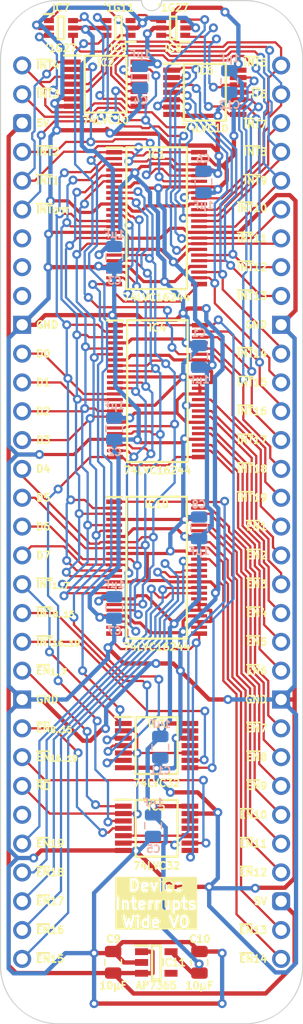
<source format=kicad_pcb>
(kicad_pcb (version 20240108) (generator "pcbnew") (generator_version "8.0")
  (layers (0 "F.Cu" signal) (31 "B.Cu" signal) (34 "B.Paste" user) (35 "F.Paste" user) (36 "B.SilkS" user "B.Silkscreen") (37 "F.SilkS" user "F.Silkscreen") (38 "B.Mask" user) (39 "F.Mask" user) (44 "Edge.Cuts" user))
  (net 0 "")
  (net 1 "/3.3V")
  (net 2 "GND")
  (net 3 "5V")
  (net 4 "~{Interrupt}_{Device}8")
  (net 5 "~{Interrupt}_{Device}7")
  (net 6 "D4")
  (net 7 "~{Interrupt}_{Device}11")
  (net 8 "D2")
  (net 9 "~{Interrupt}_{Device}3")
  (net 10 "D5")
  (net 11 "~{Interrupt}_{Device}4")
  (net 12 "/~{Read Device Interrupt}_{ 8..15}")
  (net 13 "D6")
  (net 14 "D3")
  (net 15 "D0")
  (net 16 "~{Interrupt}_{Device}13")
  (net 17 "~{Interrupt}_{Device}5")
  (net 18 "~{Interrupt}_{Device}10")
  (net 19 "D1")
  (net 20 "D7")
  (net 21 "~{Interrupt}_{Device}1")
  (net 22 "~{Interrupt}_{Device}14")
  (net 23 "~{Interrupt}_{Device}9")
  (net 24 "~{Interrupt}_{Device}15")
  (net 25 "~{Interrupt}_{Device}6")
  (net 26 "~{Interrupt}_{Device}12")
  (net 27 "~{Interrupt}_{Device}2")
  (net 28 "~{RD}")
  (net 29 "~{Device Interrupt}_{ 1..7}")
  (net 30 "/~{Read Device Interrupt}_{ 16..19}")
  (net 31 "~{Device Interrupt}_{ 16..19}")
  (net 33 "~{Device Interrupt}_{ 8..15}")
  (net 34 "~{Enable}_{Device}3")
  (net 35 "~{Enable}_{Device}7")
  (net 36 "~{Enable}_{Device}5")
  (net 37 "~{Interrupt}_{Device}18")
  (net 38 "~{Interrupt}_{Device}17")
  (net 39 "~{Enable}_{Device}2")
  (net 40 "~{Enable}_{Device}1")
  (net 41 "~{Interrupt}_{Device}16")
  (net 42 "~{Interrupt}_{Device}19")
  (net 43 "~{Enable}_{Device}6")
  (net 44 "~{Enable}_{Device}4")
  (net 45 "/~{Read Device Enable}_{ 8..15}")
  (net 46 "/~{Read Device Enable}_{ 16..19}")
  (net 47 "~{Device Enable}_{ 16..19}")
  (net 50 "~{Device Enable}_{ 8..15}")
  (net 51 "~{Device Enable}_{ 1..7}")
  (net 52 "~{INT}")
  (net 53 "~{Enable}_{Device}19")
  (net 54 "~{Enable}_{Device}14")
  (net 55 "~{Enable}_{Device}15")
  (net 56 "~{Enable}_{Device}12")
  (net 57 "~{Enable}_{Device}18")
  (net 58 "~{Enable}_{Device}16")
  (net 59 "~{Enable}_{Device}8")
  (net 60 "~{Enable}_{Device}9")
  (net 61 "~{Enable}_{Device}13")
  (net 66 "/~{Read Device Interrupt}_{ 1..7}")
  (net 67 "~{Enable}_{Device}17")
  (net 68 "/~{Read Device Enable}_{ 1..7}")
  (net 69 "~{Enable}_{Device}10")
  (net 70 "Net-(IC2-2Y)")
  (net 71 "Net-(IC2-3Y)")
  (net 72 "Net-(IC2-1Y)")
  (net 73 "Net-(IC6-2Y)")
  (net 74 "Net-(IC6-3Y)")
  (net 75 "Net-(IC6-1Y)")
  (net 76 "Net-(IC7-Y)")
  (net 77 "Net-(IC8-Y)")
  (net 78 "~{Enable}_{Device}11")
  (footprint "SamacSys_Parts:C_0805" (layer "F.Cu") (at 15.651 79.055)
    (property "Reference" "C10")
    (property "Value" "10μF")
  )
  (footprint "SamacSys_Parts:74LVC16244ADGG112" (layer "F.Cu") (at 11.871 44.263)
    (property "Reference" "IC10")
    (property "Value" "74LVC16244ADGG,112" (hide yes))
  )
  (footprint "SamacSys_Parts:SOP65P210X110-6N" (layer "F.Cu") (at 13.335 -3.302 180)
    (property "Reference" "IC8")
    (property "Value" "74LVC1G27GW,125" (hide yes))
  )
  (footprint "SamacSys_Parts:SOT95P285X130-5N" (layer "F.Cu") (at 11.841 79.055)
    (property "Reference" "IC11")
    (property "Value" "AP7365-33WG-7" (hide yes))
  )
  (footprint "SamacSys_Parts:DIP-64_Board_W22.86mm" (layer "F.Cu") (at 0 0)
    (property "Reference" "J2" (hide yes))
    (property "Value" "Conn_02x32_Counter_Clockwise")
    (fp_line (start -1.905 -0.635) (end -1.905 79.375) (stroke (width 0.1)) (layer "Edge.Cuts"))
    (fp_line (start 10.541 -5.715) (end 3.175 -5.715) (stroke (width 0.1)) (layer "Edge.Cuts"))
    (fp_line (start 19.685 -5.715) (end 12.319 -5.715) (stroke (width 0.1)) (layer "Edge.Cuts"))
    (fp_line (start 19.685 84.455) (end 3.175 84.455) (stroke (width 0.1)) (layer "Edge.Cuts"))
    (fp_line (start 24.765 79.375) (end 24.765 -0.635) (stroke (width 0.1)) (layer "Edge.Cuts"))
    (fp_arc (start -1.905 -0.635) (mid -0.417102 -4.227102) (end 3.175 -5.715) (stroke (width 0.1)) (layer "Edge.Cuts"))
    (fp_arc (start 3.175 84.455) (mid -0.417102 82.967102) (end -1.905 79.375) (stroke (width 0.1)) (layer "Edge.Cuts"))
    (fp_arc (start 12.319 -5.715) (mid 11.43 -4.826) (end 10.541 -5.715) (stroke (width 0.1)) (layer "Edge.Cuts"))
    (fp_arc (start 19.685 -5.715) (mid 23.277102 -4.227102) (end 24.765 -0.635) (stroke (width 0.1)) (layer "Edge.Cuts"))
    (fp_arc (start 24.765 79.375) (mid 23.277102 82.967102) (end 19.685 84.455) (stroke (width 0.1)) (layer "Edge.Cuts"))
  )
  (footprint "SamacSys_Parts:SOP65P640X110-14N" (layer "F.Cu") (at 11.871 67.233249)
    (property "Reference" "IC5")
    (property "Value" "74LVC32APW,118" (hide yes))
  )
  (footprint "SamacSys_Parts:SOP65P640X120-14N" (layer "F.Cu") (at 7.366 1.651)
    (property "Reference" "IC2")
    (property "Value" "SN74LVC10APWR" (hide yes))
  )
  (footprint "SamacSys_Parts:74LVC16244ADGG112" (layer "F.Cu") (at 11.871 13.462)
    (property "Reference" "IC1")
    (property "Value" "74LVC16244ADGG,112" (hide yes))
  )
  (footprint "SamacSys_Parts:SOP65P210X110-6N" (layer "F.Cu") (at 3.429 -3.302)
    (property "Reference" "IC7")
    (property "Value" "74LVC1G27GW,125" (hide yes))
  )
  (footprint "SamacSys_Parts:SOP65P640X120-14N" (layer "F.Cu") (at 16.129 2.368)
    (property "Reference" "IC6")
    (property "Value" "SN74LVC10APWR" (hide yes))
  )
  (footprint "SamacSys_Parts:C_0805" (layer "F.Cu") (at 8.031 79.055)
    (property "Reference" "C9")
    (property "Value" "10μF")
  )
  (footprint "SamacSys_Parts:SOP65P640X110-14N" (layer "F.Cu") (at 11.871 59.944)
    (property "Reference" "IC3")
    (property "Value" "74LVC32APW,118" (hide yes))
  )
  (footprint "SamacSys_Parts:74LVC16244ADGG112" (layer "F.Cu") (at 11.938 28.702)
    (property "Reference" "IC4")
    (property "Value" "74LVC16244ADGG,112" (hide yes))
  )
  (footprint "SamacSys_Parts:SOP65P210X110-6N" (layer "F.Cu") (at 8.509 -3.302 180)
    (property "Reference" "IC9")
    (property "Value" "74LVC1G11GW-Q100H" (hide yes))
  )
  (footprint "SamacSys_Parts:PinHeader_1x32_P2.54mm_Vertical" (layer "B.Cu") (at 22.86 0 180)
    (property "Reference" "J1" (hide yes))
    (property "Value" "Pin_Header_01x32")
  )
  (footprint "SamacSys_Parts:C_0805" (layer "B.Cu") (at 10.414 1.016)
    (property "Reference" "C4")
    (property "Value" "1μF")
  )
  (footprint "SamacSys_Parts:PinHeader_1x32_P2.54mm_Vertical" (layer "B.Cu") (at 0 0 180)
    (property "Reference" "J3" (hide yes))
    (property "Value" "Pin_Header_01x32")
  )
  (footprint "SamacSys_Parts:C_0805" (layer "B.Cu") (at 15.621 40.767 180)
    (property "Reference" "C8")
    (property "Value" "1μF")
  )
  (footprint "SamacSys_Parts:C_0805" (layer "B.Cu") (at 15.621 25.654 180)
    (property "Reference" "C1")
    (property "Value" "1μF")
  )
  (footprint "SamacSys_Parts:C_0805" (layer "B.Cu") (at 18.288 1.397)
    (property "Reference" "C12")
    (property "Value" "1μF")
  )
  (footprint "SamacSys_Parts:C_0805" (layer "B.Cu") (at 8.128 47.752)
    (property "Reference" "C7")
    (property "Value" "1μF")
  )
  (footprint "SamacSys_Parts:C_0805" (layer "B.Cu") (at 16.002 10.287 180)
    (property "Reference" "C6")
    (property "Value" "1μF")
  )
  (footprint "SamacSys_Parts:C_0805" (layer "B.Cu") (at 12.192 60.071)
    (property "Reference" "C11")
    (property "Value" "1μF")
  )
  (footprint "SamacSys_Parts:C_0805" (layer "B.Cu") (at 8.128 32.004)
    (property "Reference" "C2")
    (property "Value" "1μF")
  )
  (footprint "SamacSys_Parts:C_0805" (layer "B.Cu") (at 11.557 66.979249)
    (property "Reference" "C5")
    (property "Value" "1μF")
  )
  (footprint "SamacSys_Parts:C_0805" (layer "B.Cu") (at 8.128 16.891)
    (property "Reference" "C3")
    (property "Value" "1μF")
  )
  (gr_text "~{EN}10" (at 21.717 66.04 0) (layer "F.SilkS") (effects (font (size 0.635 0.635)) (justify right)))
  (gr_text "~{INT}5" (at 21.717 -0.254 0) (layer "F.SilkS") (effects (font (size 0.635 0.635)) (justify right)))
  (gr_text "~{EN}16" (at 1.143 76.2 0) (layer "F.SilkS") (effects (font (size 0.635 0.635)) (justify left)))
  (gr_text "D1" (at 1.143 27.94 0) (layer "F.SilkS") (effects (font (size 0.635 0.635)) (justify left)))
  (gr_text "~{INT}7" (at 21.717 5.207 0) (layer "F.SilkS") (effects (font (size 0.635 0.635)) (justify right)))
  (gr_text "~{EN}11" (at 21.717 68.58 0) (layer "F.SilkS") (effects (font (size 0.635 0.635)) (justify right)))
  (gr_text "~{INT}12" (at 21.717 17.78 0) (layer "F.SilkS") (effects (font (size 0.635 0.635)) (justify right)))
  (gr_text "~{INT}1" (at 1.143 10.16 0) (layer "F.SilkS") (effects (font (size 0.635 0.635)) (justify left)))
  (gr_text "~{INT}4" (at 1.143 0 0) (layer "F.SilkS") (effects (font (size 0.635 0.635)) (justify left)))
  (gr_text "~{EN}8" (at 21.717 60.96 0) (layer "F.SilkS") (effects (font (size 0.635 0.635)) (justify right)))
  (gr_text "~{INT}_{16..19}" (at 1.143 50.8 0) (layer "F.SilkS") (effects (font (size 0.635 0.635)) (justify left)))
  (gr_text "~{IT}6" (at 21.717 2.54 0) (layer "F.SilkS") (effects (font (size 0.635 0.635)) (justify right)))
  (gr_text "~{EN}1" (at 21.717 40.64 0) (layer "F.SilkS") (effects (font (size 0.635 0.635)) (justify right)))
  (gr_text "~{INT}9" (at 21.717 10.16 0) (layer "F.SilkS") (effects (font (size 0.635 0.635)) (justify right)))
  (gr_text "~{INT}10" (at 21.717 12.573 0) (layer "F.SilkS") (effects (font (size 0.635 0.635)) (justify right)))
  (gr_text "GND" (at 21.717 22.86 0) (layer "F.SilkS") (effects (font (size 0.635 0.635)) (justify right)))
  (gr_text "~{INT}8" (at 21.717 7.62 0) (layer "F.SilkS") (effects (font (size 0.635 0.635)) (justify right)))
  (gr_text "~{EN}_{16..19}" (at 1.143 60.96 0) (layer "F.SilkS") (effects (font (size 0.635 0.635)) (justify left)))
  (gr_text "~{EN}14" (at 21.717 78.74 0) (layer "F.SilkS") (effects (font (size 0.635 0.635)) (justify right)))
  (gr_text "D4" (at 1.143 35.56 0) (layer "F.SilkS") (effects (font (size 0.635 0.635)) (justify left)))
  (gr_text "~{INT}19" (at 21.717 38.1 0) (layer "F.SilkS") (effects (font (size 0.635 0.635)) (justify right)))
  (gr_text "~{INT}17" (at 21.717 33.02 0) (layer "F.SilkS") (effects (font (size 0.635 0.635)) (justify right)))
  (gr_text "~{INT}15" (at 21.717 27.94 0) (layer "F.SilkS") (effects (font (size 0.635 0.635)) (justify right)))
  (gr_text "GND" (at 21.717 55.88 0) (layer "F.SilkS") (effects (font (size 0.635 0.635)) (justify right)))
  (gr_text "~{EN}18" (at 1.143 71.12 0) (layer "F.SilkS") (effects (font (size 0.635 0.635)) (justify left)))
  (gr_text "~{EN}12" (at 21.717 71.12 0) (layer "F.SilkS") (effects (font (size 0.635 0.635)) (justify right)))
  (gr_text "D0" (at 1.143 25.4 0) (layer "F.SilkS") (effects (font (size 0.635 0.635)) (justify left)))
  (gr_text "~{INT}_{8..15}" (at 1.143 48.26 0) (layer "F.SilkS") (effects (font (size 0.635 0.635)) (justify left)))
  (gr_text "~{INT}13" (at 21.717 20.32 0) (layer "F.SilkS") (effects (font (size 0.635 0.635)) (justify right)))
  (gr_text "5V" (at 1.143 5.08 0) (layer "F.SilkS") (effects (font (size 0.635 0.635)) (justify left)))
  (gr_text "~{INT}2" (at 1.143 7.62 0) (layer "F.SilkS") (effects (font (size 0.635 0.635)) (justify left)))
  (gr_text "~{EN}3" (at 21.717 45.72 0) (layer "F.SilkS") (effects (font (size 0.635 0.635)) (justify right)))
  (gr_text "~{EN}4" (at 21.717 48.26 0) (layer "F.SilkS") (effects (font (size 0.635 0.635)) (justify right)))
  (gr_text "Device\nInterrupts\nWide V0" (at 11.811 76.073 0) (layer "F.SilkS" knockout) (effects (font (size 1 1) (thickness 0.2) (bold yes)) (justify bottom)))
  (gr_text "~{EN}17" (at 1.143 73.66 0) (layer "F.SilkS") (effects (font (size 0.635 0.635)) (justify left)))
  (gr_text "~{INT}18" (at 21.717 35.56 0) (layer "F.SilkS") (effects (font (size 0.635 0.635)) (justify right)))
  (gr_text "D6" (at 1.143 40.64 0) (layer "F.SilkS") (effects (font (size 0.635 0.635)) (justify left)))
  (gr_text "D2" (at 1.143 30.48 0) (layer "F.SilkS") (effects (font (size 0.635 0.635)) (justify left)))
  (gr_text "D5" (at 1.143 38.1 0) (layer "F.SilkS") (effects (font (size 0.635 0.635)) (justify left)))
  (gr_text "~{EN}5" (at 21.717 50.8 0) (layer "F.SilkS") (effects (font (size 0.635 0.635)) (justify right)))
  (gr_text "~{EN}_{8..15}" (at 1.143 58.42 0) (layer "F.SilkS") (effects (font (size 0.635 0.635)) (justify left)))
  (gr_text "GND" (at 1.143 55.88 0) (layer "F.SilkS") (effects (font (size 0.635 0.635)) (justify left)))
  (gr_text "~{EN}15" (at 1.143 78.74 0) (layer "F.SilkS") (effects (font (size 0.635 0.635)) (justify left)))
  (gr_text "~{INT}16" (at 21.717 30.48 0) (layer "F.SilkS") (effects (font (size 0.635 0.635)) (justify right)))
  (gr_text "~{EN}19" (at 1.143 68.58 0) (layer "F.SilkS") (effects (font (size 0.635 0.635)) (justify left)))
  (gr_text "~{EN}6" (at 21.717 53.34 0) (layer "F.SilkS") (effects (font (size 0.635 0.635)) (justify right)))
  (gr_text "~{EN}_{1..7}" (at 1.143 53.34 0) (layer "F.SilkS") (effects (font (size 0.635 0.635)) (justify left)))
  (gr_text "~{EN}7" (at 21.717 58.42 0) (layer "F.SilkS") (effects (font (size 0.635 0.635)) (justify right)))
  (gr_text "GND" (at 1.143 22.86 0) (layer "F.SilkS") (effects (font (size 0.635 0.635)) (justify left)))
  (gr_text "5V" (at 21.717 73.66 0) (layer "F.SilkS") (effects (font (size 0.635 0.635)) (justify right)))
  (gr_text "~{INT}11" (at 21.717 15.24 0) (layer "F.SilkS") (effects (font (size 0.635 0.635)) (justify right)))
  (gr_text "D7" (at 1.143 43.18 0) (layer "F.SilkS") (effects (font (size 0.635 0.635)) (justify left)))
  (gr_text "~{INT}3" (at 1.143 2.54 0) (layer "F.SilkS") (effects (font (size 0.635 0.635)) (justify left)))
  (gr_text "~{EN}9" (at 21.717 63.5 0) (layer "F.SilkS") (effects (font (size 0.635 0.635)) (justify right)))
  (gr_text "~{EN}13" (at 21.717 76.2 0) (layer "F.SilkS") (effects (font (size 0.635 0.635)) (justify right)))
  (gr_text "~{EN}2" (at 21.717 43.18 0) (layer "F.SilkS") (effects (font (size 0.635 0.635)) (justify right)))
  (gr_text "D3" (at 1.143 33.02 0) (layer "F.SilkS") (effects (font (size 0.635 0.635)) (justify left)))
  (gr_text "~{RD}" (at 1.143 63.5 0) (layer "F.SilkS") (effects (font (size 0.635 0.635)) (justify left)))
  (gr_text "~{INT}_{1..7}" (at 1.143 45.72 0) (layer "F.SilkS") (effects (font (size 0.635 0.635)) (justify left)))
  (gr_text "~{INT}14" (at 21.717 25.4 0) (layer "F.SilkS") (effects (font (size 0.635 0.635)) (justify right)))
  (gr_text "~{INT}_{OUT}" (at 1.143 12.7 0) (layer "F.SilkS") (effects (font (size 0.635 0.635)) (justify left)))
  (segment (start 15.651 79.219) (end 15.651 79.989) (width 0.38) (layer "F.Cu") (net 1))
  (segment (start 5.460996 -3.302) (end 5.588 -3.174996) (width 0.38) (layer "F.Cu") (net 1))
  (segment (start 11.766 -0.299) (end 10.304 -0.299) (width 0.38) (layer "F.Cu") (net 1))
  (segment (start 15.688 31.452) (end 14.489993 31.452) (width 0.28) (layer "F.Cu") (net 1))
  (segment (start 9.141 41.513) (end 9.822543 40.831457) (width 0.28) (layer "F.Cu") (net 1))
  (segment (start 16.728 26.972) (end 16.728 27.932) (width 0.28) (layer "F.Cu") (net 1))
  (segment (start 15.621 10.712) (end 17.062 10.712) (width 0.28) (layer "F.Cu") (net 1))
  (segment (start 19.067 0.418) (end 19.067 -0.111613) (width 0.38) (layer "F.Cu") (net 1))
  (segment (start 8.121 47.013) (end 6.959 47.013) (width 0.28) (layer "F.Cu") (net 1))
  (segment (start 14.351 41.513) (end 15.621 41.513) (width 0.28) (layer "F.Cu") (net 1))
  (segment (start 4.491 -3.302) (end 5.460996 -3.302) (width 0.38) (layer "F.Cu") (net 1))
  (segment (start 17.662635 8.772635) (end 17.735001 8.845001) (width 0.28) (layer "F.Cu") (net 1))
  (segment (start 13.671894 30.633901) (end 9.933099 30.633901) (width 0.28) (layer "F.Cu") (net 1))
  (segment (start 9.611092 25.548908) (end 12.98174 25.548908) (width 0.28) (layer "F.Cu") (net 1))
  (segment (start 13.675573 17.312427) (end 13.346987 17.312427) (width 0.28) (layer "F.Cu") (net 1))
  (segment (start 15.621 16.212) (end 14.776 16.212) (width 0.28) (layer "F.Cu") (net 1))
  (segment (start 17.526012 -5.08) (end 17.907012 -4.699) (width 0.38) (layer "F.Cu") (net 1))
  (segment (start 9.913625 10.341376) (end 10.609437 10.341376) (width 0.28) (layer "F.Cu") (net 1))
  (segment (start 13.414 49.081395) (end 13.414 49.206414) (width 0.28) (layer "F.Cu") (net 1))
  (segment (start 16.500209 8.212) (end 17.060844 8.772635) (width 0.28) (layer "F.Cu") (net 1))
  (segment (start 15.621 48.013) (end 16.641 48.013) (width 0.28) (layer "F.Cu") (net 1))
  (segment (start 7.258244 16.212) (end 6.782122 16.688122) (width 0.28) (layer "F.Cu") (net 1))
  (segment (start 15.651 79.989) (end 15.025 79.989) (width 0.38) (layer "F.Cu") (net 1))
  (segment (start 12.24656 16.212) (end 13.346987 17.312427) (width 0.28) (layer "F.Cu") (net 1))
  (segment (start 16.641 49.013) (end 15.621 49.013) (width 0.28) (layer "F.Cu") (net 1))
  (segment (start 18.062 10.132) (end 17.272 10.922) (width 0.38) (layer "F.Cu") (net 1))
  (segment (start 14.228 28.952) (end 13.671894 29.508106) (width 0.28) (layer "F.Cu") (net 1))
  (segment (start 8.188 25.952) (end 9.208 25.952) (width 0.28) (layer "F.Cu") (net 1))
  (segment (start 13.671894 29.508106) (end 13.671894 30.633901) (width 0.28) (layer "F.Cu") (net 1))
  (segment (start 13.414 49.183252) (end 13.414 49.206414) (width 0.28) (layer "F.Cu") (net 1))
  (segment (start 15.688 25.952) (end 15.688 26.452) (width 0.28) (layer "F.Cu") (net 1))
  (segment (start 14.482395 48.013) (end 13.414 49.081395) (width 0.28) (layer "F.Cu") (net 1))
  (segment (start 6.959 47.013) (end 6.759 47.213) (width 0.28) (layer "F.Cu") (net 1))
  (segment (start 16.661 48.993) (end 16.641 49.013) (width 0.28) (layer "F.Cu") (net 1))
  (segment (start 9.933099 30.633901) (end 9.497 31.07) (width 0.28) (layer "F.Cu") (net 1))
  (segment (start 15.025 79.989) (end 13.141 78.105) (width 0.38) (layer "F.Cu") (net 1))
  (segment (start 11.562265 65.283249) (end 11.557016 65.278) (width 0.38) (layer "F.Cu") (net 1))
  (segment (start 8.121 16.212) (end 7.258244 16.212) (width 0.28) (layer "F.Cu") (net 1))
  (segment (start 8.188 31.452) (end 8.208 31.432) (width 0.28) (layer "F.Cu") (net 1))
  (segment (start 15.621 48.013) (end 14.482395 48.013) (width 0.28) (layer "F.Cu") (net 1))
  (segment (start 13.335 -4.5865) (end 13.8285 -5.08) (width 0.38) (layer "F.Cu") (net 1))
  (segment (start 11.613666 -3.302) (end 11.238034 -2.926368) (width 0.38) (layer "F.Cu") (net 1))
  (segment (start 13.335 -3.5465) (end 13.335 -4.5865) (width 0.38) (layer "F.Cu") (net 1))
  (segment (start 9.822543 40.831457) (end 13.669457 40.831457) (width 0.28) (layer "F.Cu") (net 1))
  (segment (start 12.745 57.994) (end 12.319 58.42) (width 0.38) (layer "F.Cu") (net 1))
  (segment (start 7.447 -3.302) (end 5.715004 -3.302) (width 0.38) (layer "F.Cu") (net 1))
  (segment (start 8.121 10.712) (end 9.543001 10.712) (width 0.28) (layer "F.Cu") (net 1))
  (segment (start 9.883 47.013) (end 10.167229 46.728771) (width 0.28) (layer "F.Cu") (net 1))
  (segment (start 15.621 49.513) (end 15.621 49.013) (width 0.28) (layer "F.Cu") (net 1))
  (segment (start 17.735001 8.845001) (end 18.062 9.172) (width 0.38) (layer "F.Cu") (net 1))
  (segment (start 19.067 -0.111613) (end 19.087387 -0.132) (width 0.38) (layer "F.Cu") (net 1))
  (segment (start 13.8285 -5.08) (end 17.526012 -5.08) (width 0.38) (layer "F.Cu") (net 1))
  (segment (start 17.062 10.712) (end 17.272 10.922) (width 0.28) (layer "F.Cu") (net 1))
  (segment (start 15.621 8.212) (end 16.500209 8.212) (width 0.28) (layer "F.Cu") (net 1))
  (segment (start 16.324238 25.952) (end 16.776116 26.403878) (width 0.28) (layer "F.Cu") (net 1))
  (segment (start 15.688 28.952) (end 15.688 28.452) (width 0.28) (layer "F.Cu") (net 1))
  (segment (start 8.121 41.513) (end 9.141 41.513) (width 0.28) (layer "F.Cu") (net 1))
  (segment (start 11.938 -0.127) (end 11.766 -0.299) (width 0.38) (layer "F.Cu") (net 1))
  (segment (start 10.167229 46.728771) (end 10.959519 46.728771) (width 0.28) (layer "F.Cu") (net 1))
  (segment (start 11.078292 10.810231) (end 12.024168 10.810231) (width 0.28) (layer "F.Cu") (net 1))
  (segment (start 11.181368 -2.926368) (end 11.049 -2.794) (width 0.38) (layer "F.Cu") (net 1))
  (segment (start 15.688 25.952) (end 16.324238 25.952) (width 0.28) (layer "F.Cu") (net 1))
  (segment (start 17.060844 8.772635) (end 17.662635 8.772635) (width 0.28) (layer "F.Cu") (net 1))
  (segment (start 13.384832 25.952) (end 15.688 25.952) (width 0.28) (layer "F.Cu") (net 1))
  (segment (start 13.669457 40.831457) (end 14.351 41.513) (width 0.28) (layer "F.Cu") (net 1))
  (segment (start 14.809 57.994) (end 12.745 57.994) (width 0.38) (layer "F.Cu") (net 1))
  (segment (start 9.208 25.952) (end 9.611092 25.548908) (width 0.28) (layer "F.Cu") (net 1))
  (segment (start 12.98174 25.548908) (end 13.384832 25.952) (width 0.28) (layer "F.Cu") (net 1))
  (segment (start 9.543001 10.712) (end 9.913625 10.341376) (width 0.28) (layer "F.Cu") (net 1))
  (segment (start 18.690632 7.88937) (end 18.690632 6.201368) (width 0.38) (layer "F.Cu") (net 1))
  (segment (start 8.121 16.212) (end 12.24656 16.212) (width 0.28) (layer "F.Cu") (net 1))
  (segment (start 15.688 26.952) (end 16.708 26.952) (width 0.28) (layer "F.Cu") (net 1))
  (segment (start 15.621 10.712) (end 12.122399 10.712) (width 0.28) (layer "F.Cu") (net 1))
  (segment (start 16.661 48.033) (end 16.661 48.993) (width 0.28) (layer "F.Cu") (net 1))
  (segment (start 16.728 27.932) (end 16.708 27.952) (width 0.28) (layer "F.Cu") (net 1))
  (segment (start 8.121 47.013) (end 9.883 47.013) (width 0.28) (layer "F.Cu") (net 1))
  (segment (start 12.273 -3.302) (end 11.613666 -3.302) (width 0.38) (layer "F.Cu") (net 1))
  (segment (start 15.621 79.189) (end 15.651 79.219) (width 0.38) (layer "F.Cu") (net 1))
  (segment (start 12.122399 10.712) (end 12.024168 10.810231) (width 0.28) (layer "F.Cu") (net 1))
  (segment (start 17.735001 8.845001) (end 18.690632 7.88937) (width 0.38) (layer "F.Cu") (net 1))
  (segment (start 15.621 48.013) (end 15.621 47.513) (width 0.28) (layer "F.Cu") (net 1))
  (segment (start 16.708 26.952) (end 16.728 26.972) (width 0.28) (layer "F.Cu") (net 1))
  (segment (start 16.708 27.952) (end 15.688 27.952) (width 0.28) (layer "F.Cu") (net 1))
  (segment (start 14.489993 31.452) (end 13.671894 30.633901) (width 0.28) (layer "F.Cu") (net 1))
  (segment (start 18.062 9.172) (end 18.062 10.132) (width 0.38) (layer "F.Cu") (net 1))
  (segment (start 13.0905 -3.302) (end 13.335 -3.5465) (width 0.38) (layer "F.Cu") (net 1))
  (segment (start 10.959519 46.728771) (end 13.414 49.183252) (width 0.28) (layer "F.Cu") (net 1))
  (segment (start 9.135 31.432) (end 9.497 31.07) (width 0.28) (layer "F.Cu") (net 1))
  (segment (start 16.641 48.013) (end 16.661 48.033) (width 0.28) (layer "F.Cu") (net 1))
  (segment (start 15.688 28.452) (end 15.688 27.952) (width 0.28) (layer "F.Cu") (net 1))
  (segment (start 8.208 31.432) (end 9.135 31.432) (width 0.28) (layer "F.Cu") (net 1))
  (segment (start 12.273 -3.302) (end 13.0905 -3.302) (width 0.38) (layer "F.Cu") (net 1))
  (segment (start 15.688 26.452) (end 15.688 26.952) (width 0.28) (layer "F.Cu") (net 1))
  (segment (start 15.688 28.952) (end 14.228 28.952) (width 0.28) (layer "F.Cu") (net 1))
  (segment (start 5.715004 -3.302) (end 5.588 -3.174996) (width 0.38) (layer "F.Cu") (net 1))
  (segment (start 14.776 16.212) (end 13.675573 17.312427) (width 0.28) (layer "F.Cu") (net 1))
  (segment (start 15.621 47.513) (end 15.621 47.013) (width 0.28) (layer "F.Cu") (net 1))
  (segment (start 14.809 65.283249) (end 11.562265 65.283249) (width 0.38) (layer "F.Cu") (net 1))
  (segment (start 11.238034 -2.926368) (end 11.181368 -2.926368) (width 0.38) (layer "F.Cu") (net 1))
  (segment (start 10.609437 10.341376) (end 11.078292 10.810231) (width 0.28) (layer "F.Cu") (net 1))
  (via (at 16.776116 26.403878) (size 0.8) (drill 0.4) (layers "F.Cu" "B.Cu") (net 1))
  (via (at 6.759 47.213) (size 0.8) (drill 0.4) (layers "F.Cu" "B.Cu") (net 1))
  (via (at 9.497 31.07) (size 0.8) (drill 0.4) (layers "F.Cu" "B.Cu") (net 1))
  (via (at 18.690632 6.201368) (size 0.8) (drill 0.4) (layers "F.Cu" "B.Cu") (net 1))
  (via (at 14.351 41.513) (size 0.8) (drill 0.4) (layers "F.Cu" "B.Cu") (net 1))
  (via (at 11.938 -0.127) (size 0.8) (drill 0.4) (layers "F.Cu" "B.Cu") (net 1))
  (via (at 13.414 49.206414) (size 0.8) (drill 0.4) (layers "F.Cu" "B.Cu") (net 1))
  (via (at 5.588 -3.174996) (size 0.8) (drill 0.4) (layers "F.Cu" "B.Cu") (net 1))
  (via (at 6.782122 16.688122) (size 0.8) (drill 0.4) (layers "F.Cu" "B.Cu") (net 1))
  (via (at 11.049 -2.794) (size 0.8) (drill 0.4) (layers "F.Cu" "B.Cu") (net 1))
  (via (at 12.319 58.42) (size 0.8) (drill 0.4) (layers "F.Cu" "B.Cu") (net 1))
  (via (at 13.346987 17.312427) (size 0.8) (drill 0.4) (layers "F.Cu" "B.Cu") (net 1))
  (via (at 17.907012 -4.699) (size 0.8) (drill 0.4) (layers "F.Cu" "B.Cu") (net 1))
  (via (at 12.024168 10.810231) (size 0.8) (drill 0.4) (layers "F.Cu" "B.Cu") (net 1))
  (via (at 11.557016 65.278) (size 0.8) (drill 0.4) (layers "F.Cu" "B.Cu") (net 1))
  (via (at 17.272 10.922) (size 0.8) (drill 0.4) (layers "F.Cu" "B.Cu") (net 1))
  (via (at 15.621 79.189) (size 0.8) (drill 0.4) (layers "F.Cu" "B.Cu") (net 1))
  (via (at 19.087387 -0.132) (size 0.8) (drill 0.4) (layers "F.Cu" "B.Cu") (net 1))
  (segment (start 16.736 40.586) (end 16.736 39.278976) (width 0.38) (layer "B.Cu") (net 1))
  (segment (start 12.672 67.160249) (end 11.557 66.045249) (width 0.38) (layer "B.Cu") (net 1))
  (segment (start 13.046767 49.573647) (end 13.046767 57.692233) (width 0.38) (layer "B.Cu") (net 1))
  (segment (start 19.069469 -0.132) (end 19.087387 -0.132) (width 0.38) (layer "B.Cu") (net 1))
  (segment (start 14.539 41.701) (end 14.351 41.513) (width 0.38) (layer "B.Cu") (net 1))
  (segment (start 16.736 39.278976) (end 16.311 38.853976) (width 0.38) (layer "B.Cu") (net 1))
  (segment (start 8.001 9.148113) (end 6.395658 7.542771) (width 0.38) (layer "B.Cu") (net 1))
  (segment (start 18.288 0.463) (end 19.403 1.578) (width 0.38) (layer "B.Cu") (net 1))
  (segment (start 8.128 46.818) (end 7.154 46.818) (width 0.38) (layer "B.Cu") (net 1))
  (segment (start 8.128 31.07) (end 9.497 31.07) (width 0.38) (layer "B.Cu") (net 1))
  (segment (start 16.591994 26.588) (end 16.776116 26.403878) (width 0.38) (layer "B.Cu") (net 1))
  (segment (start 12.319 59.01) (end 12.319 58.42) (width 0.38) (layer "B.Cu") (net 1))
  (segment (start 13.414 49.206414) (end 15.621 46.999414) (width 0.38) (layer "B.Cu") (net 1))
  (segment (start 17.907012 -4.699) (end 19.087387 -3.518625) (width 0.38) (layer "B.Cu") (net 1))
  (segment (start 19.403 1.578) (end 19.403 2.878097) (width 0.38) (layer "B.Cu") (net 1))
  (segment (start 6.223 -1.016) (end 6.223 -2.539996) (width 0.38) (layer "B.Cu") (net 1))
  (segment (start 8.001 15.83) (end 8.001 9.148113) (width 0.38) (layer "B.Cu") (net 1))
  (segment (start 12.573 16.406657) (end 12.573 12.717314) (width 0.38) (layer "B.Cu") (net 1))
  (segment (start 15.621 46.999414) (end 15.621 41.701) (width 0.38) (layer "B.Cu") (net 1))
  (segment (start 12.468548 76.036548) (end 12.468548 68.670725) (width 0.38) (layer "B.Cu") (net 1))
  (segment (start 16.776116 26.403878) (end 16.776116 23.873866) (width 0.38) (layer "B.Cu") (net 1))
  (segment (start 11.049 -1.016) (end 11.938 -0.127) (width 0.38) (layer "B.Cu") (net 1))
  (segment (start 18.67 3.611097) (end 18.67 6.180736) (width 0.38) (layer "B.Cu") (net 1))
  (segment (start 15.621 79.189) (end 12.468548 76.036548) (width 0.38) (layer "B.Cu") (net 1))
  (segment (start 12.192 59.137) (end 11.077 60.252) (width 0.38) (layer "B.Cu") (net 1))
  (segment (start 18.474469 0.463) (end 19.069469 -0.132) (width 0.38) (layer "B.Cu") (net 1))
  (segment (start 11.557 66.045249) (end 11.557 65.278016) (width 0.38) (layer "B.Cu") (net 1))
  (segment (start 5.265514 7.067085) (end 5.265514 -0.058514) (width 0.38) (layer "B.Cu") (net 1))
  (segment (start 15.621 41.701) (end 16.736 40.586) (width 0.38) (layer "B.Cu") (net 1))
  (segment (start 5.7412 7.542771) (end 5.265514 7.067085) (width 0.38) (layer "B.Cu") (net 1))
  (segment (start 11.938 -0.127) (end 10.623 -0.127) (width 0.38) (layer "B.Cu") (net 1))
  (segment (start 16.973 11.221) (end 17.272 10.922) (width 0.38) (layer "B.Cu") (net 1))
  (segment (start 15.268 19.23344) (end 13.346987 17.312427) (width 0.38) (layer "B.Cu") (net 1))
  (segment (start 8.128 15.957) (end 7.513244 15.957) (width 0.38) (layer "B.Cu") (net 1))
  (segment (start 19.403 2.878097) (end 18.67 3.611097) (width 0.38) (layer "B.Cu") (net 1))
  (segment (start 13.414 49.206414) (end 13.046767 49.573647) (width 0.38) (layer "B.Cu") (net 1))
  (segment (start 6.223 -2.539996) (end 5.588 -3.174996) (width 0.38) (layer "B.Cu") (net 1))
  (segment (start 15.621 41.701) (end 14.539 41.701) (width 0.38) (layer "B.Cu") (net 1))
  (segment (start 12.573 12.717314) (end 12.024168 12.168482) (width 0.38) (layer "B.Cu") (net 1))
  (segment (start 6.395658 7.542771) (end 5.7412 7.542771) (width 0.38) (layer "B.Cu") (net 1))
  (segment (start 11.557 65.278016) (end 11.557016 65.278) (width 0.38) (layer "B.Cu") (net 1))
  (segment (start 16.311 26.868994) (end 16.776116 26.403878) (width 0.38) (layer "B.Cu") (net 1))
  (segment (start 15.621 26.588) (end 16.591994 26.588) (width 0.38) (layer "B.Cu") (net 1))
  (segment (start 12.672 68.467273) (end 12.672 67.160249) (width 0.38) (layer "B.Cu") (net 1))
  (segment (start 5.265514 -0.058514) (end 6.223 -1.016) (width 0.38) (layer "B.Cu") (net 1))
  (segment (start 11.077 64.797984) (end 11.557016 65.278) (width 0.38) (layer "B.Cu") (net 1))
  (segment (start 7.513244 15.957) (end 6.782122 16.688122) (width 0.38) (layer "B.Cu") (net 1))
  (segment (start 19.087387 -3.518625) (end 19.087387 -0.132) (width 0.38) (layer "B.Cu") (net 1))
  (segment (start 18.67 6.180736) (end 18.690632 6.201368) (width 0.38) (layer "B.Cu") (net 1))
  (segment (start 12.468548 68.670725) (end 12.672 68.467273) (width 0.38) (layer "B.Cu") (net 1))
  (segment (start 16.002 11.221) (end 16.973 11.221) (width 0.38) (layer "B.Cu") (net 1))
  (segment (start 13.046767 57.692233) (end 12.319 58.42) (width 0.38) (layer "B.Cu") (net 1))
  (segment (start 16.776116 23.873866) (end 15.268 22.36575) (width 0.38) (layer "B.Cu") (net 1))
  (segment (start 11.049 -2.794) (end 11.049 -1.016) (width 0.38) (layer "B.Cu") (net 1))
  (segment (start 13.346987 17.180644) (end 12.573 16.406657) (width 0.38) (layer "B.Cu") (net 1))
  (segment (start 16.311 38.853976) (end 16.311 26.868994) (width 0.38) (layer "B.Cu") (net 1))
  (segment (start 11.077 60.252) (end 11.077 64.797984) (width 0.38) (layer "B.Cu") (net 1))
  (segment (start 13.346987 17.312427) (end 13.346987 17.180644) (width 0.38) (layer "B.Cu") (net 1))
  (segment (start 7.154 46.818) (end 6.759 47.213) (width 0.38) (layer "B.Cu") (net 1))
  (segment (start 12.024168 12.168482) (end 12.024168 10.810231) (width 0.38) (layer "B.Cu") (net 1))
  (segment (start 15.268 22.36575) (end 15.268 19.23344) (width 0.38) (layer "B.Cu") (net 1))
  (segment (start 6.986 48.513) (end 6.858 48.641) (width 0.28) (layer "F.Cu") (net 2))
  (segment (start 22.447085 11.43) (end 23.622 11.43) (width 0.38) (layer "F.Cu") (net 2))
  (segment (start 15.621 14.712) (end 19.197 14.712) (width 0.28) (layer "F.Cu") (net 2))
  (segment (start 9.161 14.812011) (end 9.154007 14.812011) (width 0.28) (layer "F.Cu") (net 2))
  (segment (start 20.621 72.47) (end 20.574 72.517) (width 0.38) (layer "F.Cu") (net 2))
  (segment (start 10.988423 12.379057) (end 14.618619 12.379057) (width 0.28) (layer "F.Cu") (net 2))
  (segment (start 16.711 7.062) (end 17.370729 7.721729) (width 0.38) (layer "F.Cu") (net 2))
  (segment (start 6.770572 17.712) (end 6.746045 17.687473) (width 0.28) (layer "F.Cu") (net 2))
  (segment (start 24.05 71.612915) (end 23.192915 72.47) (width 0.38) (layer "F.Cu") (net 2))
  (segment (start 9.161 14.913757) (end 9.161 14.812011) (width 0.28) (layer "F.Cu") (net 2))
  (segment (start 14.612021 21.422979) (end 14.207502 21.827498) (width 0.38) (layer "F.Cu") (net 2))
  (segment (start 15.621 9.212) (end 13.573261 9.212) (width 0.28) (layer "F.Cu") (net 2))
  (segment (start 10.059869 69.214751) (end 13.235118 72.39) (width 0.38) (layer "F.Cu") (net 2))
  (segment (start 4.428 3.601) (end 3.121845 3.601) (width 0.38) (layer "F.Cu") (net 2))
  (segment (start 24.05 55.88) (end 24.05 71.612915) (width 0.38) (layer "F.Cu") (net 2))
  (segment (start 8.121 9.212) (end 9.70698 9.212) (width 0.28) (layer "F.Cu") (net 2))
  (segment (start 14.809 65.933249) (end 17.175 65.933249) (width 0.38) (layer "F.Cu") (net 2))
  (segment (start 7.360351 58.445422) (end 7.099996 58.445422) (width 0.38) (layer "F.Cu") (net 2))
  (segment (start 2.031433 22.008567) (end 7.958904 22.008567) (width 0.38) (layer "F.Cu") (net 2))
  (segment (start 11.724 29.952) (end 14.224 27.452) (width 0.28) (layer "F.Cu") (net 2))
  (segment (start 15.621 9.212) (end 16.821387 9.212) (width 0.28) (layer "F.Cu") (net 2))
  (segment (start 10.197567 22.008567) (end 10.591 22.402) (width 0.38) (layer "F.Cu") (net 2))
  (segment (start 15.621 14.712) (end 14.585 14.712) (width 0.28) (layer "F.Cu") (net 2))
  (segment (start 17.272 4.445) (end 17.272 7.893373) (width 0.38) (layer "F.Cu") (net 2))
  (segment (start 11.049 45.396597) (end 11.049 43.013) (width 0.28) (layer "F.Cu") (net 2))
  (segment (start 11.817627 61.894) (end 11.867 61.943373) (width 0.38) (layer "F.Cu") (net 2))
  (segment (start 9.154007 14.812011) (end 9.073996 14.732) (width 0.28) (layer "F.Cu") (net 2))
  (segment (start 7.794008 6.016008) (end 11.985008 6.016008) (width 0.38) (layer "F.Cu") (net 2))
  (segment (start 7.747 5.969) (end 7.493 5.715) (width 0.38) (layer "F.Cu") (net 2))
  (segment (start 10.129345 32.952) (end 10.177422 33.000077) (width 0.28) (layer "F.Cu") (net 2))
  (segment (start 15.621 43.013) (end 14.641 43.013) (width 0.28) (layer "F.Cu") (net 2))
  (segment (start 14.359008 40.013) (end 14.351 40.004992) (width 0.28) (layer "F.Cu") (net 2))
  (segment (start 14.661217 48.513) (end 14.20958 48.964637) (width 0.28) (layer "F.Cu") (net 2))
  (segment (start 9.70698 9.212) (end 9.956577 9.461597) (width 0.28) (layer "F.Cu") (net 2))
  (segment (start 15.621 40.013) (end 14.359008 40.013) (width 0.28) (layer "F.Cu") (net 2))
  (segment (start 8.933 61.894) (end 11.817627 61.894) (width 0.38) (layer "F.Cu") (net 2))
  (segment (start 15.4985 64.062749) (end 17.272 65.836249) (width 0.38) (layer "F.Cu") (net 2))
  (segment (start 15.307299 -3.302) (end 15.315743 -3.310444) (width 0.38) (layer "F.Cu") (net 2))
  (segment (start 14.641 43.013) (end 14.426978 42.798978) (width 0.28) (layer "F.Cu") (net 2))
  (segment (start 17.272 7.893373) (end 17.370729 7.992102) (width 0.38) (layer "F.Cu") (net 2))
  (segment (start 15.651 78.089) (end 14.823915 77.261915) (width 0.38) (layer "F.Cu") (net 2))
  (segment (start 12.203244 15.228756) (end 9.498399 15.228756) (width 0.28) (layer "F.Cu") (net 2))
  (segment (start 8.121 17.712) (end 9.385021 17.712) (width 0.28) (layer "F.Cu") (net 2))
  (segment (start 2.286 17.78) (end 6.653518 17.78) (width 0.38) (layer "F.Cu") (net 2))
  (segment (start 3.121845 3.601) (end 2.871922 3.351077) (width 0.38) (layer "F.Cu") (net 2))
  (segment (start 11.049 45.396597) (end 9.815641 45.396597) (width 0.28) (layer "F.Cu") (net 2))
  (segment (start 14.823915 77.261915) (end 8.858085 77.261915) (width 0.38) (layer "F.Cu") (net 2))
  (segment (start 10.523593 12.843887) (end 10.988423 12.379057) (width 0.28) (layer "F.Cu") (net 2))
  (segment (start 15.621 48.513) (end 14.661217 48.513) (width 0.28) (layer "F.Cu") (net 2))
  (segment (start 15.621 45.513) (end 16.641 45.513) (width 0.28) (layer "F.Cu") (net 2))
  (segment (start 13.573261 9.212) (end 13.033692 8.672431) (width 0.28) (layer "F.Cu") (net 2))
  (segment (start 17.134387 9.525) (end 17.272 9.525) (width 0.28) (layer "F.Cu") (net 2))
  (segment (start 14.585 14.712) (end 14.224 14.351) (width 0.28) (layer "F.Cu") (net 2))
  (segment (start 13.461994 19.050006) (end 12.573 19.050006) (width 0.28) (layer "F.Cu") (net 2))
  (segment (start 8.121 12.212) (end 9.109436 12.212) (width 0.28) (layer "F.Cu") (net 2))
  (segment (start 2.367 -3.302) (end 1.524004 -3.302) (width 0.38) (layer "F.Cu") (net 2))
  (segment (start 9.297959 48.513) (end 9.915254 49.130295) (width 0.28) (layer "F.Cu") (net 2))
  (segment (start 14.342992 40.013) (end 8.121 40.013) (width 0.28) (layer "F.Cu") (net 2))
  (segment (start 15.688 24.452) (end 14.478 24.452) (width 0.28) (layer "F.Cu") (net 2))
  (segment (start 15.688 29.952) (end 14.509926 29.952) (width 0.28) (layer "F.Cu") (net 2))
  (segment (start 14.224 14.351) (end 13.081 14.351) (width 0.28) (layer "F.Cu") (net 2))
  (segment (start 11.985008 6.016008) (end 13.031 7.062) (width 0.38) (layer "F.Cu") (net 2))
  (segment (start 0 22.86) (end 1.18 22.86) (width 0.38) (layer "F.Cu") (net 2))
  (segment (start 17.51 78.089) (end 17.653 78.232) (width 0.38) (layer "F.Cu") (net 2))
  (segment (start 22.86 55.88) (end 24.05 55.88) (width 0.38) (layer "F.Cu") (net 2))
  (segment (start 9.671601 24.110399) (end 9.33 24.452) (width 0.28) (layer "F.Cu") (net 2))
  (segment (start 14.509926 29.952) (end 14.489926 29.972) (width 0.28) (layer "F.Cu") (net 2))
  (segment (start 14.478 24.452) (end 14.136399 24.110399) (width 0.28) (layer "F.Cu") (net 2))
  (segment (start 17.059976 45.931976) (end 17.059976 46.482) (width 0.28) (layer "F.Cu") (net 2))
  (segment (start 7.493 5.588) (end 7.747 5.842) (width 0.38) (layer "F.Cu") (net 2))
  (segment (start 13.191 4.318) (end 14.097 4.318) (width 0.38) (layer "F.Cu") (net 2))
  (segment (start 8.188 29.952) (end 11.724 29.952) (width 0.28) (layer "F.Cu") (net 2))
  (segment (start 11.178884 8.906007) (end 10.512167 8.906007) (width 0.28) (layer "F.Cu") (net 2))
  (segment (start 14.351 32.893) (end 13.992 33.252) (width 0.28) (layer "F.Cu") (net 2))
  (segment (start 9.741323 12.843887) (end 10.523593 12.843887) (width 0.28) (layer "F.Cu") (net 2))
  (segment (start 8.121 43.013) (end 11.049 43.013) (width 0.28) (layer "F.Cu") (net 2))
  (segment (start 11.049 43.013) (end 12.866978 43.013) (width 0.28) (layer "F.Cu") (net 2))
  (segment (start 14.809 59.294) (end 13.589 59.294) (width 0.38) (layer "F.Cu") (net 2))
  (segment (start 9.498399 15.228756) (end 9.1834 14.913757) (width 0.28) (layer "F.Cu") (net 2))
  (segment (start 9.385021 17.712) (end 10.723027 19.050006) (width 0.28) (layer "F.Cu") (net 2))
  (segment (start 14.618619 12.379057) (end 14.785676 12.212) (width 0.28) (layer "F.Cu") (net 2))
  (segment (start 13.992 33.252) (end 10.429345 33.252) (width 0.28) (layer "F.Cu") (net 2))
  (segment (start 17.175 65.933249) (end 17.272 65.836249) (width 0.38) (layer "F.Cu") (net 2))
  (segment (start 14.136399 24.110399) (end 9.671601 24.110399) (width 0.28) (layer "F.Cu") (net 2))
  (segment (start 17.653 82.677) (end 6.35 82.677) (width 0.38) (layer "F.Cu") (net 2))
  (segment (start 14.351 40.004992) (end 14.342992 40.013) (width 0.28) (layer "F.Cu") (net 2))
  (segment (start 7.747 5.842) (end 7.747 5.969) (width 0.38) (layer "F.Cu") (net 2))
  (segment (start 11.41246 8.672431) (end 11.178884 8.906007) (width 0.28) (layer "F.Cu") (net 2))
  (segment (start 7.747 5.969) (end 7.794008 6.016008) (width 0.38) (layer "F.Cu") (net 2))
  (segment (start 1.524004 -3.302) (end 1.270004 -3.556) (width 0.38) (layer "F.Cu") (net 2))
  (segment (start 10.028367 69.183249) (end 8.933 69.183249) (width 0.38) (layer "F.Cu") (net 2))
  (segment (start 19.304 14.605) (end 19.304 14.573085) (width 0.38) (layer "F.Cu") (net 2))
  (segment (start 8.121 48.513) (end 9.297959 48.513) (width 0.28) (layer "F.Cu") (net 2))
  (segment (start 9.1834 14.913757) (end 9.161 14.913757) (width 0.28) (layer "F.Cu") (net 2))
  (segment (start 20.621 72.47) (end 23.192915 72.47) (width 0.38) (layer "F.Cu") (net 2))
  (segment (start 17.370729 7.721729) (end 17.370729 7.992102) (width 0.38) (layer "F.Cu") (net 2))
  (segment (start 9.073996 14.732) (end 8.936289 14.732) (width 0.28) (layer "F.Cu") (net 2))
  (segment (start 8.121 48.513) (end 6.986 48.513) (width 0.28) (layer "F.Cu") (net 2))
  (segment (start 15.621 45.513) (end 12.85511 45.513) (width 0.28) (layer "F.Cu") (net 2))
  (segment (start 10.182787 -3.302) (end 10.617525 -3.736738) (width 0.38) (layer "F.Cu") (net 2))
  (segment (start 2.480119 14.712) (end 2.333119 14.859) (width 0.28) (layer "F.Cu") (net 2))
  (segment (start 9.815641 45.396597) (end 9.699238 45.513) (width 0.28) (layer "F.Cu") (net 2))
  (segment (start 6.35 78.232) (end 7.888 78.232) (width 0.38) (layer "F.Cu") (net 2))
  (segment (start 9.699238 45.513) (end 8.121 45.513) (width 0.28) (layer "F.Cu") (net 2))
  (segment (start 13.033692 8.672431) (end 11.41246 8.672431) (width 0.28) (layer "F.Cu") (net 2))
  (segment (start 5.08 12.954) (end 4.064 11.938) (width 0.28) (layer "F.Cu") (net 2))
  (segment (start 6.653518 17.78) (end 6.746045 17.687473) (width 0.38) (layer "F.Cu") (net 2))
  (segment (start 14.11225 49.99391) (end 14.20958 49.89658) (width 0.28) (layer "F.Cu") (net 2))
  (segment (start 24.05 24.05) (end 24.05 55.88) (width 0.38) (layer "F.Cu") (net 2))
  (segment (start 8.121 12.212) (end 6.965 12.212) (width 0.28) (layer "F.Cu") (net 2))
  (segment (start 8.121 14.712) (end 2.480119 14.712) (width 0.28) (layer "F.Cu") (net 2))
  (segment (start 15.621 17.712) (end 14.8 17.712) (width 0.28) (layer "F.Cu") (net 2))
  (segment (start 14.809 58.644) (end 14.809 59.294) (width 0.38) (layer "F.Cu") (net 2))
  (segment (start 11.289429 49.99391) (end 14.11225 49.99391) (width 0.28) (layer "F.Cu") (net 2))
  (segment (start 13.031 7.062) (end 16.711 7.062) (width 0.38) (layer "F.Cu") (net 2))
  (segment (start 11.811 52.705) (end 13.335 52.705) (width 0.38) (layer "F.Cu") (net 2))
  (segment (start 7.099996 58.445422) (end 6.031418 59.514) (width 0.38) (layer "F.Cu") (net 2))
  (segment (start 1.18 22.86) (end 2.031433 22.008567) (width 0.38) (layer "F.Cu") (net 2))
  (segment (start 8.188 27.452) (end 14.224 27.452) (width 0.28) (layer "F.Cu") (net 2))
  (segment (start 13.97 53.34) (end 16.51 55.88) (width 0.38) (layer "F.Cu") (net 2))
  (segment (start 13.335 52.705) (end 13.97 53.34) (width 0.38) (layer "F.Cu") (net 2))
  (segment (start 6.223 12.954) (end 5.08 12.954) (width 0.28) (layer "F.Cu") (net 2))
  (segment (start 8.936289 14.732) (end 8.916289 14.712) (width 0.28) (layer "F.Cu") (net 2))
  (segment (start 24.13 21.59) (end 22.86 22.86) (width 0.38) (layer "F.Cu") (net 2))
  (segment (start 15.688 27.452) (end 14.224 27.452) (width 0.28) (layer "F.Cu") (net 2))
  (segment (start 8.188 32.952) (end 5.91 32.952) (width 0.28) (layer "F.Cu") (net 2))
  (segment (start 14.097 4.318) (end 14.224 4.445) (width 0.38) (layer "F.Cu") (net 2))
  (segment (start 10.059869 69.214751) (end 10.028367 69.183249) (width 0.38) (layer "F.Cu") (net 2))
  (segment (start 1.73306 55.88) (end 0 55.88) (width 0.38) (layer "F.Cu") (net 2))
  (segment (start 15.651 78.089) (end 17.51 78.089) (width 0.38) (layer "F.Cu") (net 2))
  (segment (start 9.109436 12.212) (end 9.741323 12.843887) (width 0.28) (layer "F.Cu") (net 2))
  (segment (start 22.86 22.86) (end 24.05 24.05) (width 0.38) (layer "F.Cu") (net 2))
  (segment (start 14.224 4.445) (end 17.272 4.445) (width 0.38) (layer "F.Cu") (net 2))
  (segment (start 10.723027 19.050006) (end 12.573 19.050006) (width 0.28) (layer "F.Cu") (net 2))
  (segment (start 16.821387 9.212) (end 17.134387 9.525) (width 0.28) (layer "F.Cu") (net 2))
  (segment (start 6.965 12.212) (end 6.223 12.954) (width 0.28) (layer "F.Cu") (net 2))
  (segment (start 12.866978 43.013) (end 13.081 42.798978) (width 0.28) (layer "F.Cu") (net 2))
  (segment (start 14.41 32.952) (end 14.351 32.893) (width 0.28) (layer "F.Cu") (net 2))
  (segment (start 10.429345 33.252) (end 10.177422 33.000077) (width 0.28) (layer "F.Cu") (net 2))
  (segment (start 9.571 -3.302) (end 10.182787 -3.302) (width 0.38) (layer "F.Cu") (net 2))
  (segment (start 17.653002 82.676998) (end 17.653 82.677) (width 0.38) (layer "F.Cu") (net 2))
  (segment (start 5.91 32.952) (end 4.572 34.29) (width 0.28) (layer "F.Cu") (net 2))
  (segment (start 14.426978 42.798978) (end 13.081 42.798978) (width 0.28) (layer "F.Cu") (net 2))
  (segment (start 9.33 24.452) (end 8.188 24.452) (width 0.28) (layer "F.Cu") (net 2))
  (segment (start 24.13 11.938) (end 24.13 21.59) (width 0.38) (layer "F.Cu") (net 2))
  (segment (start 11.811 52.705) (end 8.967693 52.705) (width 0.38) (layer "F.Cu") (net 2))
  (segment (start 9.915254 49.130295) (end 10.425814 49.130295) (width 0.28) (layer "F.Cu") (net 2))
  (segment (start 10.425814 49.130295) (end 11.289429 49.99391) (width 0.28) (layer "F.Cu") (net 2))
  (segment (start 7.958904 22.008567) (end 10.197567 22.008567) (width 0.38) (layer "F.Cu") (net 2))
  (segment (start 8.858085 77.261915) (end 8.031 78.089) (width 0.38) (layer "F.Cu") (net 2))
  (segment (start 8.121 17.712) (end 6.770572 17.712) (width 0.28) (layer "F.Cu") (net 2))
  (segment (start 16.256 21.422979) (end 14.612021 21.422979) (width 0.38) (layer "F.Cu") (net 2))
  (segment (start 14.397 -3.302) (end 15.307299 -3.302) (width 0.38) (layer "F.Cu") (net 2))
  (segment (start 16.51 55.88) (end 18.161 55.88) (width 0.38) (layer "F.Cu") (net 2))
  (segment (start 6.031418 59.514) (end 5.36706 59.514) (width 0.38) (layer "F.Cu") (net 2))
  (segment (start 8.967693 52.705) (end 7.574911 51.312218) (width 0.38) (layer "F.Cu") (net 2))
  (segment (start 14.809 65.933249) (end 14.809 66.583249) (width 0.38) (layer "F.Cu") (net 2))
  (segment (start 1.682751 69.183249) (end 1.016003 69.849997) (width 0.38) (layer "F.Cu") (net 2))
  (segment (start 8.916289 14.712) (end 8.121 14.712) (width 0.28) (layer "F.Cu") (net 2))
  (segment (start 23.622 11.43) (end 24.13 11.938) (width 0.38) (layer "F.Cu") (net 2))
  (segment (start 13.081 14.351) (end 12.203244 15.228756) (width 0.28) (layer "F.Cu") (net 2))
  (segment (start 13.633 22.402) (end 14.207502 21.827498) (width 0.38) (layer "F.Cu") (net 2))
  (segment (start 14.8 17.712) (end 13.461994 19.050006) (width 0.28) (layer "F.Cu") (net 2))
  (segment (start 15.688 32.952) (end 14.41 32.952) (width 0.28) (layer "F.Cu") (net 2))
  (segment (start 7.493 5.715) (end 3.045472 5.715) (width 0.38) (layer "F.Cu") (net 2))
  (segment (start 8.933 69.183249) (end 1.682751 69.183249) (width 0.38) (layer "F.Cu") (net 2))
  (segment (start 8.997 79.055) (end 8.031 78.089) (width 0.38) (layer "F.Cu") (net 2))
  (segment (start 10.541 79.055) (end 8.997 79.055) (width 0.38) (layer "F.Cu") (net 2))
  (segment (start 8.188 32.952) (end 10.129345 32.952) (width 0.28) (layer "F.Cu") (net 2))
  (segment (start 10.512167 8.906007) (end 9.956577 9.461597) (width 0.28) (layer "F.Cu") (net 2))
  (segment (start 13.235118 72.39) (end 16.51 72.39) (width 0.38) (layer "F.Cu") (net 2))
  (segment (start 14.785676 12.212) (end 15.621 12.212) (width 0.28) (layer "F.Cu") (net 2))
  (segment (start 19.197 14.712) (end 19.304 14.605) (width 0.28) (layer "F.Cu") (net 2))
  (segment (start 4.572 34.29) (end 1.524 34.29) (width 0.28) (layer "F.Cu") (net 2))
  (segment (start 13.081 64.062749) (end 15.4985 64.062749) (width 0.38) (layer "F.Cu") (net 2))
  (segment (start 12.738707 45.396597) (end 11.049 45.396597) (width 0.28) (layer "F.Cu") (net 2))
  (segment (start 4.064 11.938) (end 2.49908 11.938) (width 0.28) (layer "F.Cu") (net 2))
  (segment (start 16.641 45.513) (end 17.059976 45.931976) (width 0.28) (layer "F.Cu") (net 2))
  (segment (start 5.36706 59.514) (end 1.73306 55.88) (width 0.38) (layer "F.Cu") (net 2))
  (segment (start 10.591 22.402) (end 13.633 22.402) (width 0.38) (layer "F.Cu") (net 2))
  (segment (start 12.85511 45.513) (end 12.738707 45.396597) (width 0.28) (layer "F.Cu") (net 2))
  (segment (start 19.304 14.573085) (end 22.447085 11.43) (width 0.38) (layer "F.Cu") (net 2))
  (segment (start 14.20958 48.964637) (end 14.20958 49.89658) (width 0.28) (layer "F.Cu") (net 2))
  (via (at 6.746045 17.687473) (size 0.8) (drill 0.4) (layers "F.Cu" "B.Cu") (net 2))
  (via (at 3.045472 5.715) (size 0.8) (drill 0.4) (layers "F.Cu" "B.Cu") (net 2))
  (via (at 17.370729 7.992102) (size 0.8) (drill 0.4) (layers "F.Cu" "B.Cu") (net 2))
  (via (at 13.589 59.294) (size 0.8) (drill 0.4) (layers "F.Cu" "B.Cu") (net 2))
  (via (at 10.617525 -3.736738) (size 0.8) (drill 0.4) (layers "F.Cu" "B.Cu") (net 2))
  (via (at 13.081 42.798978) (size 0.8) (drill 0.4) (layers "F.Cu" "B.Cu") (net 2))
  (via (at 2.871922 3.351077) (size 0.8) (drill 0.4) (layers "F.Cu" "B.Cu") (net 2))
  (via (at 6.35 78.232) (size 0.8) (drill 0.4) (layers "F.Cu" "B.Cu") (net 2))
  (via (at 11.811 52.705) (size 0.8) (drill 0.4) (layers "F.Cu" "B.Cu") (net 2))
  (via (at 6.858 48.641) (size 0.8) (drill 0.4) (layers "F.Cu" "B.Cu") (net 2))
  (via (at 2.49908 11.938) (size 0.8) (drill 0.4) (layers "F.Cu" "B.Cu") (net 2))
  (via (at 1.270004 -3.556) (size 0.8) (drill 0.4) (layers "F.Cu" "B.Cu") (net 2))
  (via (at 1.524 34.29) (size 0.8) (drill 0.4) (layers "F.Cu" "B.Cu") (net 2))
  (via (at 7.574911 51.312218) (size 0.8) (drill 0.4) (layers "F.Cu" "B.Cu") (net 2))
  (via (at 14.20958 49.89658) (size 0.8) (drill 0.4) (layers "F.Cu" "B.Cu") (net 2))
  (via (at 14.489926 29.972) (size 0.8) (drill 0.4) (layers "F.Cu" "B.Cu") (net 2))
  (via (at 17.272 65.836249) (size 0.8) (drill 0.4) (layers "F.Cu" "B.Cu") (net 2))
  (via (at 14.351 32.893) (size 0.8) (drill 0.4) (layers "F.Cu" "B.Cu") (net 2))
  (via (at 17.653 78.232) (size 0.8) (drill 0.4) (layers "F.Cu" "B.Cu") (net 2))
  (via (at 17.272 9.525) (size 0.8) (drill 0.4) (layers "F.Cu" "B.Cu") (net 2))
  (via (at 13.97 53.34) (size 0.8) (drill 0.4) (layers "F.Cu" "B.Cu") (net 2))
  (via (at 2.333119 14.859) (size 0.8) (drill 0.4) (layers "F.Cu" "B.Cu") (net 2))
  (via (at 14.207502 21.827498) (size 0.8) (drill 0.4) (layers "F.Cu" "B.Cu") (net 2))
  (via (at 14.224 27.452) (size 0.8) (drill 0.4) (layers "F.Cu" "B.Cu") (net 2))
  (via (at 18.161 55.88) (size 0.8) (drill 0.4) (layers "F.Cu" "B.Cu") (net 2))
  (via (at 13.081 64.062749) (size 0.8) (drill 0.4) (layers "F.Cu" "B.Cu") (net 2))
  (via (at 2.286 17.78) (size 0.8) (drill 0.4) (layers "F.Cu" "B.Cu") (net 2))
  (via (at 17.653002 82.676998) (size 0.8) (drill 0.4) (layers "F.Cu" "B.Cu") (net 2))
  (via (at 14.478 24.452) (size 0.8) (drill 0.4) (layers "F.Cu" "B.Cu") (net 2))
  (via (at 11.867 61.943373) (size 0.8) (drill 0.4) (layers "F.Cu" "B.Cu") (net 2))
  (via (at 17.059976 46.482) (size 0.8) (drill 0.4) (layers "F.Cu" "B.Cu") (net 2))
  (via (at 7.360351 58.445422) (size 0.8) (drill 0.4) (layers "F.Cu" "B.Cu") (net 2))
  (via (at 7.747 5.969) (size 0.8) (drill 0.4) (layers "F.Cu" "B.Cu") (net 2))
  (via (at 17.272 4.445) (size 0.8) (drill 0.4) (layers "F.Cu" "B.Cu") (net 2))
  (via (at 10.059869 69.214751) (size 0.8) (drill 0.4) (layers "F.Cu" "B.Cu") (net 2))
  (via (at 1.016003 69.849997) (size 0.8) (drill 0.4) (layers "F.Cu" "B.Cu") (net 2))
  (via (at 15.315743 -3.310444) (size 0.8) (drill 0.4) (layers "F.Cu" "B.Cu") (net 2))
  (via (at 14.351 40.004992) (size 0.8) (drill 0.4) (layers "F.Cu" "B.Cu") (net 2))
  (via (at 7.958904 22.008567) (size 0.8) (drill 0.4) (layers "F.Cu" "B.Cu") (net 2))
  (via (at 20.574 72.517) (size 0.8) (drill 0.4) (layers "F.Cu" "B.Cu") (net 2))
  (via (at 9.956577 9.461597) (size 0.8) (drill 0.4) (layers "F.Cu" "B.Cu") (net 2))
  (via (at 16.256 21.422979) (size 0.8) (drill 0.4) (layers "F.Cu" "B.Cu") (net 2))
  (via (at 16.51 72.39) (size 0.8) (drill 0.4) (layers "F.Cu" "B.Cu") (net 2))
  (via (at 12.573 19.050006) (size 0.8) (drill 0.4) (layers "F.Cu" "B.Cu") (net 2))
  (via (at 6.35 82.677) (size 0.8) (drill 0.4) (layers "F.Cu" "B.Cu") (net 2))
  (via (at 10.177422 33.000077) (size 0.8) (drill 0.4) (layers "F.Cu" "B.Cu") (net 2))
  (segment (start 8.223029 22.272692) (end 8.223029 28.289029) (width 0.38) (layer "B.Cu") (net 2))
  (segment (start 11.071787 -4.191) (end 10.617525 -3.736738) (width 0.38) (layer "B.Cu") (net 2))
  (segment (start 24.05 24.05) (end 24.05 54.69) (width 0.38) (layer "B.Cu") (net 2))
  (segment (start 8.128 17.857) (end 9.243 16.742) (width 0.38) (layer "B.Cu") (net 2))
  (segment (start 17.272 3.937) (end 17.272 4.445) (width 0.38) (layer "B.Cu") (net 2))
  (segment (start 17.059976 47.046184) (end 17.059976 46.482) (width 0.38) (layer "B.Cu") (net 2))
  (segment (start -1.192372 79.579628) (end -0.762 80.01) (width 0.38) (layer "B.Cu") (net 2))
  (segment (start 5.969 47.752) (end 6.858 48.641) (width 0.38) (layer "B.Cu") (net 2))
  (segment (start 14.224 39.877992) (end 14.224 33.02) (width 0.38) (layer "B.Cu") (net 2))
  (segment (start 22.86 22.86) (end 24.05 24.05) (width 0.38) (layer "B.Cu") (net 2))
  (segment (start 13.97 58.913) (end 13.97 53.34) (width 0.38) (layer "B.Cu") (net 2))
  (segment (start 1.270004 -3.556) (end 1.651 -3.556) (width 0.38) (layer "B.Cu") (net 2))
  (segment (start 7.958904 22.008567) (end 8.223029 22.272692) (width 0.38) (layer "B.Cu") (net 2))
  (segment (start 17.272 9.525) (end 17.370729 9.426271) (width 0.38) (layer "B.Cu") (net 2))
  (segment (start -1.19 35.052) (end -0.428 34.29) (width 0.38) (layer "B.Cu") (net 2))
  (segment (start -1.192372 69.070543) (end -1.192372 57.072372) (width 0.38) (layer "B.Cu") (net 2))
  (segment (start 8.661947 10.756227) (end 9.956577 9.461597) (width 0.38) (layer "B.Cu") (net 2))
  (segment (start 14.20958 49.89658) (end 13.97 50.13616) (width 0.38) (layer "B.Cu") (net 2))
  (segment (start 8.509 34.417) (end 8.509 44.196) (width 0.38) (layer "B.Cu") (net 2))
  (segment (start 7.360351 58.445422) (end 7.413122 58.392651) (width 0.38) (layer "B.Cu") (net 2))
  (segment (start 11.993 12.957558) (end 11.290114 12.254672) (width 0.38) (layer "B.Cu") (net 2))
  (segment (start 14.224 33.02) (end 14.351 32.893) (width 0.38) (layer "B.Cu") (net 2))
  (segment (start 14.605 24.325) (end 14.605 22.224996) (width 0.38) (layer "B.Cu") (net 2))
  (segment (start -1.19 54.69) (end 0 55.88) (width 0.38) (layer "B.Cu") (net 2))
  (segment (start 15.621 39.801) (end 14.554992 39.801) (width 0.38) (layer "B.Cu") (net 2))
  (segment (start 14.224 26.289) (end 14.224 27.452) (width 0.38) (layer "B.Cu") (net 2))
  (segment (start -1.192372 70.739) (end -1.192372 79.579628) (width 0.38) (layer "B.Cu") (net 2))
  (segment (start 7.574911 52.242089) (end 7.574911 51.312218) (width 0.38) (layer "B.Cu") (net 2))
  (segment (start -1.192372 70.629457) (end -0.412915 69.85) (width 0.38) (layer "B.Cu") (net 2))
  (segment (start 10.059869 69.214751) (end 10.287498 69.214751) (width 0.38) (layer "B.Cu") (net 2))
  (segment (start 17.653 82.676996) (end 17.653002 82.676998) (width 0.38) (layer "B.Cu") (net 2))
  (segment (start 2.49908 6.261392) (end 2.49908 11.938) (width 0.38) (layer "B.Cu") (net 2))
  (segment (start 0 55.88) (end -1.192372 57.072372) (width 0.38) (layer "B.Cu") (net 2))
  (segment (start 12.192 61.037) (end 12.192 61.618373) (width 0.38) (layer "B.Cu") (net 2))
  (segment (start 17.068 9.321) (end 17.272 9.525) (width 0.38) (layer "B.Cu") (net 2))
  (segment (start 17.316 39.038732) (end 17.018 38.740732) (width 0.38) (layer "B.Cu") (net 2))
  (segment (start 9.956577 9.759226) (end 9.956577 9.461597) (width 0.38) (layer "B.Cu") (net 2))
  (segment (start 2.333119 20.526881) (end 2.333119 17.827119) (width 0.38) (layer "B.Cu") (net 2))
  (segment (start 15.621 24.688) (end 14.714 24.688) (width 0.38) (layer "B.Cu") (net 2))
  (segment (start 13.589 59.294) (end 13.97 58.913) (width 0.38) (layer "B.Cu") (net 2))
  (segment (start 0 22.86) (end -1.19 24.05) (width 0.38) (layer "B.Cu") (net 2))
  (segment (start 11.290114 11.193406) (end 11.008145 10.911437) (width 0.38) (layer "B.Cu") (net 2))
  (segment (start 10.545374 10.325205) (end 10.522556 10.325205) (width 0.38) (layer "B.Cu") (net 2))
  (segment (start 17.689775 26.771574) (end 17.689775 23.912775) (width 0.38) (layer "B.Cu") (net 2))
  (segment (start 14.351 40.004992) (end 13.081 41.274992) (width 0.38) (layer "B.Cu") (net 2))
  (segment (start 2.49908 11.938) (end 2.49908 14.693039) (width 0.38) (layer "B.Cu") (net 2))
  (segment (start 14.605 22.224996) (end 14.207502 21.827498) (width 0.38) (layer "B.Cu") (net 2))
  (segment (start 8.128 21.839471) (end 7.958904 22.008567) (width 0.38) (layer "B.Cu") (net 2))
  (segment (start 14.207502 20.684508) (end 14.207502 21.827498) (width 0.38) (layer "B.Cu") (net 2))
  (segment (start 16.637 72.517) (end 16.51 72.39) (width 0.38) (layer "B.Cu") (net 2))
  (segment (start 1.270004 -3.556) (end 2.800667 -5.086663) (width 0.38) (layer "B.Cu") (net 2))
  (segment (start 14.714 24.688) (end 14.478 24.452) (width 0.38) (layer "B.Cu") (net 2))
  (segment (start 22.367085 79.93) (end 16.51 74.072915) (width 0.38) (layer "B.Cu") (net 2))
  (segment (start 11.008145 10.911437) (end 11.008145 10.787976) (width 0.38) (layer "B.Cu") (net 2))
  (segment (start 3.81 78.232) (end 6.35 78.232) (width 0.38) (layer "B.Cu") (net 2))
  (segment (start -1.19 35.052) (end -1.19 54.69) (width 0.38) (layer "B.Cu") (net 2))
  (segment (start 15.315743 -3.310444) (end 14.435187 -4.191) (width 0.38) (layer "B.Cu") (net 2))
  (segment (start 2.286 17.78) (end 2.333119 17.732881) (width 0.38) (layer "B.Cu") (net 2))
  (segment (start 3.937 55.88) (end 7.574911 52.242089) (width 0.38) (layer "B.Cu") (net 2))
  (segment (start 11.867 62.848749) (end 13.081 64.062749) (width 0.38) (layer "B.Cu") (net 2))
  (segment (start 10.147345 32.97) (end 10.177422 33.000077) (width 0.38) (layer "B.Cu") (net 2))
  (segment (start 12.573 19.050006) (end 14.207502 20.684508) (width 0.38) (layer "B.Cu") (net 2))
  (segment (start 6.915572 17.857) (end 6.746045 17.687473) (width 0.38) (layer "B.Cu") (net 2))
  (segment (start 0 55.88) (end 3.937 55.88) (width 0.38) (layer "B.Cu") (net 2))
  (segment (start 1.016 69.85) (end 1.016003 69.849997) (width 0.38) (layer "B.Cu") (net 2))
  (segment (start 3.556 -1.651) (end 3.556 2.666999) (width 0.38) (layer "B.Cu") (net 2))
  (segment (start 14.489926 29.972) (end 14.489926 27.717926) (width 0.28) (layer "B.Cu") (net 2))
  (segment (start 14.435187 -4.191) (end 11.071787 -4.191) (width 0.38) (layer "B.Cu") (net 2))
  (segment (start 11.008145 10.787976) (end 10.545374 10.325205) (width 0.38) (layer "B.Cu") (net 2))
  (segment (start 11.290114 12.254672) (end 11.290114 11.193406) (width 0.38) (layer "B.Cu") (net 2))
  (segment (start 24.175 79.107915) (end 23.352915 79.93) (width 0.38) (layer "B.Cu") (net 2))
  (segment (start 9.243 14.984892) (end 8.661947 14.403839) (width 0.38) (layer "B.Cu") (net 2))
  (segment (start 1.651 -3.556) (end 3.556 -1.651) (width 0.38) (layer "B.Cu") (net 2))
  (segment (start 6.35 72.92462) (end 6.35 78.232) (width 0.38) (layer "B.Cu") (net 2))
  (segment (start -1.19 24.05) (end -1.19 33.528) (width 0.38) (layer "B.Cu") (net 2))
  (segment (start 13.081 41.274992) (end 13.081 42.798978) (width 0.38) (layer "B.Cu") (net 2))
  (segment (start 8.128 5.969) (end 7.747 5.969) (width 0.38) (layer "B.Cu") (net 2))
  (segment (start 14.351 32.893) (end 14.489926 32.754074) (width 0.28) (layer "B.Cu") (net 2))
  (segment (start 3.045472 3.524627) (end 3.045472 5.715) (width 0.38) (layer "B.Cu") (net 2))
  (segment (start 12.556987 19.033993) (end 12.556987 17.210888) (width 0.38) (layer "B.Cu") (net 2))
  (segment (start 22.86 55.88) (end 24.175 57.195) (width 0.38) (layer "B.Cu") (net 2))
  (segment (start 17.316 46.225976) (end 17.316 39.038732) (width 0.38) (layer "B.Cu") (net 2))
  (segment (start 2.871922 3.351077) (end 3.045472 3.524627) (width 0.38) (layer "B.Cu") (net 2))
  (segment (start 14.554992 39.801) (end 14.351 40.004992) (width 0.38) (layer "B.Cu") (net 2))
  (segment (start 2.49908 14.693039) (end 2.333119 14.859) (width 0.38) (layer "B.Cu") (net 2))
  (segment (start 11.867 61.943373) (end 11.867 62.848749) (width 0.38) (layer "B.Cu") (net 2))
  (segment (start 8.128 32.97) (end 10.147345 32.97) (width 0.38) (layer "B.Cu") (net 2))
  (segment (start 10.414 3.683) (end 8.128 5.969) (width 0.38) (layer "B.Cu") (net 2))
  (segment (start 5.969 46.736) (end 5.969 47.752) (width 0.38) (layer "B.Cu") (net 2))
  (segment (start 6.858 48.641) (end 8.051 48.641) (width 0.28) (layer "B.Cu") (net 2))
  (segment (start 18.288 2.921) (end 17.272 3.937) (width 0.38) (layer "B.Cu") (net 2))
  (segment (start 14.489926 32.754074) (end 14.489926 29.972) (width 0.28) (layer "B.Cu") (net 2))
  (segment (start 7.413122 56.603535) (end 11.311657 52.705) (width 0.38) (layer "B.Cu") (net 2))
  (segment (start 16.002 9.321) (end 17.068 9.321) (width 0.38) (layer "B.Cu") (net 2))
  (segment (start 11.993 16.646901) (end 11.993 12.957558) (width 0.38) (layer "B.Cu") (net 2))
  (segment (start 17.653 78.232) (end 17.653 82.676996) (width 0.38) (layer "B.Cu") (net 2))
  (segment (start 10.287498 69.214751) (end 11.557 67.945249) (width 0.38) (layer "B.Cu") (net 2))
  (segment (start 14.478 24.452) (end 14.605 24.325) (width 0.38) (layer "B.Cu") (net 2))
  (segment (start 8.128 50.759129) (end 7.574911 51.312218) (width 0.38) (layer "B.Cu") (net 2))
  (segment (start 11.311657 52.705) (end 11.811 52.705) (width 0.38) (layer "B.Cu") (net 2))
  (segment (start 18.288 2.363) (end 18.288 2.921) (width 0.38) (layer "B.Cu") (net 2))
  (segment (start 17.689775 23.912775) (end 16.256 22.479) (width 0.38) (layer "B.Cu") (net 2))
  (segment (start 12.192 61.618373) (end 11.867 61.943373) (width 0.38) (layer "B.Cu") (net 2))
  (segment (start 16.256 22.479) (end 16.256 21.422979) (width 0.38) (layer "B.Cu") (net 2))
  (segment (start 10.059869 69.214751) (end 6.35 72.92462) (width 0.38) (layer "B.Cu") (net 2))
  (segment (start 6.35 78.232) (end 6.35 82.677) (width 0.38) (layer "B.Cu") (net 2))
  (segment (start 10.522556 10.325205) (end 9.956577 9.759226) (width 0.38) (layer "B.Cu") (net 2))
  (segment (start -0.412915 69.85) (end -1.192372 69.070543) (width 0.38) (layer "B.Cu") (net 2))
  (segment (start 24.175 57.195) (end 24.175 79.107915) (width 0.38) (layer "B.Cu") (net 2))
  (segment (start 24.05 54.69) (end 22.86 55.88) (width 0.38) (layer "B.Cu") (net 2))
  (segment (start 8.128 17.857) (end 6.915572 17.857) (width 0.38) (layer "B.Cu") (net 2))
  (segment (start 13.589 61.722) (end 13.367627 61.943373) (width 0.38) (layer "B.Cu") (net 2))
  (segment (start -0.762 80.01) (end 2.032 80.01) (width 0.38) (layer "B.Cu") (net 2))
  (segment (start 10.414 1.982) (end 10.414 3.683) (width 0.38) (layer "B.Cu") (net 2))
  (segment (start 17.018 38.740732) (end 17.018 27.443349) (width 0.38) (layer "B.Cu") (net 2))
  (segment (start 10.287 32.890499) (end 10.177422 33.000077) (width 0.38) (layer "B.Cu") (net 2))
  (segment (start 7.413122 58.392651) (end 7.413122 56.603535) (width 0.38) (layer "B.Cu") (net 2))
  (segment (start 13.589 59.294) (end 13.589 61.722) (width 0.38) (layer "B.Cu") (net 2))
  (segment (start 15.621 24.892) (end 14.224 26.289) (width 0.38) (layer "B.Cu") (net 2))
  (segment (start 14.351 40.004992) (end 14.224 39.877992) (width 0.38) (layer "B.Cu") (net 2))
  (segment (start 2.800667 -5.086663) (end 9.2676 -5.086663) (width 0.38) (layer "B.Cu") (net 2))
  (segment (start 17.272 65.836249) (end 17.272 71.628) (width 0.38) (layer "B.Cu") (net 2))
  (segment (start 22.86 55.88) (end 18.161 55.88) (width 0.38) (layer "B.Cu") (net 2))
  (segment (start 12.556987 17.210888) (end 11.993 16.646901) (width 0.38) (layer "B.Cu") (net 2))
  (segment (start 14.489926 27.717926) (end 14.224 27.452) (width 0.28) (layer "B.Cu") (net 2))
  (segment (start 9.2676 -5.086663) (end 10.617525 -3.736738) (width 0.38) (layer "B.Cu") (net 2))
  (segment (start 16.51 74.072915) (end 16.51 72.39) (width 0.38) (layer "B.Cu") (net 2))
  (segment (start -0.412915 69.85) (end 1.016 69.85) (width 0.38) (layer "B.Cu") (net 2))
  (segment (start 2.032 80.01) (end 3.81 78.232) (width 0.38) (layer "B.Cu") (net 2))
  (segment (start -1.19 33.528) (end -0.428 34.29) (width 0.38) (layer "B.Cu") (net 2))
  (segment (start 20.574 72.517) (end 16.637 72.517) (width 0.38) (layer "B.Cu") (net 2))
  (segment (start 23.352915 79.93) (end 22.367085 79.93) (width 0.38) (layer "B.Cu") (net 2))
  (segment (start 14.20958 49.89658) (end 17.059976 47.046184) (width 0.38) (layer "B.Cu") (net 2))
  (segment (start -1.192372 70.739) (end -1.192372 70.629457) (width 0.38) (layer "B.Cu") (net 2))
  (segment (start 17.370729 9.426271) (end 17.370729 7.992102) (width 0.38) (layer "B.Cu") (net 2))
  (segment (start 8.223029 28.289029) (end 10.287 30.353) (width 0.38) (layer "B.Cu") (net 2))
  (segment (start -0.428 34.29) (end 1.524 34.29) (width 0.38) (layer "B.Cu") (net 2))
  (segment (start 13.367627 61.943373) (end 11.867 61.943373) (width 0.38) (layer "B.Cu") (net 2))
  (segment (start 0 22.86) (end 2.333119 20.526881) (width 0.38) (layer "B.Cu") (net 2))
  (segment (start 8.128 34.036) (end 8.509 34.417) (width 0.38) (layer "B.Cu") (net 2))
  (segment (start 17.059976 46.482) (end 17.316 46.225976) (width 0.38) (layer "B.Cu") (net 2))
  (segment (start 8.661947 14.403839) (end 8.661947 10.756227) (width 0.38) (layer "B.Cu") (net 2))
  (segment (start 12.573 19.050006) (end 12.556987 19.033993) (width 0.38) (layer "B.Cu") (net 2))
  (segment (start 3.556 2.666999) (end 2.871922 3.351077) (width 0.38) (layer "B.Cu") (net 2))
  (segment (start 17.018 27.443349) (end 17.689775 26.771574) (width 0.38) (layer "B.Cu") (net 2))
  (segment (start 2.333119 17.827119) (end 2.286 17.78) (width 0.38) (layer "B.Cu") (net 2))
  (segment (start 13.97 50.13616) (end 13.97 53.34) (width 0.38) (layer "B.Cu") (net 2))
  (segment (start 8.128 48.718) (end 8.128 50.759129) (width 0.38) (layer "B.Cu") (net 2))
  (segment (start 10.287 30.353) (end 10.287 32.890499) (width 0.38) (layer "B.Cu") (net 2))
  (segment (start 9.243 16.742) (end 9.243 14.984892) (width 0.38) (layer "B.Cu") (net 2))
  (segment (start 8.128 32.97) (end 8.128 34.036) (width 0.38) (layer "B.Cu") (net 2))
  (segment (start 3.045472 5.715) (end 2.49908 6.261392) (width 0.38) (layer "B.Cu") (net 2))
  (segment (start 8.509 44.196) (end 5.969 46.736) (width 0.38) (layer "B.Cu") (net 2))
  (segment (start 8.128 17.857) (end 8.128 21.839471) (width 0.38) (layer "B.Cu") (net 2))
  (segment (start 17.272 71.628) (end 16.51 72.39) (width 0.38) (layer "B.Cu") (net 2))
  (segment (start 2.333119 17.732881) (end 2.333119 14.859) (width 0.38) (layer "B.Cu") (net 2))
  (segment (start 11.496 80.005) (end 11.506 79.995) (width 0.38) (layer "F.Cu") (net 3))
  (segment (start 9.83 81.788) (end 8.031 79.989) (width 0.38) (layer "F.Cu") (net 3))
  (segment (start 11.506 79.995) (end 11.506 78.115) (width 0.38) (layer "F.Cu") (net 3))
  (segment (start 11.506 78.115) (end 11.496 78.105) (width 0.38) (layer "F.Cu") (net 3))
  (segment (start 11.496 78.105) (end 10.541 78.105) (width 0.38) (layer "F.Cu") (net 3))
  (segment (start -0.529 79.989) (end 7.913 79.989) (width 0.38) (layer "F.Cu") (net 3))
  (segment (start 10.541 80.005) (end 11.496 80.005) (width 0.38) (layer "F.Cu") (net 3))
  (segment (start 0 5.08) (end -1.19 6.27) (width 0.38) (layer "F.Cu") (net 3))
  (segment (start 24.05 74.85) (end 24.05 79.232915) (width 0.38) (layer "F.Cu") (net 3))
  (segment (start 24.05 79.232915) (end 21.494915 81.788) (width 0.38) (layer "F.Cu") (net 3))
  (segment (start -1.19 6.27) (end -1.19 79.328) (width 0.38) (layer "F.Cu") (net 3))
  (segment (start 21.494915 81.788) (end 9.83 81.788) (width 0.38) (layer "F.Cu") (net 3))
  (segment (start 8.031 79.989) (end 10.525 79.989) (width 0.38) (layer "F.Cu") (net 3))
  (segment (start 22.86 73.66) (end 24.05 74.85) (width 0.38) (layer "F.Cu") (net 3))
  (segment (start -1.19 79.328) (end -0.529 79.989) (width 0.38) (layer "F.Cu") (net 3))
  (segment (start 8.983315 -1.294) (end 12.606689 -1.294) (width 0.2) (layer "F.Cu") (net 4))
  (segment (start 10.271005 2.268005) (end 9.27318 2.268005) (width 0.2) (layer "F.Cu") (net 4))
  (segment (start 18.469767 -1.232) (end 20.54011 -1.232) (width 0.2) (layer "F.Cu") (net 4))
  (segment (start 9.27318 2.268005) (end 7.855 0.849825) (width 0.2) (layer "F.Cu") (net 4))
  (segment (start 15.621 13.712) (end 17.322055 13.712) (width 0.2) (layer "F.Cu") (net 4))
  (segment (start 7.855 -0.165686) (end 8.983315 -1.294) (width 0.2) (layer "F.Cu") (net 4))
  (segment (start 18.073593 -0.835827) (end 18.469767 -1.232) (width 0.2) (layer "F.Cu") (net 4))
  (segment (start 17.322055 13.712) (end 22.784369 8.249686) (width 0.2) (layer "F.Cu") (net 4))
  (segment (start 13.064863 -0.835826) (end 18.073593 -0.835827) (width 0.2) (layer "F.Cu") (net 4))
  (segment (start 20.54011 -1.232) (end 21.056757 -0.715353) (width 0.2) (layer "F.Cu") (net 4))
  (segment (start 12.606689 -1.294) (end 13.064863 -0.835826) (width 0.2) (layer "F.Cu") (net 4))
  (segment (start 7.855 0.849825) (end 7.855 -0.165686) (width 0.2) (layer "F.Cu") (net 4))
  (via (at 21.056757 -0.715353) (size 0.8) (drill 0.4) (layers "F.Cu" "B.Cu") (net 4))
  (segment (start 22.021338 3.256973) (end 21.76 2.995635) (width 0.2) (layer "B.Cu") (net 4))
  (segment (start 22.021338 4.050523) (end 22.021338 3.256973) (width 0.2) (layer "B.Cu") (net 4))
  (segment (start 21.76 4.311862) (end 22.021338 4.050523) (width 0.2) (layer "B.Cu") (net 4))
  (segment (start 21.76 2.995635) (end 21.76 1.021321) (width 0.2) (layer "B.Cu") (net 4))
  (segment (start 21.36 0.62132) (end 21.36 -0.41211) (width 0.2) (layer "B.Cu") (net 4))
  (segment (start 21.76 6.52) (end 21.76 4.311862) (width 0.2) (layer "B.Cu") (net 4))
  (segment (start 21.36 -0.41211) (end 21.056757 -0.715353) (width 0.2) (layer "B.Cu") (net 4))
  (segment (start 21.76 1.021321) (end 21.36 0.62132) (width 0.2) (layer "B.Cu") (net 4))
  (segment (start 22.86 7.62) (end 21.76 6.52) (width 0.2) (layer "B.Cu") (net 4))
  (segment (start 9.026789 5.38) (end 8.230171 4.583382) (width 0.2) (layer "F.Cu") (net 5))
  (segment (start 10.304 2.951) (end 9.347057 2.951) (width 0.2) (layer "F.Cu") (net 5))
  (segment (start 15.621 13.212) (end 17.25637 13.212) (width 0.2) (layer "F.Cu") (net 5))
  (segment (start 12.041965 5.38) (end 11.334759 5.38) (width 0.2) (layer "F.Cu") (net 5))
  (segment (start 14.485999 13.212) (end 14.235999 13.462) (width 0.2) (layer "F.Cu") (net 5))
  (segment (start 17.25637 13.212) (end 21.717 8.75137) (width 0.2) (layer "F.Cu") (net 5))
  (segment (start 12.876316 6.214352) (end 12.041965 5.38) (width 0.2) (layer "F.Cu") (net 5))
  (segment (start 10.462843 5.38) (end 9.026789 5.38) (width 0.2) (layer "F.Cu") (net 5))
  (segment (start 11.334759 5.38) (end 11.188751 5.526008) (width 0.2) (layer "F.Cu") (net 5))
  (segment (start 8.641057 2.245) (end 8.260225 2.245) (width 0.2) (layer "F.Cu") (net 5))
  (segment (start 15.621 13.212) (end 14.485999 13.212) (width 0.2) (layer "F.Cu") (net 5))
  (segment (start 11.188751 5.526008) (end 10.608851 5.526008) (width 0.2) (layer "F.Cu") (net 5))
  (segment (start 10.608851 5.526008) (end 10.462843 5.38) (width 0.2) (layer "F.Cu") (net 5))
  (segment (start 9.347057 2.951) (end 8.641057 2.245) (width 0.2) (layer "F.Cu") (net 5))
  (segment (start 21.717 8.75137) (end 21.717 6.223) (width 0.2) (layer "F.Cu") (net 5))
  (segment (start 21.717 6.223) (end 22.86 5.08) (width 0.2) (layer "F.Cu") (net 5))
  (segment (start 14.254627 6.214352) (end 12.876316 6.214352) (width 0.2) (layer "F.Cu") (net 5))
  (via (at 14.235999 13.462) (size 0.8) (drill 0.4) (layers "F.Cu" "B.Cu") (net 5))
  (via (at 8.230171 4.583382) (size 0.8) (drill 0.4) (layers "F.Cu" "B.Cu") (net 5))
  (via (at 14.254627 6.214352) (size 0.8) (drill 0.4) (layers "F.Cu" "B.Cu") (net 5))
  (via (at 8.260225 2.245) (size 0.8) (drill 0.4) (layers "F.Cu" "B.Cu") (net 5))
  (segment (start 8.260225 2.245) (end 8.260225 4.553328) (width 0.2) (layer "B.Cu") (net 5))
  (segment (start 13.90872 6.560259) (end 13.90872 10.98328) (width 0.2) (layer "B.Cu") (net 5))
  (segment (start 14.254627 6.214352) (end 13.90872 6.560259) (width 0.2) (layer "B.Cu") (net 5))
  (segment (start 8.260225 4.553328) (end 8.230171 4.583382) (width 0.2) (layer "B.Cu") (net 5))
  (segment (start 13.536 11.356) (end 13.536 11.855978) (width 0.2) (layer "B.Cu") (net 5))
  (segment (start 13.536 11.855978) (end 14.235999 12.555977) (width 0.2) (layer "B.Cu") (net 5))
  (segment (start 14.235999 12.555977) (end 14.235999 13.462) (width 0.2) (layer "B.Cu") (net 5))
  (segment (start 13.90872 10.98328) (end 13.536 11.356) (width 0.2) (layer "B.Cu") (net 5))
  (segment (start 6.917922 42.013) (end 6.783262 42.14766) (width 0.2) (layer "F.Cu") (net 6))
  (segment (start 8.121 16.712) (end 10.94087 16.712) (width 0.2) (layer "F.Cu") (net 6))
  (segment (start 9.492254 31.79) (end 13.281905 31.79) (width 0.2) (layer "F.Cu") (net 6))
  (segment (start 10.579723 41.573) (end 11.484399 41.573) (width 0.2) (layer "F.Cu") (net 6))
  (segment (start 9.410254 31.872) (end 9.492254 31.79) (width 0.2) (layer "F.Cu") (net 6))
  (segment (start 12.398313 26.012) (end 12.675221 26.288908) (width 0.2) (layer "F.Cu") (net 6))
  (segment (start 9.011314 31.952) (end 9.091314 31.872) (width 0.2) (layer "F.Cu") (net 6))
  (segment (start 8.188 26.452) (end 11.039181 26.452) (width 0.2) (layer "F.Cu") (net 6))
  (segment (start 10.608771 47.513) (end 10.653 47.468771) (width 0.2) (layer "F.Cu") (net 6))
  (segment (start 6.783262 42.14766) (end 5.97871 42.14766) (width 0.2) (layer "F.Cu") (net 6))
  (segment (start 8.121 47.513) (end 10.608771 47.513) (width 0.2) (layer "F.Cu") (net 6))
  (segment (start 8.121 11.212) (end 10.12135 11.212) (width 0.2) (layer "F.Cu") (net 6))
  (segment (start 11.485942 41.571457) (end 11.582304 41.571457) (width 0.2) (layer "F.Cu") (net 6))
  (segment (start 5.97871 42.14766) (end 0 36.16895) (width 0.2) (layer "F.Cu") (net 6))
  (segment (start 11.484399 41.573) (end 11.485942 41.571457) (width 0.2) (layer "F.Cu") (net 6))
  (segment (start 13.281905 31.79) (end 13.460583 31.611322) (width 0.2) (layer "F.Cu") (net 6))
  (segment (start 8.188 31.952) (end 9.011314 31.952) (width 0.2) (layer "F.Cu") (net 6))
  (segment (start 10.139723 42.013) (end 10.579723 41.573) (width 0.2) (layer "F.Cu") (net 6))
  (segment (start 10.12135 11.212) (end 10.218145 11.115205) (width 0.2) (layer "F.Cu") (net 6))
  (segment (start 8.121 42.013) (end 10.139723 42.013) (width 0.2) (layer "F.Cu") (net 6))
  (segment (start 8.121 42.013) (end 6.917922 42.013) (width 0.2) (layer "F.Cu") (net 6))
  (segment (start 10.94087 16.712) (end 11.233002 17.004132) (width 0.2) (layer "F.Cu") (net 6))
  (segment (start 11.039181 26.452) (end 11.479181 26.012) (width 0.2) (layer "F.Cu") (net 6))
  (segment (start 11.479181 26.012) (end 12.398313 26.012) (width 0.2) (layer "F.Cu") (net 6))
  (segment (start 9.091314 31.872) (end 9.410254 31.872) (width 0.2) (layer "F.Cu") (net 6))
  (via (at 10.218145 11.115205) (size 0.8) (drill 0.4) (layers "F.Cu" "B.Cu") (net 6))
  (via (at 10.653 47.468771) (size 0.8) (drill 0.4) (layers "F.Cu" "B.Cu") (net 6))
  (via (at 11.582304 41.571457) (size 0.8) (drill 0.4) (layers "F.Cu" "B.Cu") (net 6))
  (via (at 11.233002 17.004132) (size 0.8) (drill 0.4) (layers "F.Cu" "B.Cu") (net 6))
  (via (at 13.460583 31.611322) (size 0.8) (drill 0.4) (layers "F.Cu" "B.Cu") (net 6))
  (via (at 12.675221 26.288908) (size 0.8) (drill 0.4) (layers "F.Cu" "B.Cu") (net 6))
  (segment (start 11.233002 17.004132) (end 11.74989 17.52102) (width 0.2) (layer "B.Cu") (net 6))
  (segment (start 13.460583 27.07427) (end 12.675221 26.288908) (width 0.2) (layer "B.Cu") (net 6))
  (segment (start 10.800114 11.697174) (end 10.218145 11.115205) (width 0.2) (layer "B.Cu") (net 6))
  (segment (start 11.258465 44.366647) (end 11.258465 45.187221) (width 0.2) (layer "B.Cu") (net 6))
  (segment (start 13.460583 31.611322) (end 13.460583 27.07427) (width 0.2) (layer "B.Cu") (net 6))
  (segment (start 11.503 16.734134) (end 11.503 13.160522) (width 0.2) (layer "B.Cu") (net 6))
  (segment (start 11.233002 17.004132) (end 11.503 16.734134) (width 0.2) (layer "B.Cu") (net 6))
  (segment (start 11.74989 17.52102) (end 11.74989 25.363577) (width 0.2) (layer "B.Cu") (net 6))
  (segment (start 11.582304 44.042808) (end 11.258465 44.366647) (width 0.2) (layer "B.Cu") (net 6))
  (segment (start 10.653 45.792686) (end 10.653 47.468771) (width 0.2) (layer "B.Cu") (net 6))
  (segment (start 13.460583 36.773453) (end 11.582304 38.651732) (width 0.2) (layer "B.Cu") (net 6))
  (segment (start 10.800114 12.457636) (end 10.800114 11.697174) (width 0.2) (layer "B.Cu") (net 6))
  (segment (start 11.582304 41.571457) (end 11.582304 44.042808) (width 0.2) (layer "B.Cu") (net 6))
  (segment (start 13.460583 31.611322) (end 13.460583 36.773453) (width 0.2) (layer "B.Cu") (net 6))
  (segment (start 11.503 13.160522) (end 10.800114 12.457636) (width 0.2) (layer "B.Cu") (net 6))
  (segment (start 11.582304 38.651732) (end 11.582304 41.571457) (width 0.2) (layer "B.Cu") (net 6))
  (segment (start 11.74989 25.363577) (end 12.675221 26.288908) (width 0.2) (layer "B.Cu") (net 6))
  (segment (start 11.258465 45.187221) (end 10.653 45.792686) (width 0.2) (layer "B.Cu") (net 6))
  (segment (start 14.048765 16.304235) (end 13.637235 16.304235) (width 0.2) (layer "F.Cu") (net 7))
  (segment (start 15.621 15.712) (end 14.641 15.712) (width 0.2) (layer "F.Cu") (net 7))
  (segment (start 14.641 15.712) (end 14.048765 16.304235) (width 0.2) (layer "F.Cu") (net 7))
  (segment (start 13.191 1.068) (end 14.341524 1.068) (width 0.2) (layer "F.Cu") (net 7))
  (segment (start 14.341524 1.068) (end 14.501698 0.907826) (width 0.2) (layer "F.Cu") (net 7))
  (segment (start 15.621 15.712) (end 22.388 15.712) (width 0.2) (layer "F.Cu") (net 7))
  (via (at 13.637235 16.304235) (size 0.8) (drill 0.4) (layers "F.Cu" "B.Cu") (net 7))
  (via (at 14.501698 0.907826) (size 0.8) (drill 0.4) (layers "F.Cu" "B.Cu") (net 7))
  (segment (start 12.736 12.18735) (end 12.736 11.024628) (width 0.2) (layer "B.Cu") (net 7))
  (segment (start 13.081 2.328524) (end 14.501698 0.907826) (width 0.2) (layer "B.Cu") (net 7))
  (segment (start 13.136002 12.587352) (end 12.736 12.18735) (width 0.2) (layer "B.Cu") (net 7))
  (segment (start 12.736 11.024628) (end 13.081 10.679628) (width 0.2) (layer "B.Cu") (net 7))
  (segment (start 13.081 10.679628) (end 13.081 2.328524) (width 0.2) (layer "B.Cu") (net 7))
  (segment (start 13.637235 16.304235) (end 13.136002 15.803002) (width 0.2) (layer "B.Cu") (net 7))
  (segment (start 13.136002 15.803002) (end 13.136002 12.587352) (width 0.2) (layer "B.Cu") (net 7))
  (segment (start 4.854 15.212) (end 4.191 15.875) (width 0.2) (layer "F.Cu") (net 8))
  (segment (start 5.746637 24.952) (end 5.588 24.793363) (width 0.2) (layer "F.Cu") (net 8))
  (segment (start 5.281844 30.48) (end 5.524247 30.237597) (width 0.2) (layer "F.Cu") (net 8))
  (segment (start 8.188 24.952) (end 5.746637 24.952) (width 0.2) (layer "F.Cu") (net 8))
  (segment (start 5.55032 11.176) (end 4.826 11.176) (width 0.2) (layer "F.Cu") (net 8))
  (segment (start 3.848342 46.013) (end 3.555342 45.72) (width 0.2) (layer "F.Cu") (net 8))
  (segment (start 7.01432 9.712) (end 5.55032 11.176) (width 0.2) (layer "F.Cu") (net 8))
  (segment (start 8.121 46.013) (end 3.848342 46.013) (width 0.2) (layer "F.Cu") (net 8))
  (segment (start 8.188 30.452) (end 6.644216 30.452) (width 0.2) (layer "F.Cu") (net 8))
  (segment (start 8.121 40.513) (end 5.782363 40.513) (width 0.2) (layer "F.Cu") (net 8))
  (segment (start 6.429813 30.237597) (end 5.524247 30.237597) (width 0.2) (layer "F.Cu") (net 8))
  (segment (start 8.121 9.712) (end 7.01432 9.712) (width 0.2) (layer "F.Cu") (net 8))
  (segment (start 0 30.48) (end 5.281844 30.48) (width 0.2) (layer "F.Cu") (net 8))
  (segment (start 5.782363 40.513) (end 5.782361 40.513002) (width 0.2) (layer "F.Cu") (net 8))
  (segment (start 6.644216 30.452) (end 6.429813 30.237597) (width 0.2) (layer "F.Cu") (net 8))
  (segment (start 8.121 15.212) (end 4.854 15.212) (width 0.2) (layer "F.Cu") (net 8))
  (via (at 3.555342 45.72) (size 0.8) (drill 0.4) (layers "F.Cu" "B.Cu") (net 8))
  (via (at 4.191 15.875) (size 0.8) (drill 0.4) (layers "F.Cu" "B.Cu") (net 8))
  (via (at 5.588 24.793363) (size 0.8) (drill 0.4) (layers "F.Cu" "B.Cu") (net 8))
  (via (at 5.524247 30.237597) (size 0.8) (drill 0.4) (layers "F.Cu" "B.Cu") (net 8))
  (via (at 5.782361 40.513002) (size 0.8) (drill 0.4) (layers "F.Cu" "B.Cu") (net 8))
  (via (at 4.826 11.176) (size 0.8) (drill 0.4) (layers "F.Cu" "B.Cu") (net 8))
  (segment (start 3.872 20.439685) (end 3.872 16.194) (width 0.2) (layer "B.Cu") (net 8))
  (segment (start 5.588002 30.173842) (end 5.588002 24.793365) (width 0.2) (layer "B.Cu") (net 8))
  (segment (start 4.191 15.875) (end 4.677 15.389) (width 0.2) (layer "B.Cu") (net 8))
  (segment (start 5.782361 43.770619) (end 3.83298 45.72) (width 0.2) (layer "B.Cu") (net 8))
  (segment (start 3.83298 45.72) (end 3.555342 45.72) (width 0.2) (layer "B.Cu") (net 8))
  (segment (start 3.872 16.194) (end 4.191 15.875) (width 0.2) (layer "B.Cu") (net 8))
  (segment (start 4.677 15.389) (end 4.677 11.325) (width 0.2) (layer "B.Cu") (net 8))
  (segment (start 5.303 30.458844) (end 5.303 35.402) (width 0.2) (layer "B.Cu") (net 8))
  (segment (start 5.588 24.793363) (end 5.588 22.155685) (width 0.2) (layer "B.Cu") (net 8))
  (segment (start 5.524247 30.237597) (end 5.303 30.458844) (width 0.2) (layer "B.Cu") (net 8))
  (segment (start 5.588 22.155685) (end 3.872 20.439685) (width 0.2) (layer "B.Cu") (net 8))
  (segment (start 5.782361 40.513002) (end 5.782361 43.770619) (width 0.2) (layer "B.Cu") (net 8))
  (segment (start 5.588002 24.793365) (end 5.588 24.793363) (width 0.2) (layer "B.Cu") (net 8))
  (segment (start 5.303 35.402) (end 5.782361 35.881361) (width 0.2) (layer "B.Cu") (net 8))
  (segment (start 4.677 11.325) (end 4.826 11.176) (width 0.2) (layer "B.Cu") (net 8))
  (segment (start 5.782361 35.881361) (end 5.782361 40.513002) (width 0.2) (layer "B.Cu") (net 8))
  (segment (start 5.524247 30.237597) (end 5.588002 30.173842) (width 0.2) (layer "B.Cu") (net 8))
  (segment (start 0 2.54) (end 1.986 4.526) (width 0.2) (layer "F.Cu") (net 9))
  (segment (start 6.69505 3.745) (end 8.41795 3.745) (width 0.2) (layer "F.Cu") (net 9))
  (segment (start 1.986 4.526) (end 5.91405 4.526) (width 0.2) (layer "F.Cu") (net 9))
  (segment (start 10.304 0.351) (end 11.273 0.351) (width 0.2) (layer "F.Cu") (net 9))
  (segment (start 12.490069 10.212) (end 12.0905 9.812431) (width 0.2) (layer "F.Cu") (net 9))
  (segment (start 8.8665 4.291685) (end 9.400823 4.826008) (width 0.2) (layer "F.Cu") (net 9))
  (segment (start 11.273 0.351) (end 11.811 0.889) (width 0.2) (layer "F.Cu") (net 9))
  (segment (start 5.91405 4.526) (end 6.69505 3.745) (width 0.2) (layer "F.Cu") (net 9))
  (segment (start 8.41795 3.745) (end 8.8665 4.19355) (width 0.2) (layer "F.Cu") (net 9))
  (segment (start 15.621 10.212) (end 12.490069 10.212) (width 0.2) (layer "F.Cu") (net 9))
  (segment (start 8.8665 4.19355) (end 8.8665 4.291685) (width 0.2) (layer "F.Cu") (net 9))
  (segment (start 9.400823 4.826008) (end 10.898801 4.826008) (width 0.2) (layer "F.Cu") (net 9))
  (via (at 12.0905 9.812431) (size 0.8) (drill 0.4) (layers "F.Cu" "B.Cu") (net 9))
  (via (at 11.811 0.889) (size 0.8) (drill 0.4) (layers "F.Cu" "B.Cu") (net 9))
  (via (at 10.898801 4.826008) (size 0.8) (drill 0.4) (layers "F.Cu" "B.Cu") (net 9))
  (segment (start 11.811 2.667) (end 10.904 3.574) (width 0.2) (layer "B.Cu") (net 9))
  (segment (start 10.904 4.820809) (end 10.898801 4.826008) (width 0.2) (layer "B.Cu") (net 9))
  (segment (start 12.0905 9.812431) (end 12.0905 6.017707) (width 0.2) (layer "B.Cu") (net 9))
  (segment (start 11.811 0.889) (end 11.811 2.667) (width 0.2) (layer "B.Cu") (net 9))
  (segment (start 10.904 3.574) (end 10.904 4.820809) (width 0.2) (layer "B.Cu") (net 9))
  (segment (start 12.0905 6.017707) (end 10.898801 4.826008) (width 0.2) (layer "B.Cu") (net 9))
  (segment (start 12.192 32.512) (end 11.557 32.512) (width 0.2) (layer "F.Cu") (net 10))
  (segment (start 8.121 11.712) (end 9.676219 11.712) (width 0.2) (layer "F.Cu") (net 10))
  (segment (start 9.858838 32.258) (end 11.303 32.258) (width 0.2) (layer "F.Cu") (net 10))
  (segment (start 9.879472 48.013) (end 10.256767 48.390295) (width 0.2) (layer "F.Cu") (net 10))
  (segment (start 9.951002 17.212) (end 11.049 18.309998) (width 0.2) (layer "F.Cu") (net 10))
  (segment (start 10.629673 42.513) (end 10.869673 42.273) (width 0.2) (layer "F.Cu") (net 10))
  (segment (start 1.13137 38.1) (end 0 38.1) (width 0.2) (layer "F.Cu") (net 10))
  (segment (start 8.08634 42.54766) (end 5.57903 42.54766) (width 0.2) (layer "F.Cu") (net 10))
  (segment (start 8.188 26.952) (end 11.529131 26.952) (width 0.2) (layer "F.Cu") (net 10))
  (segment (start 9.676219 11.712) (end 10.068106 12.103887) (width 0.2) (layer "F.Cu") (net 10))
  (segment (start 8.121 48.013) (end 9.879472 48.013) (width 0.2) (layer "F.Cu") (net 10))
  (segment (start 9.664838 32.452) (end 9.858838 32.258) (width 0.2) (layer "F.Cu") (net 10))
  (segment (start 5.57903 42.54766) (end 1.13137 38.1) (width 0.2) (layer "F.Cu") (net 10))
  (segment (start 8.188 32.452) (end 9.664838 32.452) (width 0.2) (layer "F.Cu") (net 10))
  (segment (start 8.121 42.513) (end 10.629673 42.513) (width 0.2) (layer "F.Cu") (net 10))
  (segment (start 11.529131 26.952) (end 11.769131 26.712) (width 0.2) (layer "F.Cu") (net 10))
  (segment (start 8.121 17.212) (end 9.951002 17.212) (width 0.2) (layer "F.Cu") (net 10))
  (segment (start 11.557 32.512) (end 11.303 32.258) (width 0.2) (layer "F.Cu") (net 10))
  (via (at 11.049 18.309998) (size 0.8) (drill 0.4) (layers "F.Cu" "B.Cu") (net 10))
  (via (at 10.068106 12.103887) (size 0.8) (drill 0.4) (layers "F.Cu" "B.Cu") (net 10))
  (via (at 10.256767 48.390295) (size 0.8) (drill 0.4) (layers "F.Cu" "B.Cu") (net 10))
  (via (at 12.192 32.512) (size 0.8) (drill 0.4) (layers "F.Cu" "B.Cu") (net 10))
  (via (at 10.869673 42.273) (size 0.8) (drill 0.4) (layers "F.Cu" "B.Cu") (net 10))
  (via (at 11.769131 26.712) (size 0.8) (drill 0.4) (layers "F.Cu" "B.Cu") (net 10))
  (segment (start 11.049 18.309998) (end 10.533 17.793998) (width 0.2) (layer "B.Cu") (net 10))
  (segment (start 10.068106 12.320334) (end 10.068106 12.103887) (width 0.2) (layer "B.Cu") (net 10))
  (segment (start 9.953 45.927) (end 9.953 48.086528) (width 0.2) (layer "B.Cu") (net 10))
  (segment (start 10.858465 45.021535) (end 9.953 45.927) (width 0.2) (layer "B.Cu") (net 10))
  (segment (start 11.049 13.301228) (end 10.068106 12.320334) (width 0.2) (layer "B.Cu") (net 10))
  (segment (start 12.192 27.134869) (end 12.192 32.512) (width 0.2) (layer "B.Cu") (net 10))
  (segment (start 10.869673 44.233731) (end 10.858465 44.244939) (width 0.2) (layer "B.Cu") (net 10))
  (segment (start 10.869673 42.273) (end 10.869673 36.037988) (width 0.2) (layer "B.Cu") (net 10))
  (segment (start 11.769131 26.712) (end 12.192 27.134869) (width 0.2) (layer "B.Cu") (net 10))
  (segment (start 10.533 16.671253) (end 11.049 16.155253) (width 0.2) (layer "B.Cu") (net 10))
  (segment (start 10.869673 42.273) (end 10.869673 44.233731) (width 0.2) (layer "B.Cu") (net 10))
  (segment (start 11.34989 26.292759) (end 11.769131 26.712) (width 0.2) (layer "B.Cu") (net 10))
  (segment (start 10.869673 36.037988) (end 12.192 34.715661) (width 0.2) (layer "B.Cu") (net 10))
  (segment (start 11.049 16.155253) (end 11.049 13.301228) (width 0.2) (layer "B.Cu") (net 10))
  (segment (start 12.192 34.715661) (end 12.192 32.512) (width 0.2) (layer "B.Cu") (net 10))
  (segment (start 11.049 18.309998) (end 11.34989 18.610888) (width 0.2) (layer "B.Cu") (net 10))
  (segment (start 11.34989 18.610888) (end 11.34989 26.292759) (width 0.2) (layer "B.Cu") (net 10))
  (segment (start 10.858465 44.244939) (end 10.858465 45.021535) (width 0.2) (layer "B.Cu") (net 10))
  (segment (start 9.953 48.086528) (end 10.256767 48.390295) (width 0.2) (layer "B.Cu") (net 10))
  (segment (start 10.533 17.793998) (end 10.533 16.671253) (width 0.2) (layer "B.Cu") (net 10))
  (segment (start 1.462 1.462) (end 1.001 1.001) (width 0.2) (layer "F.Cu") (net 11))
  (segment (start 14.739157 11.212) (end 14.3121 11.639057) (width 0.2) (layer "F.Cu") (net 11))
  (segment (start 9.364636 4.126) (end 11.4546 4.126) (width 0.2) (layer "F.Cu") (net 11))
  (segment (start 2.656892 4.125999) (end 5.595315 4.125999) (width 0.2) (layer "F.Cu") (net 11))
  (segment (start 6.376314 3.345) (end 8.583636 3.345) (width 0.2) (layer "F.Cu") (net 11))
  (segment (start 1.001 1.001) (end 2.039998 2.039998) (width 0.2) (layer "F.Cu") (net 11))
  (segment (start 2.039998 2.039998) (end 2.039998 3.509105) (width 0.2) (layer "F.Cu") (net 11))
  (segment (start 2.039998 3.509105) (end 2.656892 4.125999) (width 0.2) (layer "F.Cu") (net 11))
  (segment (start 2.90995 1.001) (end 2.44895 1.462) (width 0.2) (layer "F.Cu") (net 11))
  (segment (start 8.583636 3.345) (end 9.364636 4.126) (width 0.2) (layer "F.Cu") (net 11))
  (segment (start 4.428 1.001) (end 2.90995 1.001) (width 0.2) (layer "F.Cu") (net 11))
  (segment (start 1.001 1.001) (end 0 0) (width 0.2) (layer "F.Cu") (net 11))
  (segment (start 11.4546 4.126) (end 12.776416 5.447816) (width 0.2) (layer "F.Cu") (net 11))
  (segment (start 15.621 11.212) (end 14.739157 11.212) (width 0.2) (layer "F.Cu") (net 11))
  (segment (start 12.776416 5.447816) (end 14.896832 5.447816) (width 0.2) (layer "F.Cu") (net 11))
  (segment (start 5.595315 4.125999) (end 6.376314 3.345) (width 0.2) (layer "F.Cu") (net 11))
  (segment (start 2.44895 1.462) (end 1.462 1.462) (width 0.2) (layer "F.Cu") (net 11))
  (via (at 14.3121 11.639057) (size 0.8) (drill 0.4) (layers "F.Cu" "B.Cu") (net 11))
  (via (at 14.896832 5.447816) (size 0.8) (drill 0.4) (layers "F.Cu" "B.Cu") (net 11))
  (segment (start 14.954627 5.924402) (end 14.881 5.850775) (width 0.2) (layer "B.Cu") (net 11))
  (segment (start 14.3121 11.639057) (end 14.544577 11.40658) (width 0.2) (layer "B.Cu") (net 11))
  (segment (start 14.954627 6.504302) (end 14.954627 5.924402) (width 0.2) (layer "B.Cu") (net 11))
  (segment (start 14.881 5.850775) (end 14.881 5.463648) (width 0.2) (layer "B.Cu") (net 11))
  (segment (start 14.544577 6.914352) (end 14.954627 6.504302) (width 0.2) (layer "B.Cu") (net 11))
  (segment (start 14.881 5.463648) (end 14.896832 5.447816) (width 0.2) (layer "B.Cu") (net 11))
  (segment (start 14.544577 11.40658) (end 14.544577 6.914352) (width 0.2) (layer "B.Cu") (net 11))
  (segment (start 4.572 49.299256) (end 4.572 48.641) (width 0.2) (layer "F.Cu") (net 12))
  (segment (start 8.161 19.312) (end 8.161 20.022626) (width 0.2) (layer "F.Cu") (net 12))
  (segment (start 8.161 20.022626) (end 8.947374 20.809) (width 0.2) (layer "F.Cu") (net 12))
  (segment (start 6.255 19.272) (end 6.223 19.304) (width 0.2) (layer "F.Cu") (net 12))
  (segment (start 8.947374 20.809) (end 14.084 20.809) (width 0.2) (layer "F.Cu") (net 12))
  (segment (start 8.933 61.244) (end 7.717 61.244) (width 0.2) (layer "F.Cu") (net 12))
  (segment (start 14.084 20.809) (end 15.581 19.312) (width 0.2) (layer "F.Cu") (net 12))
  (segment (start 11.811 53.848) (end 9.120744 53.848) (width 0.2) (layer "F.Cu") (net 12))
  (segment (start 8.121 19.272) (end 6.255 19.272) (width 0.2) (layer "F.Cu") (net 12))
  (segment (start 12.065 54.102) (end 11.811 53.848) (width 0.2) (layer "F.Cu") (net 12))
  (segment (start 7.717 61.244) (end 7.493 61.468) (width 0.2) (layer "F.Cu") (net 12))
  (segment (start 9.120744 53.848) (end 4.572 49.299256) (width 0.2) (layer "F.Cu") (net 12))
  (via (at 6.223 19.304) (size 0.8) (drill 0.4) (layers "F.Cu" "B.Cu") (net 12))
  (via (at 12.065 54.102) (size 0.8) (drill 0.4) (layers "F.Cu" "B.Cu") (net 12))
  (via (at 7.493 61.468) (size 0.8) (drill 0.4) (layers "F.Cu" "B.Cu") (net 12))
  (via (at 4.572 48.641) (size 0.8) (drill 0.4) (layers "F.Cu" "B.Cu") (net 12))
  (segment (start 7.067151 26.032962) (end 6.703 26.397113) (width 0.2) (layer "B.Cu") (net 12))
  (segment (start 6.223 19.304) (end 6.858904 19.939904) (width 0.2) (layer "B.Cu") (net 12))
  (segment (start 6.703 26.397113) (end 6.703 34.897) (width 0.2) (layer "B.Cu") (net 12))
  (segment (start 4.572 46.609) (end 4.572 48.641) (width 0.2) (layer "B.Cu") (net 12))
  (segment (start 6.858904 22.464203) (end 7.067151 22.67245) (width 0.2) (layer "B.Cu") (net 12))
  (segment (start 7.842894 61.468) (end 7.493 61.468) (width 0.2) (layer "B.Cu") (net 12))
  (segment (start 7.232361 43.948639) (end 4.572 46.609) (width 0.2) (layer "B.Cu") (net 12))
  (segment (start 6.858904 19.939904) (end 6.858904 22.464203) (width 0.2) (layer "B.Cu") (net 12))
  (segment (start 12.065 54.102) (end 12.065 57.245894) (width 0.2) (layer "B.Cu") (net 12))
  (segment (start 7.067151 22.67245) (end 7.067151 26.032962) (width 0.2) (layer "B.Cu") (net 12))
  (segment (start 12.065 57.245894) (end 7.842894 61.468) (width 0.2) (layer "B.Cu") (net 12))
  (segment (start 6.703 34.897) (end 7.232361 35.426361) (width 0.2) (layer "B.Cu") (net 12))
  (segment (start 7.232361 35.426361) (end 7.232361 43.948639) (width 0.2) (layer "B.Cu") (net 12))
  (segment (start 10.890065 33.750063) (end 11.366501 34.226499) (width 0.2) (layer "F.Cu") (net 13))
  (segment (start 9.604774 43.513) (end 10.160389 44.068615) (width 0.2) (layer "F.Cu") (net 13))
  (segment (start 9.761583 13.304151) (end 10.061583 13.604151) (width 0.2) (layer "F.Cu") (net 13))
  (segment (start 10.573082 27.952) (end 10.908882 28.2878) (width 0.2) (layer "F.Cu") (net 13))
  (segment (start 8.188 33.452) (end 9.451386 33.452) (width 0.2) (layer "F.Cu") (net 13))
  (segment (start 8.121 18.212) (end 9.021 18.212) (width 0.2) (layer "F.Cu") (net 13))
  (segment (start 10.101139 19.292139) (end 10.101139 19.474637) (width 0.2) (layer "F.Cu") (net 13))
  (segment (start 5.363715 43.513) (end 2.490715 40.64) (width 0.2) (layer "F.Cu") (net 13))
  (segment (start 8.987182 12.712) (end 9.579333 13.304151) (width 0.2) (layer "F.Cu") (net 13))
  (segment (start 8.188 27.952) (end 10.573082 27.952) (width 0.2) (layer "F.Cu") (net 13))
  (segment (start 9.451386 33.452) (end 9.749449 33.750063) (width 0.2) (layer "F.Cu") (net 13))
  (segment (start 9.579333 13.304151) (end 9.761583 13.304151) (width 0.2) (layer "F.Cu") (net 13))
  (segment (start 8.121 43.513) (end 9.604774 43.513) (width 0.2) (layer "F.Cu") (net 13))
  (segment (start 9.175705 49.013) (end 10.033 49.870295) (width 0.2) (layer "F.Cu") (net 13))
  (segment (start 2.490715 40.64) (end 0 40.64) (width 0.2) (layer "F.Cu") (net 13))
  (segment (start 10.061583 13.604151) (end 10.333303 13.604151) (width 0.2) (layer "F.Cu") (net 13))
  (segment (start 8.121 43.513) (end 5.363715 43.513) (width 0.2) (layer "F.Cu") (net 13))
  (segment (start 9.021 18.212) (end 10.101139 19.292139) (width 0.2) (layer "F.Cu") (net 13))
  (segment (start 8.121 12.712) (end 8.987182 12.712) (width 0.2) (layer "F.Cu") (net 13))
  (segment (start 9.749449 33.750063) (end 10.890065 33.750063) (width 0.2) (layer "F.Cu") (net 13))
  (segment (start 8.121 49.013) (end 9.175705 49.013) (width 0.2) (layer "F.Cu") (net 13))
  (via (at 10.333303 13.604151) (size 0.8) (drill 0.4) (layers "F.Cu" "B.Cu") (net 13))
  (via (at 10.908882 28.2878) (size 0.8) (drill 0.4) (layers "F.Cu" "B.Cu") (net 13))
  (via (at 10.033 49.870295) (size 0.8) (drill 0.4) (layers "F.Cu" "B.Cu") (net 13))
  (via (at 10.101139 19.474637) (size 0.8) (drill 0.4) (layers "F.Cu" "B.Cu") (net 13))
  (via (at 10.160389 44.068615) (size 0.8) (drill 0.4) (layers "F.Cu" "B.Cu") (net 13))
  (via (at 11.366501 34.226499) (size 0.8) (drill 0.4) (layers "F.Cu" "B.Cu") (net 13))
  (segment (start 10.908882 28.2878) (end 10.908882 20.28238) (width 0.2) (layer "B.Cu") (net 13))
  (segment (start 11.492 28.870918) (end 11.492 34.101) (width 0.2) (layer "B.Cu") (net 13))
  (segment (start 10.133 19.442776) (end 10.133 16.505567) (width 0.2) (layer "B.Cu") (net 13))
  (segment (start 10.908882 20.28238) (end 10.101139 19.474637) (width 0.2) (layer "B.Cu") (net 13))
  (segment (start 9.553 49.390295) (end 10.033 49.870295) (width 0.2) (layer "B.Cu") (net 13))
  (segment (start 9.553 45.761314) (end 9.553 49.390295) (width 0.2) (layer "B.Cu") (net 13))
  (segment (start 10.101139 19.474637) (end 10.133 19.442776) (width 0.2) (layer "B.Cu") (net 13))
  (segment (start 10.333303 16.305264) (end 10.333303 13.604151) (width 0.2) (layer "B.Cu") (net 13))
  (segment (start 10.160389 35.432611) (end 11.366501 34.226499) (width 0.2) (layer "B.Cu") (net 13))
  (segment (start 10.908882 28.2878) (end 11.492 28.870918) (width 0.2) (layer "B.Cu") (net 13))
  (segment (start 10.133 16.505567) (end 10.333303 16.305264) (width 0.2) (layer "B.Cu") (net 13))
  (segment (start 11.492 34.101) (end 11.366501 34.226499) (width 0.2) (layer "B.Cu") (net 13))
  (segment (start 10.160389 44.068615) (end 10.160389 35.432611) (width 0.2) (layer "B.Cu") (net 13))
  (segment (start 10.160389 45.153926) (end 9.553 45.761314) (width 0.2) (layer "B.Cu") (net 13))
  (segment (start 10.160389 44.068615) (end 10.160389 45.153926) (width 0.2) (layer "B.Cu") (net 13))
  (segment (start 5.760301 15.712) (end 4.819443 16.652858) (width 0.2) (layer "F.Cu") (net 14))
  (segment (start 8.121 46.513) (end 3.920582 46.513) (width 0.2) (layer "F.Cu") (net 14))
  (segment (start 3.920582 46.513) (end 3.692436 46.741146) (width 0.2) (layer "F.Cu") (net 14))
  (segment (start 8.121 10.212) (end 7.181 10.212) (width 0.2) (layer "F.Cu") (net 14))
  (segment (start 6.932138 41.013) (end 6.532361 41.412777) (width 0.2) (layer "F.Cu") (net 14))
  (segment (start 4.098549 33.02) (end 6.003 31.115549) (width 0.2) (layer "F.Cu") (net 14))
  (segment (start 8.121 15.712) (end 5.760301 15.712) (width 0.2) (layer "F.Cu") (net 14))
  (segment (start 0 33.02) (end 4.098549 33.02) (width 0.2) (layer "F.Cu") (net 14))
  (segment (start 6.166549 30.952) (end 6.003 31.115549) (width 0.2) (layer "F.Cu") (net 14))
  (segment (start 8.188 30.952) (end 6.166549 30.952) (width 0.2) (layer "F.Cu") (net 14))
  (segment (start 8.121 41.013) (end 6.932138 41.013) (width 0.2) (layer "F.Cu") (net 14))
  (segment (start 6.658163 25.452) (end 6.367151 25.743012) (width 0.2) (layer "F.Cu") (net 14))
  (segment (start 8.188 25.452) (end 6.658163 25.452) (width 0.2) (layer "F.Cu") (net 14))
  (segment (start 7.181 10.212) (end 5.503982 11.889018) (width 0.2) (layer "F.Cu") (net 14))
  (segment (start 5.503982 11.889018) (end 5.503982 12.214) (width 0.2) (layer "F.Cu") (net 14))
  (via (at 6.367151 25.743012) (size 0.8) (drill 0.4) (layers "F.Cu" "B.Cu") (net 14))
  (via (at 6.532361 41.412777) (size 0.8) (drill 0.4) (layers "F.Cu" "B.Cu") (net 14))
  (via (at 5.503982 12.214) (size 0.8) (drill 0.4) (layers "F.Cu" "B.Cu") (net 14))
  (via (at 3.692436 46.741146) (size 0.8) (drill 0.4) (layers "F.Cu" "B.Cu") (net 14))
  (via (at 4.819443 16.652858) (size 0.8) (drill 0.4) (layers "F.Cu" "B.Cu") (net 14))
  (via (at 6.003 31.115549) (size 0.8) (drill 0.4) (layers "F.Cu" "B.Cu") (net 14))
  (segment (start 6.532361 41.412777) (end 6.532361 43.901241) (width 0.2) (layer "B.Cu") (net 14))
  (segment (start 4.819443 20.821443) (end 4.819443 16.652858) (width 0.2) (layer "B.Cu") (net 14))
  (segment (start 6.532361 43.901241) (end 3.692456 46.741146) (width 0.2) (layer "B.Cu") (net 14))
  (segment (start 6.367151 25.743012) (end 6.367151 22.369151) (width 0.2) (layer "B.Cu") (net 14))
  (segment (start 6.532361 41.412777) (end 6.532361 35.615361) (width 0.2) (layer "B.Cu") (net 14))
  (segment (start 4.819443 16.652858) (end 5.119443 16.352858) (width 0.2) (layer "B.Cu") (net 14))
  (segment (start 5.119443 16.352858) (end 5.119443 12.598539) (width 0.2) (layer "B.Cu") (net 14))
  (segment (start 6.003 35.086) (end 6.003 31.115549) (width 0.2) (layer "B.Cu") (net 14))
  (segment (start 6.003 31.115549) (end 6.303 30.815549) (width 0.2) (layer "B.Cu") (net 14))
  (segment (start 5.119443 12.598539) (end 5.503982 12.214) (width 0.2) (layer "B.Cu") (net 14))
  (segment (start 6.367151 22.369151) (end 4.819443 20.821443) (width 0.2) (layer "B.Cu") (net 14))
  (segment (start 6.303 30.815549) (end 6.303 25.807163) (width 0.2) (layer "B.Cu") (net 14))
  (segment (start 6.303 25.807163) (end 6.367151 25.743012) (width 0.2) (layer "B.Cu") (net 14))
  (segment (start 3.692456 46.741146) (end 3.692436 46.741146) (width 0.2) (layer "B.Cu") (net 14))
  (segment (start 6.532361 35.615361) (end 6.003 35.086) (width 0.2) (layer "B.Cu") (net 14))
  (segment (start 8.188 23.452) (end 7.288 23.452) (width 0.2) (layer "F.Cu") (net 15))
  (segment (start 8.188 28.952) (end 5.413676 28.952) (width 0.2) (layer "F.Cu") (net 15))
  (segment (start 6.696 22.86) (end 3.937002 22.86) (width 0.2) (layer "F.Cu") (net 15))
  (segment (start 3.785651 9.405379) (end 3.731477 9.459553) (width 0.2) (layer "F.Cu") (net 15))
  (segment (start 8.121 13.712) (end 4.949 13.712) (width 0.2) (layer "F.Cu") (net 15))
  (segment (start 7.288 23.452) (end 6.696 22.86) (width 0.2) (layer "F.Cu") (net 15))
  (segment (start 1.861676 25.4) (end 4.042338 27.580662) (width 0.2) (layer "F.Cu") (net 15))
  (segment (start 7.236769 8.212) (end 6.04339 9.405379) (width 0.2) (layer "F.Cu") (net 15))
  (segment (start 4.949 13.712) (end 4.318 13.081) (width 0.2) (layer "F.Cu") (net 15))
  (segment (start 6.247 39.013) (end 5.5245 38.2905) (width 0.2) (layer "F.Cu") (net 15))
  (segment (start 6.04339 9.405379) (end 3.785651 9.405379) (width 0.2) (layer "F.Cu") (net 15))
  (segment (start 8.121 39.013) (end 6.247 39.013) (width 0.2) (layer "F.Cu") (net 15))
  (segment (start 8.121 8.212) (end 7.236769 8.212) (width 0.2) (layer "F.Cu") (net 15))
  (segment (start 4.318 13.081) (end 3.302 13.081) (width 0.2) (layer "F.Cu") (net 15))
  (segment (start 5.5245 38.2905) (end 4.282361 38.2905) (width 0.2) (layer "F.Cu") (net 15))
  (segment (start 0 25.4) (end 1.861676 25.4) (width 0.2) (layer "F.Cu") (net 15))
  (segment (start 8.121 44.513) (end 4.80808 44.513) (width 0.2) (layer "F.Cu") (net 15))
  (segment (start 5.413676 28.952) (end 4.042338 27.580662) (width 0.2) (layer "F.Cu") (net 15))
  (segment (start 4.80808 44.513) (end 3.93408 43.639) (width 0.2) (layer "F.Cu") (net 15))
  (via (at 3.93408 43.639) (size 0.8) (drill 0.4) (layers "F.Cu" "B.Cu") (net 15))
  (via (at 3.937002 22.86) (size 0.8) (drill 0.4) (layers "F.Cu" "B.Cu") (net 15))
  (via (at 3.302 13.081) (size 0.8) (drill 0.4) (layers "F.Cu" "B.Cu") (net 15))
  (via (at 4.282361 38.2905) (size 0.8) (drill 0.4) (layers "F.Cu" "B.Cu") (net 15))
  (via (at 3.731477 9.459553) (size 0.8) (drill 0.4) (layers "F.Cu" "B.Cu") (net 15))
  (via (at 4.042338 27.580662) (size 0.8) (drill 0.4) (layers "F.Cu" "B.Cu") (net 15))
  (segment (start 3.93408 43.639) (end 3.93408 38.638781) (width 0.2) (layer "B.Cu") (net 15))
  (segment (start 3.93408 38.638781) (end 4.282361 38.2905) (width 0.2) (layer "B.Cu") (net 15))
  (segment (start 3.056 13.327) (end 3.302 13.081) (width 0.2) (layer "B.Cu") (net 15))
  (segment (start 3.302 9.88903) (end 3.731477 9.459553) (width 0.2) (layer "B.Cu") (net 15))
  (segment (start 4.042338 27.580662) (end 3.937002 27.475326) (width 0.2) (layer "B.Cu") (net 15))
  (segment (start 3.937002 22.86) (end 3.056 21.978998) (width 0.2) (layer "B.Cu") (net 15))
  (segment (start 3.056 21.978998) (end 3.056 13.327) (width 0.2) (layer "B.Cu") (net 15))
  (segment (start 3.937002 27.475326) (end 3.937002 22.86) (width 0.2) (layer "B.Cu") (net 15))
  (segment (start 4.042338 27.580662) (end 4.042338 38.050477) (width 0.2) (layer "B.Cu") (net 15))
  (segment (start 3.302 13.081) (end 3.302 9.88903) (width 0.2) (layer "B.Cu") (net 15))
  (segment (start 4.042338 38.050477) (end 4.282361 38.2905) (width 0.2) (layer "B.Cu") (net 15))
  (segment (start 15.05 1.718) (end 15.364 2.032) (width 0.2) (layer "F.Cu") (net 16))
  (segment (start 17.991633 17.212) (end 18.400975 17.621342) (width 0.2) (layer "F.Cu") (net 16))
  (segment (start 22.86 20.32) (end 21.099633 20.32) (width 0.2) (layer "F.Cu") (net 16))
  (segment (start 15.621 17.212) (end 17.991633 17.212) (width 0.2) (layer "F.Cu") (net 16))
  (segment (start 13.191 1.718) (end 15.05 1.718) (width 0.2) (layer "F.Cu") (net 16))
  (segment (start 21.099633 20.32) (end 18.400975 17.621342) (width 0.2) (layer "F.Cu") (net 16))
  (via (at 18.400975 17.621342) (size 0.8) (drill 0.4) (layers "F.Cu" "B.Cu") (net 16))
  (via (at 15.364 2.032) (size 0.8) (drill 0.4) (layers "F.Cu" "B.Cu") (net 16))
  (segment (start 18.898998 11.416323) (end 18.898998 7.399684) (width 0.2) (layer "B.Cu") (net 16))
  (segment (start 15.703408 4.13307) (end 15.703408 2.371408) (width 0.2) (layer "B.Cu") (net 16))
  (segment (start 18.898998 7.399684) (end 16.396832 4.897518) (width 0.2) (layer "B.Cu") (net 16))
  (segment (start 15.703408 2.371408) (end 15.364 2.032) (width 0.2) (layer "B.Cu") (net 16))
  (segment (start 17.904 12.411321) (end 18.898998 11.416323) (width 0.2) (layer "B.Cu") (net 16))
  (segment (start 16.396832 4.897518) (end 16.396832 4.826494) (width 0.2) (layer "B.Cu") (net 16))
  (segment (start 17.904 17.124367) (end 17.904 12.411321) (width 0.2) (layer "B.Cu") (net 16))
  (segment (start 16.396832 4.826494) (end 15.703408 4.13307) (width 0.2) (layer "B.Cu") (net 16))
  (segment (start 18.400975 17.621342) (end 17.904 17.124367) (width 0.2) (layer "B.Cu") (net 16))
  (segment (start 22.86 -1.524) (end 22.86 0) (width 0.2) (layer "F.Cu") (net 17))
  (segment (start 22.352 -2.032) (end 22.86 -1.524) (width 0.2) (layer "F.Cu") (net 17))
  (segment (start 12.938061 -2.093999) (end 13.396233 -1.635826) (width 0.2) (layer "F.Cu") (net 17))
  (segment (start 13.396233 -1.635826) (end 17.742221 -1.635826) (width 0.2) (layer "F.Cu") (net 17))
  (segment (start 21.36 5.118741) (end 21.36 4.458679) (width 0.2) (layer "F.Cu") (net 17))
  (segment (start 7.055 0.436154) (end 7.055 -0.497058) (width 0.2) (layer "F.Cu") (net 17))
  (segment (start 17.742221 -1.635826) (end 18.138395 -2.032) (width 0.2) (layer "F.Cu") (net 17))
  (segment (start 20.917001 5.56174) (end 21.36 5.118741) (width 0.2) (layer "F.Cu") (net 17))
  (segment (start 20.917 8.42) (end 20.917001 5.56174) (width 0.2) (layer "F.Cu") (net 17))
  (segment (start 21.718728 1.141272) (end 22.86 0) (width 0.2) (layer "F.Cu") (net 17))
  (segment (start 17.624999 11.712) (end 20.917 8.42) (width 0.2) (layer "F.Cu") (net 17))
  (segment (start 5.840154 1.651) (end 7.055 0.436154) (width 0.2) (layer "F.Cu") (net 17))
  (segment (start 8.651945 -2.094) (end 12.938061 -2.093999) (width 0.2) (layer "F.Cu") (net 17))
  (segment (start 4.428 1.651) (end 5.840154 1.651) (width 0.2) (layer "F.Cu") (net 17))
  (segment (start 21.718728 4.099951) (end 21.718728 1.141272) (width 0.2) (layer "F.Cu") (net 17))
  (segment (start 7.055 -0.497058) (end 8.651945 -2.094) (width 0.2) (layer "F.Cu") (net 17))
  (segment (start 21.36 4.458679) (end 21.718728 4.099951) (width 0.2) (layer "F.Cu") (net 17))
  (segment (start 15.621 11.712) (end 17.624999 11.712) (width 0.2) (layer "F.Cu") (net 17))
  (segment (start 18.138395 -2.032) (end 22.352 -2.032) (width 0.2) (layer "F.Cu") (net 17))
  (segment (start 15.621 15.212) (end 20.348 15.212) (width 0.2) (layer "F.Cu") (net 18))
  (segment (start 20.348 15.212) (end 22.86 12.7) (width 0.2) (layer "F.Cu") (net 18))
  (segment (start 15.621 15.212) (end 14.12617 15.212) (width 0.2) (layer "F.Cu") (net 18))
  (segment (start 14.097 0.198268) (end 15.176003 0.198268) (width 0.2) (layer "F.Cu") (net 18))
  (segment (start 15.176003 0.198268) (end 15.339349 0.361614) (width 0.2) (layer "F.Cu") (net 18))
  (segment (start 13.191 0.418) (end 13.877268 0.418) (width 0.2) (layer "F.Cu") (net 18))
  (segment (start 13.877268 0.418) (end 14.097 0.198268) (width 0.2) (layer "F.Cu") (net 18))
  (segment (start 14.12617 15.212) (end 14.082731 15.255439) (width 0.2) (layer "F.Cu") (net 18))
  (via (at 15.339349 0.361614) (size 0.8) (drill 0.4) (layers "F.Cu" "B.Cu") (net 18))
  (via (at 14.082731 15.255439) (size 0.8) (drill 0.4) (layers "F.Cu" "B.Cu") (net 18))
  (segment (start 14.082731 15.255439) (end 13.536002 14.70871) (width 0.2) (layer "B.Cu") (net 18))
  (segment (start 13.508718 10.817595) (end 13.508718 2.720426) (width 0.2) (layer "B.Cu") (net 18))
  (segment (start 13.136 12.021664) (end 13.136 11.190314) (width 0.2) (layer "B.Cu") (net 18))
  (segment (start 15.339349 1.062075) (end 15.339349 0.361614) (width 0.2) (layer "B.Cu") (net 18))
  (segment (start 14.768211 1.633213) (end 15.339349 1.062075) (width 0.2) (layer "B.Cu") (net 18))
  (segment (start 13.136 11.190314) (end 13.508718 10.817595) (width 0.2) (layer "B.Cu") (net 18))
  (segment (start 13.508718 2.720426) (end 14.595931 1.633213) (width 0.2) (layer "B.Cu") (net 18))
  (segment (start 13.536002 14.70871) (end 13.536002 12.421666) (width 0.2) (layer "B.Cu") (net 18))
  (segment (start 13.536002 12.421666) (end 13.136 12.021664) (width 0.2) (layer "B.Cu") (net 18))
  (segment (start 14.595931 1.633213) (end 14.768211 1.633213) (width 0.2) (layer "B.Cu") (net 18))
  (segment (start 5.048361 39.513) (end 5.032361 39.497) (width 0.2) (layer "F.Cu") (net 19))
  (segment (start 8.188 23.952) (end 5.89195 23.952) (width 0.2) (layer "F.Cu") (net 19))
  (segment (start 0 27.94) (end 3.403836 27.94) (width 0.2) (layer "F.Cu") (net 19))
  (segment (start 3.403836 27.94) (end 4.877628 29.413792) (width 0.2) (layer "F.Cu") (net 19))
  (segment (start 8.121 39.513) (end 5.048361 39.513) (width 0.2) (layer "F.Cu") (net 19))
  (segment (start 8.121 45.013) (end 4.24664 45.013) (width 0.2) (layer "F.Cu") (net 19))
  (segment (start 4.915836 29.452) (end 4.877628 29.413792) (width 0.2) (layer "F.Cu") (net 19))
  (segment (start 8.188 29.452) (end 4.915836 29.452) (width 0.2) (layer "F.Cu") (net 19))
  (segment (start 5.89195 23.952) (end 5.68895 23.749) (width 0.2) (layer "F.Cu") (net 19))
  (segment (start 7.321636 8.712) (end 5.928257 10.105379) (width 0.2) (layer "F.Cu") (net 19))
  (segment (start 4.24664 45.013) (end 3.898335 44.664695) (width 0.2) (layer "F.Cu") (net 19))
  (segment (start 5.68895 23.749) (end 4.826008 23.749) (width 0.2) (layer "F.Cu") (net 19))
  (segment (start 8.121 8.712) (end 7.321636 8.712) (width 0.2) (layer "F.Cu") (net 19))
  (segment (start 5.928257 10.105379) (end 4.494965 10.105379) (width 0.2) (layer "F.Cu") (net 19))
  (segment (start 4.276495 14.183532) (end 3.942186 13.849223) (width 0.2) (layer "F.Cu") (net 19))
  (segment (start 8.092532 14.183532) (end 4.276495 14.183532) (width 0.2) (layer "F.Cu") (net 19))
  (via (at 5.032361 39.497) (size 0.8) (drill 0.4) (layers "F.Cu" "B.Cu") (net 19))
  (via (at 3.942186 13.849223) (size 0.8) (drill 0.4) (layers "F.Cu" "B.Cu") (net 19))
  (via (at 4.877628 29.413792) (size 0.8) (drill 0.4) (layers "F.Cu" "B.Cu") (net 19))
  (via (at 3.898335 44.664695) (size 0.8) (drill 0.4) (layers "F.Cu" "B.Cu") (net 19))
  (via (at 4.494965 10.105379) (size 0.8) (drill 0.4) (layers "F.Cu" "B.Cu") (net 19))
  (via (at 4.826008 23.749) (size 0.8) (drill 0.4) (layers "F.Cu" "B.Cu") (net 19))
  (segment (start 5.032361 43.530669) (end 5.032361 39.497) (width 0.2) (layer "B.Cu") (net 19))
  (segment (start 5.032361 36.147361) (end 5.032361 39.497) (width 0.2) (layer "B.Cu") (net 19))
  (segment (start 3.942186 13.849223) (end 4.002 13.789409) (width 0.2) (layer "B.Cu") (net 19))
  (segment (start 4.826008 23.749) (end 4.826008 21.959379) (width 0.2) (layer "B.Cu") (net 19))
  (segment (start 4.757382 35.872382) (end 5.032361 36.147361) (width 0.2) (layer "B.Cu") (net 19))
  (segment (start 4.877628 29.413792) (end 4.757382 29.534038) (width 0.2) (layer "B.Cu") (net 19))
  (segment (start 3.472 14.319409) (end 3.942186 13.849223) (width 0.2) (layer "B.Cu") (net 19))
  (segment (start 3.898335 44.664695) (end 5.032361 43.530669) (width 0.2) (layer "B.Cu") (net 19))
  (segment (start 4.757382 29.534038) (end 4.757382 35.872382) (width 0.2) (layer "B.Cu") (net 19))
  (segment (start 4.002 10.598344) (end 4.494965 10.105379) (width 0.2) (layer "B.Cu") (net 19))
  (segment (start 4.877628 29.413792) (end 4.826008 29.362172) (width 0.2) (layer "B.Cu") (net 19))
  (segment (start 3.472 20.605371) (end 3.472 14.319409) (width 0.2) (layer "B.Cu") (net 19))
  (segment (start 4.826008 21.959379) (end 3.472 20.605371) (width 0.2) (layer "B.Cu") (net 19))
  (segment (start 4.826008 29.362172) (end 4.826008 23.749) (width 0.2) (layer "B.Cu") (net 19))
  (segment (start 4.002 13.789409) (end 4.002 10.598344) (width 0.2) (layer "B.Cu") (net 19))
  (segment (start 9.314 33.952) (end 9.862063 34.500063) (width 0.2) (layer "F.Cu") (net 20))
  (segment (start 8.921496 13.212) (end 9.413648 13.704151) (width 0.2) (layer "F.Cu") (net 20))
  (segment (start 9.730351 28.452) (end 10.015544 28.737193) (width 0.2) (layer "F.Cu") (net 20))
  (segment (start 0.799999 42.380001) (end 3.665031 42.380001) (width 0.2) (layer "F.Cu") (net 20))
  (segment (start 8.188 33.952) (end 9.314 33.952) (width 0.2) (layer "F.Cu") (net 20))
  (segment (start 8.941276 18.712) (end 9.328101 19.098825) (width 0.2) (layer "F.Cu") (net 20))
  (segment (start 9.271 49.723) (end 9.271 50.673022) (width 0.2) (layer "F.Cu") (net 20))
  (segment (start 9.061 49.513) (end 9.271 49.723) (width 0.2) (layer "F.Cu") (net 20))
  (segment (start 5.281053 43.996023) (end 8.104023 43.996023) (width 0.2) (layer "F.Cu") (net 20))
  (segment (start 9.328101 19.098825) (end 9.328101 20.109) (width 0.2) (layer "F.Cu") (net 20))
  (segment (start 9.419233 13.704151) (end 9.451947 13.736865) (width 0.2) (layer "F.Cu") (net 20))
  (segment (start 9.451947 13.736865) (end 9.451947 14.07661) (width 0.2) (layer "F.Cu") (net 20))
  (segment (start 8.121 44.013) (end 9.061 44.013) (width 0.2) (layer "F.Cu") (net 20))
  (segment (start 9.413648 13.704151) (end 9.419233 13.704151) (width 0.2) (layer "F.Cu") (net 20))
  (segment (start 0 43.18) (end 0.799999 42.380001) (width 0.2) (layer "F.Cu") (net 20))
  (segment (start 3.665031 42.380001) (end 5.281053 43.996023) (width 0.2) (layer "F.Cu") (net 20))
  (segment (start 9.061 44.013) (end 9.421492 44.373492) (width 0.2) (layer "F.Cu") (net 20))
  (segment (start 8.121 49.513) (end 9.061 49.513) (width 0.2) (layer "F.Cu") (net 20))
  (segment (start 8.121 13.212) (end 8.921496 13.212) (width 0.2) (layer "F.Cu") (net 20))
  (segment (start 8.188 28.452) (end 9.730351 28.452) (width 0.2) (layer "F.Cu") (net 20))
  (segment (start 8.121 18.712) (end 8.941276 18.712) (width 0.2) (layer "F.Cu") (net 20))
  (segment (start 9.421492 44.373492) (end 9.421492 44.742438) (width 0.2) (layer "F.Cu") (net 20))
  (via (at 9.328101 20.109) (size 0.8) (drill 0.4) (layers "F.Cu" "B.Cu") (net 20))
  (via (at 9.862063 34.500063) (size 0.8) (drill 0.4) (layers "F.Cu" "B.Cu") (net 20))
  (via (at 9.451947 14.07661) (size 0.8) (drill 0.4) (layers "F.Cu" "B.Cu") (net 20))
  (via (at 10.015544 28.737193) (size 0.8) (drill 0.4) (layers "F.Cu" "B.Cu") (net 20))
  (via (at 9.271 50.673022) (size 0.8) (drill 0.4) (layers "F.Cu" "B.Cu") (net 20))
  (via (at 9.421492 44.742438) (size 0.8) (drill 0.4) (layers "F.Cu" "B.Cu") (net 20))
  (segment (start 9.153 45.01093) (end 9.153 50.555022) (width 0.2) (layer "B.Cu") (net 20))
  (segment (start 9.252 44.572946) (end 9.252 35.110126) (width 0.2) (layer "B.Cu") (net 20))
  (segment (start 10.16 28.592737) (end 10.16 20.940899) (width 0.2) (layer "B.Cu") (net 20))
  (segment (start 10.900384 29.622033) (end 10.900384 33.461742) (width 0.2) (layer "B.Cu") (net 20))
  (segment (start 9.733 17.603615) (end 9.733 14.357663) (width 0.2) (layer "B.Cu") (net 20))
  (segment (start 9.733 14.357663) (end 9.451947 14.07661) (width 0.2) (layer "B.Cu") (net 20))
  (segment (start 9.153 50.555022) (end 9.271 50.673022) (width 0.2) (layer "B.Cu") (net 20))
  (segment (start 9.328101 18.008514) (end 9.733 17.603615) (width 0.2) (layer "B.Cu") (net 20))
  (segment (start 9.421492 44.742438) (end 9.153 45.01093) (width 0.2) (layer "B.Cu") (net 20))
  (segment (start 10.16 20.940899) (end 9.328101 20.109) (width 0.2) (layer "B.Cu") (net 20))
  (segment (start 9.252 35.110126) (end 9.862063 34.500063) (width 0.2) (layer "B.Cu") (net 20))
  (segment (start 10.015544 28.737193) (end 10.900384 29.622033) (width 0.2) (layer "B.Cu") (net 20))
  (segment (start 9.421492 44.742438) (end 9.252 44.572946) (width 0.2) (layer "B.Cu") (net 20))
  (segment (start 9.328101 20.109) (end 9.328101 18.008514) (width 0.2) (layer "B.Cu") (net 20))
  (segment (start 10.900384 33.461742) (end 9.862063 34.500063) (width 0.2) (layer "B.Cu") (net 20))
  (segment (start 10.015544 28.737193) (end 10.16 28.592737) (width 0.2) (layer "B.Cu") (net 20))
  (segment (start 15.621 8.712) (end 13.695515 8.712) (width 0.2) (layer "F.Cu") (net 21))
  (segment (start 11.230204 8.232431) (end 10.996645 8.465998) (width 0.2) (layer "F.Cu") (net 21))
  (segment (start 13.695515 8.712) (end 13.215946 8.232431) (width 0.2) (layer "F.Cu") (net 21))
  (segment (start 3.22 -0.299) (end 2.159 0.762) (width 0.2) (layer "F.Cu") (net 21))
  (segment (start 6.673319 7.112) (end 10.188362 7.112) (width 0.2) (layer "F.Cu") (net 21))
  (segment (start 13.215946 8.232431) (end 11.230204 8.232431) (width 0.2) (layer "F.Cu") (net 21))
  (segment (start 10.996645 8.465998) (end 9.442094 8.465998) (width 0.2) (layer "F.Cu") (net 21))
  (segment (start 1.13137 10.16) (end 3.684029 7.607341) (width 0.2) (layer "F.Cu") (net 21))
  (segment (start 3.684029 7.607341) (end 6.177978 7.607341) (width 0.2) (layer "F.Cu") (net 21))
  (segment (start 4.428 -0.299) (end 3.22 -0.299) (width 0.2) (layer "F.Cu") (net 21))
  (segment (start 10.188362 7.112) (end 10.282364 7.206002) (width 0.2) (layer "F.Cu") (net 21))
  (segment (start 9.442094 8.465998) (end 9.423096 8.447) (width 0.2) (layer "F.Cu") (net 21))
  (segment (start 6.177978 7.607341) (end 6.673319 7.112) (width 0.2) (layer "F.Cu") (net 21))
  (segment (start 0 10.16) (end 1.13137 10.16) (width 0.2) (layer "F.Cu") (net 21))
  (via (at 9.423096 8.447) (size 0.8) (drill 0.4) (layers "F.Cu" "B.Cu") (net 21))
  (via (at 10.282364 7.206002) (size 0.8) (drill 0.4) (layers "F.Cu" "B.Cu") (net 21))
  (via (at 2.159 0.762) (size 0.8) (drill 0.4) (layers "F.Cu" "B.Cu") (net 21))
  (segment (start 0 10.16) (end 1.1 9.06) (width 0.2) (layer "B.Cu") (net 21))
  (segment (start 1.1 6.688) (end 0.889 6.477) (width 0.2) (layer "B.Cu") (net 21))
  (segment (start 0.889 5.980949) (end 1.1 5.769949) (width 0.2) (layer "B.Cu") (net 21))
  (segment (start 9.423096 8.447) (end 10.282364 7.587732) (width 0.2) (layer "B.Cu") (net 21))
  (segment (start 1.1 5.769949) (end 1.1 1.821) (width 0.2) (layer "B.Cu") (net 21))
  (segment (start 0.889 6.477) (end 0.889 5.980949) (width 0.2) (layer "B.Cu") (net 21))
  (segment (start 10.282364 7.587732) (end 10.282364 7.206002) (width 0.2) (layer "B.Cu") (net 21))
  (segment (start 1.1 9.06) (end 1.1 6.688) (width 0.2) (layer "B.Cu") (net 21))
  (segment (start 1.1 1.821) (end 2.159 0.762) (width 0.2) (layer "B.Cu") (net 21))
  (segment (start 15.621 18.212) (end 17.502561 18.212) (width 0.2) (layer "F.Cu") (net 22))
  (segment (start 13.191 2.368) (end 14.286777 2.368) (width 0.2) (layer "F.Cu") (net 22))
  (segment (start 14.286777 2.368) (end 14.568881 2.650104) (width 0.2) (layer "F.Cu") (net 22))
  (segment (start 17.502561 18.212) (end 17.703475 18.412914) (width 0.2) (layer "F.Cu") (net 22))
  (segment (start 17.703475 19.7453) (end 17.703475 18.412914) (width 0.2) (layer "F.Cu") (net 22))
  (segment (start 22.86 24.901825) (end 17.703475 19.7453) (width 0.2) (layer "F.Cu") (net 22))
  (via (at 17.703475 18.412914) (size 0.8) (drill 0.4) (layers "F.Cu" "B.Cu") (net 22))
  (via (at 14.568881 2.650104) (size 0.8) (drill 0.4) (layers "F.Cu" "B.Cu") (net 22))
  (segment (start 18.498998 7.56537) (end 15.996832 5.063203) (width 0.2) (layer "B.Cu") (net 22))
  (segment (start 18.498998 11.250637) (end 18.498998 7.56537) (width 0.2) (layer "B.Cu") (net 22))
  (segment (start 15.303408 3.384631) (end 14.568881 2.650104) (width 0.2) (layer "B.Cu") (net 22))
  (segment (start 15.303408 4.298756) (end 15.303408 3.384631) (width 0.2) (layer "B.Cu") (net 22))
  (segment (start 17.504 12.245635) (end 18.498998 11.250637) (width 0.2) (layer "B.Cu") (net 22))
  (segment (start 15.996832 5.063203) (end 15.996832 4.99218) (width 0.2) (layer "B.Cu") (net 22))
  (segment (start 17.703475 18.412914) (end 17.504 18.213439) (width 0.2) (layer "B.Cu") (net 22))
  (segment (start 17.504 18.213439) (end 17.504 12.245635) (width 0.2) (layer "B.Cu") (net 22))
  (segment (start 15.996832 4.99218) (end 15.303408 4.298756) (width 0.2) (layer "B.Cu") (net 22))
  (segment (start 12.899178 -0.435826) (end 18.239279 -0.435827) (width 0.2) (layer "F.Cu") (net 23))
  (segment (start 15.621 14.212) (end 18.808 14.212) (width 0.2) (layer "F.Cu") (net 23))
  (segment (start 8.255 0.68414) (end 8.255 0) (width 0.2) (layer "F.Cu") (net 23))
  (segment (start 18.239279 -0.435827) (end 18.635452 -0.832) (width 0.2) (layer "F.Cu") (net 23))
  (segment (start 12.441003 -0.894) (end 12.899178 -0.435826) (width 0.2) (layer "F.Cu") (net 23))
  (segment (start 10.304 1.651) (end 9.22186 1.651) (width 0.2) (layer "F.Cu") (net 23))
  (segment (start 19.553062 -0.832) (end 20.639062 0.254) (width 0.2) (layer "F.Cu") (net 23))
  (segment (start 8.255 0) (end 9.149 -0.894) (width 0.2) (layer "F.Cu") (net 23))
  (segment (start 18.635452 -0.832) (end 19.553062 -0.832) (width 0.2) (layer "F.Cu") (net 23))
  (segment (start 9.22186 1.651) (end 8.255 0.68414) (width 0.2) (layer "F.Cu") (net 23))
  (segment (start 18.808 14.212) (end 22.86 10.16) (width 0.2) (layer "F.Cu") (net 23))
  (segment (start 9.149 -0.894) (end 12.441003 -0.894) (width 0.2) (layer "F.Cu") (net 23))
  (via (at 20.639062 0.254) (size 0.8) (drill 0.4) (layers "F.Cu" "B.Cu") (net 23))
  (segment (start 21.36 4.146176) (end 21.621338 3.884838) (width 0.2) (layer "B.Cu") (net 23))
  (segment (start 21.36 3.16132) (end 21.36 1.187006) (width 0.2) (layer "B.Cu") (net 23))
  (segment (start 21.621338 3.422659) (end 21.36 3.16132) (width 0.2) (layer "B.Cu") (net 23))
  (segment (start 20.639062 0.466068) (end 20.639062 0.254) (width 0.2) (layer "B.Cu") (net 23))
  (segment (start 22.86 10.16) (end 21.36 8.66) (width 0.2) (layer "B.Cu") (net 23))
  (segment (start 21.36 8.66) (end 21.36 4.146176) (width 0.2) (layer "B.Cu") (net 23))
  (segment (start 21.36 1.187006) (end 20.639062 0.466068) (width 0.2) (layer "B.Cu") (net 23))
  (segment (start 21.621338 3.884838) (end 21.621338 3.422659) (width 0.2) (layer "B.Cu") (net 23))
  (segment (start 17.003475 19.191136) (end 17.003475 20.964603) (width 0.2) (layer "F.Cu") (net 24))
  (segment (start 17.003475 20.964603) (end 21.820509 25.781637) (width 0.2) (layer "F.Cu") (net 24))
  (segment (start 21.820509 26.900509) (end 22.86 27.94) (width 0.2) (layer "F.Cu") (net 24))
  (segment (start 15.621 18.712) (end 16.524339 18.712) (width 0.2) (layer "F.Cu") (net 24))
  (segment (start 13.947091 3.018) (end 14.579145 3.650054) (width 0.2) (layer "F.Cu") (net 24))
  (segment (start 21.820509 25.781637) (end 21.820509 26.900509) (width 0.2) (layer "F.Cu") (net 24))
  (segment (start 13.191 3.018) (end 13.947091 3.018) (width 0.2) (layer "F.Cu") (net 24))
  (segment (start 16.524339 18.712) (end 17.003475 19.191136) (width 0.2) (layer "F.Cu") (net 24))
  (via (at 14.579145 3.650054) (size 0.8) (drill 0.4) (layers "F.Cu" "B.Cu") (net 24))
  (via (at 17.003475 19.191136) (size 0.8) (drill 0.4) (layers "F.Cu" "B.Cu") (net 24))
  (segment (start 17.003475 12.180475) (end 18.098998 11.084952) (width 0.2) (layer "B.Cu") (net 24))
  (segment (start 17.003475 19.191136) (end 17.003475 12.180475) (width 0.2) (layer "B.Cu") (net 24))
  (segment (start 15.596832 5.22889) (end 15.596832 5.157866) (width 0.2) (layer "B.Cu") (net 24))
  (segment (start 18.098998 11.084952) (end 18.098998 7.731056) (width 0.2) (layer "B.Cu") (net 24))
  (segment (start 14.579145 4.140179) (end 14.579145 3.650054) (width 0.2) (layer "B.Cu") (net 24))
  (segment (start 18.098998 7.731056) (end 15.596832 5.22889) (width 0.2) (layer "B.Cu") (net 24))
  (segment (start 15.596832 5.157866) (end 14.579145 4.140179) (width 0.2) (layer "B.Cu") (net 24))
  (segment (start 21.317 8.585685) (end 21.317 5.892637) (width 0.2) (layer "F.Cu") (net 25))
  (segment (start 21.76 4.624365) (end 22.86 3.524365) (width 0.2) (layer "F.Cu") (net 25))
  (segment (start 15.621 12.712) (end 17.190685 12.712) (width 0.2) (layer "F.Cu") (net 25))
  (segment (start 17.907907 -1.235826) (end 18.304082 -1.632) (width 0.2) (layer "F.Cu") (net 25))
  (segment (start 13.230548 -1.235826) (end 17.907907 -1.235826) (width 0.2) (layer "F.Cu") (net 25))
  (segment (start 4.428 2.301) (end 5.75584 2.301) (width 0.2) (layer "F.Cu") (net 25))
  (segment (start 17.190685 12.712) (end 21.317 8.585685) (width 0.2) (layer "F.Cu") (net 25))
  (segment (start 7.455 0.601839) (end 7.455 -0.331372) (width 0.2) (layer "F.Cu") (net 25))
  (segment (start 5.75584 2.301) (end 7.455 0.601839) (width 0.2) (layer "F.Cu") (net 25))
  (segment (start 12.772375 -1.694) (end 13.230548 -1.235826) (width 0.2) (layer "F.Cu") (net 25))
  (segment (start 18.304082 -1.632) (end 21.544 -1.632) (width 0.2) (layer "F.Cu") (net 25))
  (segment (start 8.81763 -1.694) (end 12.772375 -1.694) (width 0.2) (layer "F.Cu") (net 25))
  (segment (start 21.76 5.449637) (end 21.76 4.624365) (width 0.2) (layer "F.Cu") (net 25))
  (segment (start 7.455 -0.331372) (end 8.81763 -1.694) (width 0.2) (layer "F.Cu") (net 25))
  (segment (start 21.544 -1.632) (end 21.844 -1.332) (width 0.2) (layer "F.Cu") (net 25))
  (segment (start 21.317 5.892637) (end 21.76 5.449637) (width 0.2) (layer "F.Cu") (net 25))
  (segment (start 22.86 3.524365) (end 22.86 2.54) (width 0.2) (layer "F.Cu") (net 25))
  (via (at 21.844 -1.332) (size 0.8) (drill 0.4) (layers "F.Cu" "B.Cu") (net 25))
  (segment (start 22.86 2.54) (end 22.86 1.555635) (width 0.2) (layer "B.Cu") (net 25))
  (segment (start 21.76 0.455635) (end 21.76 -1.248) (width 0.2) (layer "B.Cu") (net 25))
  (segment (start 22.86 1.555635) (end 21.76 0.455635) (width 0.2) (layer "B.Cu") (net 25))
  (segment (start 21.76 -1.248) (end 21.844 -1.332) (width 0.2) (layer "B.Cu") (net 25))
  (segment (start 19.741835 17.78) (end 18.604 16.642165) (width 0.2) (layer "F.Cu") (net 26))
  (segment (start 15.621 16.712) (end 18.534165 16.712) (width 0.2) (layer "F.Cu") (net 26))
  (segment (start 19.067 1.068) (end 20.174372 1.068) (width 0.2) (layer "F.Cu") (net 26))
  (segment (start 18.534165 16.712) (end 18.604 16.642165) (width 0.2) (layer "F.Cu") (net 26))
  (segment (start 20.174372 1.068) (end 20.473591 1.367219) (width 0.2) (layer "F.Cu") (net 26))
  (segment (start 22.86 17.78) (end 19.741835 17.78) (width 0.2) (layer "F.Cu") (net 26))
  (via (at 18.604 16.642165) (size 0.8) (drill 0.4) (layers "F.Cu" "B.Cu") (net 26))
  (via (at 20.473591 1.367219) (size 0.8) (drill 0.4) (layers "F.Cu" "B.Cu") (net 26))
  (segment (start 19.390632 5.91142) (end 19.160016 5.680802) (width 0.2) (layer "B.Cu") (net 26))
  (segment (start 19.160017 3.814044) (end 19.893 3.081062) (width 0.2) (layer "B.Cu") (net 26))
  (segment (start 19.390632 11.597368) (end 19.390632 5.91142) (width 0.2) (layer "B.Cu") (net 26))
  (segment (start 19.893 1.94781) (end 20.473591 1.367219) (width 0.2) (layer "B.Cu") (net 26))
  (segment (start 18.604 12.384) (end 19.390632 11.597368) (width 0.2) (layer "B.Cu") (net 26))
  (segment (start 19.893 3.081062) (end 19.893 1.94781) (width 0.2) (layer "B.Cu") (net 26))
  (segment (start 18.604 16.642165) (end 18.604 12.384) (width 0.2) (layer "B.Cu") (net 26))
  (segment (start 19.160016 5.680802) (end 19.160017 3.814044) (width 0.2) (layer "B.Cu") (net 26))
  (segment (start 2.984141 7.62) (end 3.864285 6.739856) (width 0.2) (layer "F.Cu") (net 27))
  (segment (start 15.621 9.712) (end 12.980019 9.712) (width 0.2) (layer "F.Cu") (net 27))
  (segment (start 11.303 6.858) (end 10.951002 6.506002) (width 0.2) (layer "F.Cu") (net 27))
  (segment (start 11.266977 9.646004) (end 10.960584 9.646004) (width 0.2) (layer "F.Cu") (net 27))
  (segment (start 12.38045 9.112431) (end 11.80055 9.112431) (width 0.2) (layer "F.Cu") (net 27))
  (segment (start 10.951002 6.506002) (end 8.199948 6.506002) (width 0.2) (layer "F.Cu") (net 27))
  (segment (start 4.428 0.351) (end 5.999 0.351) (width 0.2) (layer "F.Cu") (net 27))
  (segment (start 0 7.62) (end 2.984141 7.62) (width 0.2) (layer "F.Cu") (net 27))
  (segment (start 11.80055 9.112431) (end 11.266977 9.646004) (width 0.2) (layer "F.Cu") (net 27))
  (segment (start 7.99395 6.712) (end 6.08337 6.712) (width 0.2) (layer "F.Cu") (net 27))
  (segment (start 5.999 0.351) (end 6.223 0.127) (width 0.2) (layer "F.Cu") (net 27))
  (segment (start 6.08337 6.712) (end 6.055514 6.739856) (width 0.2) (layer "F.Cu") (net 27))
  (segment (start 12.980019 9.712) (end 12.38045 9.112431) (width 0.2) (layer "F.Cu") (net 27))
  (segment (start 8.199948 6.506002) (end 7.99395 6.712) (width 0.2) (layer "F.Cu") (net 27))
  (segment (start 3.864285 6.739856) (end 6.055514 6.739856) (width 0.2) (layer "F.Cu") (net 27))
  (via (at 6.223 0.127) (size 0.8) (drill 0.4) (layers "F.Cu" "B.Cu") (net 27))
  (via (at 6.055514 6.739856) (size 0.8) (drill 0.4) (layers "F.Cu" "B.Cu") (net 27))
  (via (at 11.303 6.858) (size 0.8) (drill 0.4) (layers "F.Cu" "B.Cu") (net 27))
  (via (at 10.960584 9.646004) (size 0.8) (drill 0.4) (layers "F.Cu" "B.Cu") (net 27))
  (segment (start 6.223 0.127) (end 6.068429 0.281571) (width 0.2) (layer "B.Cu") (net 27))
  (segment (start 6.068429 6.726941) (end 6.055514 6.739856) (width 0.2) (layer "B.Cu") (net 27))
  (segment (start 11.303 9.303588) (end 10.960584 9.646004) (width 0.2) (layer "B.Cu") (net 27))
  (segment (start 11.303 6.858) (end 11.303 9.303588) (width 0.2) (layer "B.Cu") (net 27))
  (segment (start 6.068429 0.281571) (end 6.068429 6.726941) (width 0.2) (layer "B.Cu") (net 27))
  (segment (start 10.16 58.9585) (end 10.16 60.605579) (width 0.2) (layer "F.Cu") (net 28))
  (segment (start 10.1255 65.933249) (end 10.16 65.967749) (width 0.2) (layer "F.Cu") (net 28))
  (segment (start 9.8455 58.644) (end 10.16 58.9585) (width 0.2) (layer "F.Cu") (net 28))
  (segment (start 10.148421 60.594) (end 10.16 60.605579) (width 0.2) (layer "F.Cu") (net 28))
  (segment (start 10.171579 60.594) (end 10.16 60.605579) (width 0.2) (layer "F.Cu") (net 28))
  (segment (start 9.9705 67.741249) (end 9.9705 67.783249) (width 0.2) (layer "F.Cu") (net 28))
  (segment (start 8.933 58.644) (end 9.8455 58.644) (width 0.2) (layer "F.Cu") (net 28))
  (segment (start 14.809 60.594) (end 10.171579 60.594) (width 0.2) (layer "F.Cu") (net 28))
  (segment (start 0 63.5) (end 2.433249 65.933249) (width 0.2) (layer "F.Cu") (net 28))
  (segment (start 9.9705 66.157249) (end 10.16 65.967749) (width 0.2) (layer "F.Cu") (net 28))
  (segment (start 10.1125 67.883249) (end 14.809 67.883249) (width 0.2) (layer "F.Cu") (net 28))
  (segment (start 9.8705 67.883249) (end 8.933 67.883249) (width 0.2) (layer "F.Cu") (net 28))
  (segment (start 2.433249 65.933249) (end 8.933 65.933249) (width 0.2) (layer "F.Cu") (net 28))
  (segment (start 8.933 65.933249) (end 10.1255 65.933249) (width 0.2) (layer "F.Cu") (net 28))
  (segment (start 9.9705 67.741249) (end 9.9705 66.157249) (width 0.2) (layer "F.Cu") (net 28))
  (segment (start 9.9705 67.741249) (end 10.1125 67.883249) (width 0.2) (layer "F.Cu") (net 28))
  (segment (start 8.933 60.594) (end 10.148421 60.594) (width 0.2) (layer "F.Cu") (net 28))
  (segment (start 9.9705 67.783249) (end 9.8705 67.883249) (width 0.2) (layer "F.Cu") (net 28))
  (via (at 10.16 65.967749) (size 0.8) (drill 0.4) (layers "F.Cu" "B.Cu") (net 28))
  (via (at 10.16 60.605579) (size 0.8) (drill 0.4) (layers "F.Cu" "B.Cu") (net 28))
  (segment (start 10.16 65.532) (end 10.16 60.605579) (width 0.2) (layer "B.Cu") (net 28))
  (segment (start 8.718 57.994) (end 2.413 51.689) (width 0.2) (layer "F.Cu") (net 29))
  (via (at 2.413 51.689) (size 0.8) (drill 0.4) (layers "F.Cu" "B.Cu") (net 29))
  (segment (start 0 45.72) (end 2.413 48.133) (width 0.2) (layer "B.Cu") (net 29))
  (segment (start 2.413 48.133) (end 2.413 51.689) (width 0.2) (layer "B.Cu") (net 29))
  (segment (start 16.878087 22.86) (end 17.316158 22.421929) (width 0.2) (layer "F.Cu") (net 30))
  (segment (start 14.809 61.894) (end 16.764 61.894) (width 0.2) (layer "F.Cu") (net 30))
  (segment (start 15.656 22.86) (end 16.878087 22.86) (width 0.2) (layer "F.Cu") (net 30))
  (segment (start 16.764 61.894) (end 16.771109 61.901109) (width 0.2) (layer "F.Cu") (net 30))
  (segment (start 16.846087 22.892) (end 17.316158 22.421929) (width 0.2) (layer "F.Cu") (net 30))
  (segment (start 8.188 22.892) (end 16.846087 22.892) (width 0.2) (layer "F.Cu") (net 30))
  (via (at 17.316158 22.421929) (size 0.8) (drill 0.4) (layers "F.Cu" "B.Cu") (net 30))
  (via (at 16.771109 61.901109) (size 0.8) (drill 0.4) (layers "F.Cu" "B.Cu") (net 30))
  (segment (start 18.657 23.762771) (end 17.316158 22.421929) (width 0.2) (layer "B.Cu") (net 30))
  (segment (start 16.891 61.781218) (end 16.891 48.770799) (width 0.2) (layer "B.Cu") (net 30))
  (segment (start 16.891 48.770799) (end 18.657 47.004799) (width 0.2) (layer "B.Cu") (net 30))
  (segment (start 16.771109 61.901109) (end 16.891 61.781218) (width 0.2) (layer "B.Cu") (net 30))
  (segment (start 18.657 47.004799) (end 18.657 23.762771) (width 0.2) (layer "B.Cu") (net 30))
  (segment (start 16.014 61.244) (end 16.064 61.194) (width 0.2) (layer "F.Cu") (net 31))
  (segment (start 11.037366 56.895994) (end 16.129 56.895994) (width 0.2) (layer "F.Cu") (net 31))
  (segment (start 14.809 61.244) (end 16.014 61.244) (width 0.2) (layer "F.Cu") (net 31))
  (segment (start 0 50.8) (end 4.941372 50.8) (width 0.2) (layer "F.Cu") (net 31))
  (segment (start 4.941372 50.8) (end 11.037366 56.895994) (width 0.2) (layer "F.Cu") (net 31))
  (via (at 16.064 61.194) (size 0.8) (drill 0.4) (layers "F.Cu" "B.Cu") (net 31))
  (via (at 16.129 56.895994) (size 0.8) (drill 0.4) (layers "F.Cu" "B.Cu") (net 31))
  (segment (start 16.129 61.129) (end 16.129 56.895994) (width 0.2) (layer "B.Cu") (net 31))
  (segment (start 16.064 61.194) (end 16.129 61.129) (width 0.2) (layer "B.Cu") (net 31))
  (segment (start 7.9955 59.944) (end 7.580852 60.358648) (width 0.2) (layer "F.Cu") (net 33))
  (segment (start 2.967058 48.26) (end 8.955058 54.248) (width 0.2) (layer "F.Cu") (net 33))
  (segment (start 7.580852 60.358648) (end 7.580852 60.45201) (width 0.2) (layer "F.Cu") (net 33))
  (segment (start 10.658227 54.248) (end 11.020227 54.61) (width 0.2) (layer "F.Cu") (net 33))
  (segment (start 8.955058 54.248) (end 10.658227 54.248) (width 0.2) (layer "F.Cu") (net 33))
  (segment (start 8.933 59.944) (end 7.9955 59.944) (width 0.2) (layer "F.Cu") (net 33))
  (segment (start 0 48.26) (end 2.967058 48.26) (width 0.2) (layer "F.Cu") (net 33))
  (via (at 11.020227 54.61) (size 0.8) (drill 0.4) (layers "F.Cu" "B.Cu") (net 33))
  (via (at 7.580852 60.45201) (size 0.8) (drill 0.4) (layers "F.Cu" "B.Cu") (net 33))
  (segment (start 11.020227 57.297821) (end 7.866038 60.45201) (width 0.2) (layer "B.Cu") (net 33))
  (segment (start 11.020227 54.61) (end 11.020227 57.297821) (width 0.2) (layer "B.Cu") (net 33))
  (segment (start 7.866038 60.45201) (end 7.580852 60.45201) (width 0.2) (layer "B.Cu") (net 33))
  (segment (start 21.742016 43.617651) (end 22.86 44.735635) (width 0.2) (layer "F.Cu") (net 34))
  (segment (start 20.263 40.255203) (end 21.742016 41.734221) (width 0.2) (layer "F.Cu") (net 34))
  (segment (start 15.688 30.952) (end 16.628 30.952) (width 0.2) (layer "F.Cu") (net 34))
  (segment (start 20.263 34.587) (end 20.263 40.255203) (width 0.2) (layer "F.Cu") (net 34))
  (segment (start 16.628 30.952) (end 20.263 34.587) (width 0.2) (layer "F.Cu") (net 34))
  (segment (start 22.86 44.735635) (end 22.86 45.72) (width 0.2) (layer "F.Cu") (net 34))
  (segment (start 21.742016 41.734221) (end 21.742016 43.617651) (width 0.2) (layer "F.Cu") (net 34))
  (segment (start 21.723 54.242857) (end 21.723 57.283) (width 0.2) (layer "F.Cu") (net 35))
  (segment (start 16.628 33.952) (end 18.663 35.987) (width 0.2) (layer "F.Cu") (net 35))
  (segment (start 20.56 44.698379) (end 20.56 53.079857) (width 0.2) (layer "F.Cu") (net 35))
  (segment (start 20.142016 44.280395) (end 20.56 44.698379) (width 0.2) (layer "F.Cu") (net 35))
  (segment (start 20.142016 42.396961) (end 20.142016 44.280395) (width 0.2) (layer "F.Cu") (net 35))
  (segment (start 15.688 33.952) (end 16.628 33.952) (width 0.2) (layer "F.Cu") (net 35))
  (segment (start 18.663 40.917947) (end 20.142016 42.396961) (width 0.2) (layer "F.Cu") (net 35))
  (segment (start 20.56 53.079857) (end 21.723 54.242857) (width 0.2) (layer "F.Cu") (net 35))
  (segment (start 18.663 35.987) (end 18.663 40.917947) (width 0.2) (layer "F.Cu") (net 35))
  (segment (start 21.723 57.283) (end 22.86 58.42) (width 0.2) (layer "F.Cu") (net 35))
  (segment (start 16.628 32.452) (end 19.463 35.287) (width 0.2) (layer "F.Cu") (net 36))
  (segment (start 19.463 35.287) (end 19.463 40.586575) (width 0.2) (layer "F.Cu") (net 36))
  (segment (start 21.36 44.367007) (end 21.36 49.3) (width 0.2) (layer "F.Cu") (net 36))
  (segment (start 20.942016 43.949023) (end 21.36 44.367007) (width 0.2) (layer "F.Cu") (net 36))
  (segment (start 15.688 32.452) (end 16.628 32.452) (width 0.2) (layer "F.Cu") (net 36))
  (segment (start 20.942016 42.065591) (end 20.942016 43.949023) (width 0.2) (layer "F.Cu") (net 36))
  (segment (start 21.36 49.3) (end 22.86 50.8) (width 0.2) (layer "F.Cu") (net 36))
  (segment (start 19.463 40.586575) (end 20.942016 42.065591) (width 0.2) (layer "F.Cu") (net 36))
  (segment (start 21.901 33.59363) (end 19.52136 31.21399) (width 0.2) (layer "F.Cu") (net 37))
  (segment (start 16.910632 24.952) (end 19.52136 27.562728) (width 0.2) (layer "F.Cu") (net 37))
  (segment (start 22.86 35.56) (end 21.901 34.601) (width 0.2) (layer "F.Cu") (net 37))
  (segment (start 20.642011 2.368) (end 20.660392 2.349619) (width 0.2) (layer "F.Cu") (net 37))
  (segment (start 15.688 24.952) (end 16.910632 24.952) (width 0.2) (layer "F.Cu") (net 37))
  (segment (start 21.901 34.601) (end 21.901 33.59363) (width 0.2) (layer "F.Cu") (net 37))
  (segment (start 19.52136 27.562728) (end 19.52136 27.655769) (width 0.2) (layer "F.Cu") (net 37))
  (segment (start 19.067 2.368) (end 20.642011 2.368) (width 0.2) (layer "F.Cu") (net 37))
  (segment (start 19.52136 31.21399) (end 19.52136 27.655769) (width 0.2) (layer "F.Cu") (net 37))
  (via (at 19.52136 27.655769) (size 0.8) (drill 0.4) (layers "F.Cu" "B.Cu") (net 37))
  (via (at 20.660392 2.349619) (size 0.8) (drill 0.4) (layers "F.Cu" "B.Cu") (net 37))
  (segment (start 19.560016 5.515117) (end 19.560016 3.97973) (width 0.2) (layer "B.Cu") (net 37))
  (segment (start 19.790632 5.745734) (end 19.560016 5.515117) (width 0.2) (layer "B.Cu") (net 37))
  (segment (start 19.560016 3.97973) (end 20.293 3.246747) (width 0.2) (layer "B.Cu") (net 37))
  (segment (start 20.293 2.717011) (end 20.660392 2.349619) (width 0.2) (layer "B.Cu") (net 37))
  (segment (start 19.790632 18.193996) (end 19.790632 5.745734) (width 0.2) (layer "B.Cu") (net 37))
  (segment (start 19.52136 18.463268) (end 19.790632 18.193996) (width 0.2) (layer "B.Cu") (net 37))
  (segment (start 20.293 3.246747) (end 20.293 2.717011) (width 0.2) (layer "B.Cu") (net 37))
  (segment (start 19.52136 27.655769) (end 19.52136 18.463268) (width 0.2) (layer "B.Cu") (net 37))
  (segment (start 19.067 3.018) (end 20.226996 3.018) (width 0.2) (layer "F.Cu") (net 38))
  (segment (start 20.269661 30.429661) (end 20.269661 26.976227) (width 0.2) (layer "F.Cu") (net 38))
  (segment (start 15.688 23.952) (end 17.245434 23.952) (width 0.2) (layer "F.Cu") (net 38))
  (segment (start 22.86 33.02) (end 20.269661 30.429661) (width 0.2) (layer "F.Cu") (net 38))
  (segment (start 20.226996 3.018) (end 20.862612 3.653616) (width 0.2) (layer "F.Cu") (net 38))
  (segment (start 17.245434 23.952) (end 20.269661 26.976227) (width 0.2) (layer "F.Cu") (net 38))
  (via (at 20.269661 26.976227) (size 0.8) (drill 0.4) (layers "F.Cu" "B.Cu") (net 38))
  (via (at 20.862612 3.653616) (size 0.8) (drill 0.4) (layers "F.Cu" "B.Cu") (net 38))
  (segment (start 20.269661 26.976227) (end 20.190632 26.897198) (width 0.2) (layer "B.Cu") (net 38))
  (segment (start 20.190632 5.346582) (end 19.960016 5.115966) (width 0.2) (layer "B.Cu") (net 38))
  (segment (start 20.707963 3.653616) (end 20.862612 3.653616) (width 0.2) (layer "B.Cu") (net 38))
  (segment (start 19.960016 5.115966) (end 19.960016 4.401563) (width 0.2) (layer "B.Cu") (net 38))
  (segment (start 19.960016 4.401563) (end 20.707963 3.653616) (width 0.2) (layer "B.Cu") (net 38))
  (segment (start 20.190632 26.897198) (end 20.190632 5.346582) (width 0.2) (layer "B.Cu") (net 38))
  (segment (start 20.663 40.089517) (end 22.142016 41.568533) (width 0.2) (layer "F.Cu") (net 39))
  (segment (start 16.693685 30.452) (end 20.663 34.421315) (width 0.2) (layer "F.Cu") (net 39))
  (segment (start 22.142016 42.462016) (end 22.86 43.18) (width 0.2) (layer "F.Cu") (net 39))
  (segment (start 20.663 34.421315) (end 20.663 40.089517) (width 0.2) (layer "F.Cu") (net 39))
  (segment (start 22.142016 41.568533) (end 22.142016 42.462016) (width 0.2) (layer "F.Cu") (net 39))
  (segment (start 15.688 30.452) (end 16.693685 30.452) (width 0.2) (layer "F.Cu") (net 39))
  (segment (start 21.063 38.843) (end 22.86 40.64) (width 0.2) (layer "F.Cu") (net 40))
  (segment (start 21.063 33.887002) (end 21.063 38.843) (width 0.2) (layer "F.Cu") (net 40))
  (segment (start 16.628 29.452) (end 21.063 33.887002) (width 0.2) (layer "F.Cu") (net 40))
  (segment (start 15.688 29.452) (end 16.628 29.452) (width 0.2) (layer "F.Cu") (net 40))
  (segment (start 18.245 23.452) (end 20.955 26.162) (width 0.2) (layer "F.Cu") (net 41))
  (segment (start 20.969661 28.096605) (end 20.969661 26.176661) (width 0.2) (layer "F.Cu") (net 41))
  (segment (start 19.067 3.668) (end 19.886801 3.668) (width 0.2) (layer "F.Cu") (net 41))
  (segment (start 19.886801 3.668) (end 20.65998 4.441179) (width 0.2) (layer "F.Cu") (net 41))
  (segment (start 22.86 29.986944) (end 20.969661 28.096605) (width 0.2) (layer "F.Cu") (net 41))
  (segment (start 20.65998 4.441179) (end 20.65998 4.699) (width 0.2) (layer "F.Cu") (net 41))
  (segment (start 15.688 23.452) (end 18.245 23.452) (width 0.2) (layer "F.Cu") (net 41))
  (segment (start 20.969661 26.176661) (end 20.955 26.162) (width 0.2) (layer "F.Cu") (net 41))
  (via (at 20.955 26.162) (size 0.8) (drill 0.4) (layers "F.Cu" "B.Cu") (net 41))
  (via (at 20.65998 4.699) (size 0.8) (drill 0.4) (layers "F.Cu" "B.Cu") (net 41))
  (segment (start 20.955 4.99402) (end 20.65998 4.699) (width 0.2) (layer "B.Cu") (net 41))
  (segment (start 20.955 26.162) (end 20.955 4.99402) (width 0.2) (layer "B.Cu") (net 41))
  (segment (start 16.814195 25.452) (end 18.579512 27.217317) (width 0.2) (layer "F.Cu") (net 42))
  (segment (start 15.688 25.452) (end 16.814195 25.452) (width 0.2) (layer "F.Cu") (net 42))
  (segment (start 12.827 21.59) (end 12.545723 21.308723) (width 0.2) (layer "F.Cu") (net 42))
  (segment (start 18.579512 30.837828) (end 18.579512 27.217317) (width 0.2) (layer "F.Cu") (net 42))
  (segment (start 7.447 -2.652) (end 6.71627 -1.92127) (width 0.2) (layer "F.Cu") (net 42))
  (segment (start 6.703723 21.308723) (end 5.842 20.447) (width 0.2) (layer "F.Cu") (net 42))
  (segment (start 15.688 25.452) (end 13.827647 25.452) (width 0.2) (layer "F.Cu") (net 42))
  (segment (start 21.463 36.703) (end 21.463 33.721316) (width 0.2) (layer "F.Cu") (net 42))
  (segment (start 6.71627 -1.92127) (end 5.433 -1.92127) (width 0.2) (layer "F.Cu") (net 42))
  (segment (start 12.545723 21.308723) (end 6.703723 21.308723) (width 0.2) (layer "F.Cu") (net 42))
  (segment (start 22.86 38.1) (end 21.463 36.703) (width 0.2) (layer "F.Cu") (net 42))
  (segment (start 21.463 33.721316) (end 18.579512 30.837828) (width 0.2) (layer "F.Cu") (net 42))
  (segment (start 13.827647 25.452) (end 13.226046 24.850399) (width 0.2) (layer "F.Cu") (net 42))
  (via (at 12.827 21.59) (size 0.8) (drill 0.4) (layers "F.Cu" "B.Cu") (net 42))
  (via (at 13.226046 24.850399) (size 0.8) (drill 0.4) (layers "F.Cu" "B.Cu") (net 42))
  (via (at 5.842 20.447) (size 0.8) (drill 0.4) (layers "F.Cu" "B.Cu") (net 42))
  (via (at 5.433 -1.92127) (size 0.8) (drill 0.4) (layers "F.Cu" "B.Cu") (net 42))
  (segment (start 12.787422 21.629578) (end 12.787422 22.723145) (width 0.2) (layer "B.Cu") (net 42))
  (segment (start 5.519443 20.124443) (end 5.519443 16.395166) (width 0.2) (layer "B.Cu") (net 42))
  (segment (start 4.6755 8.71345) (end 4.6755 -1.16377) (width 0.2) (layer "B.Cu") (net 42))
  (segment (start 5.842 20.447) (end 5.519443 20.124443) (width 0.2) (layer "B.Cu") (net 42))
  (segment (start 6.204 10.24195) (end 4.6755 8.71345) (width 0.2) (layer "B.Cu") (net 42))
  (segment (start 12.787422 22.723145) (end 13.226046 23.161769) (width 0.2) (layer "B.Cu") (net 42))
  (segment (start 4.6755 -1.16377) (end 5.433 -1.92127) (width 0.2) (layer "B.Cu") (net 42))
  (segment (start 6.204 15.710609) (end 6.204 10.24195) (width 0.2) (layer "B.Cu") (net 42))
  (segment (start 5.519443 16.395166) (end 6.204 15.710609) (width 0.2) (layer "B.Cu") (net 42))
  (segment (start 12.827 21.59) (end 12.787422 21.629578) (width 0.2) (layer "B.Cu") (net 42))
  (segment (start 13.226046 23.161769) (end 13.226046 24.850399) (width 0.2) (layer "B.Cu") (net 42))
  (segment (start 20.542016 42.231276) (end 20.542016 44.114709) (width 0.2) (layer "F.Cu") (net 43))
  (segment (start 20.96 44.532693) (end 20.96 51.44) (width 0.2) (layer "F.Cu") (net 43))
  (segment (start 19.063 35.821315) (end 19.063 40.752261) (width 0.2) (layer "F.Cu") (net 43))
  (segment (start 20.542016 44.114709) (end 20.96 44.532693) (width 0.2) (layer "F.Cu") (net 43))
  (segment (start 19.063 40.752261) (end 20.542016 42.231276) (width 0.2) (layer "F.Cu") (net 43))
  (segment (start 15.688 33.452) (end 16.693685 33.452) (width 0.2) (layer "F.Cu") (net 43))
  (segment (start 20.96 51.44) (end 22.86 53.34) (width 0.2) (layer "F.Cu") (net 43))
  (segment (start 16.693685 33.452) (end 19.063 35.821315) (width 0.2) (layer "F.Cu") (net 43))
  (segment (start 19.863 40.420889) (end 21.342016 41.899906) (width 0.2) (layer "F.Cu") (net 44))
  (segment (start 21.342016 43.783337) (end 21.76 44.201321) (width 0.2) (layer "F.Cu") (net 44))
  (segment (start 19.863 35.121315) (end 19.863 40.420889) (width 0.2) (layer "F.Cu") (net 44))
  (segment (start 21.342016 41.899906) (end 21.342016 43.783337) (width 0.2) (layer "F.Cu") (net 44))
  (segment (start 16.693685 31.952) (end 19.863 35.121315) (width 0.2) (layer "F.Cu") (net 44))
  (segment (start 21.76 44.201321) (end 21.76 47.16) (width 0.2) (layer "F.Cu") (net 44))
  (segment (start 21.76 47.16) (end 22.86 48.26) (width 0.2) (layer "F.Cu") (net 44))
  (segment (start 15.688 31.952) (end 16.693685 31.952) (width 0.2) (layer "F.Cu") (net 44))
  (segment (start 9.028 68.438249) (end 13.190595 68.438249) (width 0.2) (layer "F.Cu") (net 45))
  (segment (start 13.190595 68.438249) (end 13.459346 68.707) (width 0.2) (layer "F.Cu") (net 45))
  (segment (start 15.59828 38.47572) (end 17.804771 38.47572) (width 0.2) (layer "F.Cu") (net 45))
  (segment (start 17.804771 38.47572) (end 17.872851 38.40764) (width 0.2) (layer "F.Cu") (net 45))
  (segment (start 8.121 38.453) (end 15.621 38.453) (width 0.2) (layer "F.Cu") (net 45))
  (via (at 13.459346 68.707) (size 0.8) (drill 0.4) (layers "F.Cu" "B.Cu") (net 45))
  (via (at 17.872851 38.40764) (size 0.8) (drill 0.4) (layers "F.Cu" "B.Cu") (net 45))
  (segment (start 13.459346 68.707) (end 14.67 67.496346) (width 0.2) (layer "B.Cu") (net 45))
  (segment (start 14.67 50.426113) (end 17.872851 47.223262) (width 0.2) (layer "B.Cu") (net 45))
  (segment (start 17.872851 47.223262) (end 17.872851 38.40764) (width 0.2) (layer "B.Cu") (net 45))
  (segment (start 14.67 67.496346) (end 14.67 50.426113) (width 0.2) (layer "B.Cu") (net 45))
  (segment (start 14.809 69.723255) (end 14.859 69.773255) (width 0.2) (layer "F.Cu") (net 46))
  (segment (start 8.121 50.073) (end 8.121 50.868357) (width 0.2) (layer "F.Cu") (net 46))
  (segment (start 15.621 50.635701) (end 15.37 50.886701) (width 0.2) (layer "F.Cu") (net 46))
  (segment (start 14.809 69.183249) (end 14.809 69.723255) (width 0.2) (layer "F.Cu") (net 46))
  (segment (start 14.821701 51.435) (end 15.37 50.886701) (width 0.2) (layer "F.Cu") (net 46))
  (segment (start 8.121 50.868357) (end 8.687643 51.435) (width 0.2) (layer "F.Cu") (net 46))
  (segment (start 8.687643 51.435) (end 14.821701 51.435) (width 0.2) (layer "F.Cu") (net 46))
  (segment (start 15.621 50.073) (end 15.621 50.635701) (width 0.2) (layer "F.Cu") (net 46))
  (via (at 15.37 50.886701) (size 0.8) (drill 0.4) (layers "F.Cu" "B.Cu") (net 46))
  (via (at 14.859 69.773255) (size 0.8) (drill 0.4) (layers "F.Cu" "B.Cu") (net 46))
  (segment (start 15.07 69.512006) (end 15.07 54.805405) (width 0.2) (layer "B.Cu") (net 46))
  (segment (start 14.859 69.773255) (end 15.07 69.562255) (width 0.2) (layer "B.Cu") (net 46))
  (segment (start 15.07 54.805405) (end 15.37 54.505405) (width 0.2) (layer "B.Cu") (net 46))
  (segment (start 15.37 54.505405) (end 15.37 50.886701) (width 0.2) (layer "B.Cu") (net 46))
  (segment (start 16.225996 68.533249) (end 16.225998 68.533251) (width 0.2) (layer "F.Cu") (net 47))
  (segment (start 0 60.96) (end 2.032 62.992) (width 0.2) (layer "F.Cu") (net 47))
  (segment (start 2.032 62.992) (end 16.002 62.992) (width 0.2) (layer "F.Cu") (net 47))
  (segment (start 14.809 68.533249) (end 16.225996 68.533249) (width 0.2) (layer "F.Cu") (net 47))
  (via (at 16.225998 68.533251) (size 0.8) (drill 0.4) (layers "F.Cu" "B.Cu") (net 47))
  (via (at 16.002 62.992) (size 0.8) (drill 0.4) (layers "F.Cu" "B.Cu") (net 47))
  (segment (start 16.002 68.309253) (end 16.002 62.992) (width 0.2) (layer "B.Cu") (net 47))
  (segment (start 16.225998 68.533251) (end 16.002 68.309253) (width 0.2) (layer "B.Cu") (net 47))
  (segment (start 0 58.42) (end 2.782004 58.42) (width 0.2) (layer "F.Cu") (net 50))
  (segment (start 7.9955 67.233249) (end 7.617413 67.611336) (width 0.2) (layer "F.Cu") (net 50))
  (segment (start 7.617413 67.611336) (end 7.111994 67.611336) (width 0.2) (layer "F.Cu") (net 50))
  (segment (start 8.933 67.233249) (end 7.9955 67.233249) (width 0.2) (layer "F.Cu") (net 50))
  (segment (start 2.782004 58.42) (end 4.941 60.578996) (width 0.2) (layer "F.Cu") (net 50))
  (via (at 7.111994 67.611336) (size 0.8) (drill 0.4) (layers "F.Cu" "B.Cu") (net 50))
  (via (at 4.941 60.578996) (size 0.8) (drill 0.4) (layers "F.Cu" "B.Cu") (net 50))
  (segment (start 7.111994 67.611336) (end 4.833024 65.332366) (width 0.2) (layer "B.Cu") (net 50))
  (segment (start 4.833024 65.332366) (end 4.833024 60.686972) (width 0.2) (layer "B.Cu") (net 50))
  (segment (start 4.833024 60.686972) (end 4.941 60.578996) (width 0.2) (layer "B.Cu") (net 50))
  (segment (start 8.933 65.283249) (end 6.609249 65.283249) (width 0.2) (layer "F.Cu") (net 51))
  (segment (start 5.734594 58.693594) (end 0.381 53.34) (width 0.2) (layer "F.Cu") (net 51))
  (segment (start 6.609249 65.283249) (end 6.477 65.151) (width 0.2) (layer "F.Cu") (net 51))
  (via (at 6.477 65.151) (size 0.8) (drill 0.4) (layers "F.Cu" "B.Cu") (net 51))
  (via (at 5.734594 58.693594) (size 0.8) (drill 0.4) (layers "F.Cu" "B.Cu") (net 51))
  (segment (start 5.734594 58.693594) (end 5.715 58.713188) (width 0.2) (layer "B.Cu") (net 51))
  (segment (start 5.715 58.713188) (end 5.715 64.389) (width 0.2) (layer "B.Cu") (net 51))
  (segment (start 5.715 64.389) (end 6.477 65.151) (width 0.2) (layer "B.Cu") (net 51))
  (segment (start 1.689711 6.080805) (end 2.844516 4.926) (width 0.2) (layer "F.Cu") (net 52))
  (segment (start 6.917901 -3.952) (end 6.641963 -4.227938) (width 0.2) (layer "F.Cu") (net 52))
  (segment (start 7.447 -3.952) (end 6.917901 -3.952) (width 0.2) (layer "F.Cu") (net 52))
  (segment (start 2.844516 4.926) (end 6.504 4.926) (width 0.2) (layer "F.Cu") (net 52))
  (segment (start 6.504 4.926) (end 6.985 4.445) (width 0.2) (layer "F.Cu") (net 52))
  (segment (start 1.689711 6.147099) (end 1.689711 6.080805) (width 0.2) (layer "F.Cu") (net 52))
  (via (at 1.689711 6.147099) (size 0.8) (drill 0.4) (layers "F.Cu" "B.Cu") (net 52))
  (via (at 6.641963 -4.227938) (size 0.8) (drill 0.4) (layers "F.Cu" "B.Cu") (net 52))
  (via (at 6.985 4.445) (size 0.8) (drill 0.4) (layers "F.Cu" "B.Cu") (net 52))
  (segment (start 1.589 11.111) (end 1.589 6.24781) (width 0.2) (layer "B.Cu") (net 52))
  (segment (start 7.555 -3.314901) (end 7.555 3.875) (width 0.2) (layer "B.Cu") (net 52))
  (segment (start 1.589 6.24781) (end 1.689711 6.147099) (width 0.2) (layer "B.Cu") (net 52))
  (segment (start 0 12.7) (end 1.589 11.111) (width 0.2) (layer "B.Cu") (net 52))
  (segment (start 6.641963 -4.227938) (end 7.555 -3.314901) (width 0.2) (layer "B.Cu") (net 52))
  (segment (start 7.555 3.875) (end 6.985 4.445) (width 0.2) (layer "B.Cu") (net 52))
  (segment (start 15.621 46.513) (end 13.074117 46.513) (width 0.2) (layer "F.Cu") (net 53))
  (segment (start 12.692556 46.894561) (end 12.112656 46.894561) (width 0.2) (layer "F.Cu") (net 53))
  (segment (start 13.074117 46.513) (end 12.692556 46.894561) (width 0.2) (layer "F.Cu") (net 53))
  (segment (start 11.403289 46.185194) (end 11.403289 46.136597) (width 0.2) (layer "F.Cu") (net 53))
  (segment (start 12.112656 46.894561) (end 11.403289 46.185194) (width 0.2) (layer "F.Cu") (net 53))
  (via (at 11.403289 46.136597) (size 0.8) (drill 0.4) (layers "F.Cu" "B.Cu") (net 53))
  (segment (start 10.956767 48.154954) (end 11.403289 47.708432) (width 0.2) (layer "B.Cu") (net 53))
  (segment (start 1.524 59.53695) (end 10.956767 50.104183) (width 0.2) (layer "B.Cu") (net 53))
  (segment (start 11.403289 47.708432) (end 11.403289 46.136597) (width 0.2) (layer "B.Cu") (net 53))
  (segment (start 10.956767 50.104183) (end 10.956767 48.154954) (width 0.2) (layer "B.Cu") (net 53))
  (segment (start 0 68.58) (end 1.524 67.056) (width 0.2) (layer "B.Cu") (net 53))
  (segment (start 1.524 67.056) (end 1.524 59.53695) (width 0.2) (layer "B.Cu") (net 53))
  (segment (start 18.923 74.803) (end 22.86 78.74) (width 0.2) (layer "F.Cu") (net 54))
  (segment (start 17.342016 44.334016) (end 17.342016 45.440197) (width 0.2) (layer "F.Cu") (net 54))
  (segment (start 18.923 55.402655) (end 18.923 74.803) (width 0.2) (layer "F.Cu") (net 54))
  (segment (start 17.75998 45.858161) (end 17.75998 54.239635) (width 0.2) (layer "F.Cu") (net 54))
  (segment (start 16.521 43.513) (end 17.342016 44.334016) (width 0.2) (layer "F.Cu") (net 54))
  (segment (start 15.621 43.513) (end 16.521 43.513) (width 0.2) (layer "F.Cu") (net 54))
  (segment (start 17.75998 54.239635) (end 18.923 55.402655) (width 0.2) (layer "F.Cu") (net 54))
  (segment (start 17.342016 45.440197) (end 17.75998 45.858161) (width 0.2) (layer "F.Cu") (net 54))
  (segment (start 15.621 44.013) (end 14.549 44.013) (width 0.2) (layer "F.Cu") (net 55))
  (segment (start 14.549 44.013) (end 14.224 43.688) (width 0.2) (layer "F.Cu") (net 55))
  (via (at 14.224 43.688) (size 0.8) (drill 0.4) (layers "F.Cu" "B.Cu") (net 55))
  (segment (start 0 78.74) (end 4.064 74.676) (width 0.2) (layer "B.Cu") (net 55))
  (segment (start 4.064 74.676) (end 4.064 59.259692) (width 0.2) (layer "B.Cu") (net 55))
  (segment (start 14.224 47.256746) (end 14.224 43.688) (width 0.2) (layer "B.Cu") (net 55))
  (segment (start 4.064 59.259692) (end 12.556769 50.766923) (width 0.2) (layer "B.Cu") (net 55))
  (segment (start 12.556769 48.923977) (end 14.224 47.256746) (width 0.2) (layer "B.Cu") (net 55))
  (segment (start 12.556769 50.766923) (end 12.556769 48.923977) (width 0.2) (layer "B.Cu") (net 55))
  (segment (start 16.561 42.013) (end 18.142016 43.594016) (width 0.2) (layer "F.Cu") (net 56))
  (segment (start 18.142016 43.594016) (end 18.142016 45.108825) (width 0.2) (layer "F.Cu") (net 56))
  (segment (start 18.560024 50.459855) (end 18.560024 53.908309) (width 0.2) (layer "F.Cu") (net 56))
  (segment (start 18.56002 50.459851) (end 18.560024 50.459855) (width 0.2) (layer "F.Cu") (net 56))
  (segment (start 18.56002 45.526829) (end 18.56002 50.459851) (width 0.2) (layer "F.Cu") (net 56))
  (segment (start 19.723 55.071285) (end 19.723 67.983) (width 0.2) (layer "F.Cu") (net 56))
  (segment (start 18.142016 45.108825) (end 18.56002 45.526829) (width 0.2) (layer "F.Cu") (net 56))
  (segment (start 15.621 42.013) (end 16.561 42.013) (width 0.2) (layer "F.Cu") (net 56))
  (segment (start 19.723 67.983) (end 22.86 71.12) (width 0.2) (layer "F.Cu") (net 56))
  (segment (start 18.560024 53.908309) (end 19.723 55.071285) (width 0.2) (layer "F.Cu") (net 56))
  (segment (start 12.548166 46.049001) (end 12.402606 46.194561) (width 0.2) (layer "F.Cu") (net 57))
  (segment (start 15.584999 46.049001) (end 12.548166 46.049001) (width 0.2) (layer "F.Cu") (net 57))
  (via (at 12.402606 46.194561) (size 0.8) (drill 0.4) (layers "F.Cu" "B.Cu") (net 57))
  (segment (start 12.402606 46.194561) (end 12.402606 47.274801) (width 0.2) (layer "B.Cu") (net 57))
  (segment (start 11.356767 50.269868) (end 2.159 59.467635) (width 0.2) (layer "B.Cu") (net 57))
  (segment (start 2.159 69.977) (end 1.016 71.12) (width 0.2) (layer "B.Cu") (net 57))
  (segment (start 2.159 59.467635) (end 2.159 69.977) (width 0.2) (layer "B.Cu") (net 57))
  (segment (start 11.356767 48.32064) (end 11.356767 50.269868) (width 0.2) (layer "B.Cu") (net 57))
  (segment (start 12.402606 47.274801) (end 11.356767 48.32064) (width 0.2) (layer "B.Cu") (net 57))
  (segment (start 1.016 71.12) (end 0 71.12) (width 0.2) (layer "B.Cu") (net 57))
  (segment (start 14.04205 44.673) (end 13.385188 44.673) (width 0.2) (layer "F.Cu") (net 58))
  (segment (start 14.20205 44.513) (end 14.04205 44.673) (width 0.2) (layer "F.Cu") (net 58))
  (segment (start 13.385188 44.673) (end 12.611165 43.898977) (width 0.2) (layer "F.Cu") (net 58))
  (segment (start 15.621 44.513) (end 14.20205 44.513) (width 0.2) (layer "F.Cu") (net 58))
  (via (at 12.611165 43.898977) (size 0.8) (drill 0.4) (layers "F.Cu" "B.Cu") (net 58))
  (segment (start 3.429 59.329005) (end 12.156767 50.601238) (width 0.2) (layer "B.Cu") (net 58))
  (segment (start 12.156767 50.601238) (end 12.156767 48.758293) (width 0.2) (layer "B.Cu") (net 58))
  (segment (start 3.429 72.771) (end 3.429 59.329005) (width 0.2) (layer "B.Cu") (net 58))
  (segment (start 12.156767 48.758293) (end 13.754479 47.160582) (width 0.2) (layer "B.Cu") (net 58))
  (segment (start 13.754479 45.042291) (end 12.611165 43.898977) (width 0.2) (layer "B.Cu") (net 58))
  (segment (start 0 76.2) (end 3.429 72.771) (width 0.2) (layer "B.Cu") (net 58))
  (segment (start 13.754479 47.160582) (end 13.754479 45.042291) (width 0.2) (layer "B.Cu") (net 58))
  (segment (start 15.621 39.013) (end 16.626685 39.013) (width 0.2) (layer "F.Cu") (net 59))
  (segment (start 19.742016 42.562646) (end 19.742016 44.446081) (width 0.2) (layer "F.Cu") (net 59))
  (segment (start 20.16 44.864065) (end 20.16 49.13432) (width 0.2) (layer "F.Cu") (net 59))
  (segment (start 16.626685 39.013) (end 18.263 40.649315) (width 0.2) (layer "F.Cu") (net 59))
  (segment (start 21.323 54.408545) (end 21.323 59.423) (width 0.2) (layer "F.Cu") (net 59))
  (segment (start 20.16 49.13432) (end 20.160008 49.134328) (width 0.2) (layer "F.Cu") (net 59))
  (segment (start 18.263 40.649315) (end 18.263 41.083633) (width 0.2) (layer "F.Cu") (net 59))
  (segment (start 20.160008 49.134328) (end 20.160008 53.245553) (width 0.2) (layer "F.Cu") (net 59))
  (segment (start 20.160008 53.245553) (end 21.323 54.408545) (width 0.2) (layer "F.Cu") (net 59))
  (segment (start 19.742016 44.446081) (end 20.16 44.864065) (width 0.2) (layer "F.Cu") (net 59))
  (segment (start 18.263 41.083633) (end 19.742016 42.562646) (width 0.2) (layer "F.Cu") (net 59))
  (segment (start 21.323 59.423) (end 22.86 60.96) (width 0.2) (layer "F.Cu") (net 59))
  (segment (start 19.76 45.029751) (end 19.76 48.968634) (width 0.2) (layer "F.Cu") (net 60))
  (segment (start 19.760012 48.968646) (end 19.760012 53.411242) (width 0.2) (layer "F.Cu") (net 60))
  (segment (start 19.342016 42.728331) (end 19.342016 44.611767) (width 0.2) (layer "F.Cu") (net 60))
  (segment (start 19.760012 53.411242) (end 20.923 54.57423) (width 0.2) (layer "F.Cu") (net 60))
  (segment (start 20.923 54.57423) (end 20.923 61.563) (width 0.2) (layer "F.Cu") (net 60))
  (segment (start 17.863 40.815) (end 17.863001 41.249319) (width 0.2) (layer "F.Cu") (net 60))
  (segment (start 20.923 61.563) (end 22.86 63.5) (width 0.2) (layer "F.Cu") (net 60))
  (segment (start 15.621 39.513) (end 16.561 39.513) (width 0.2) (layer "F.Cu") (net 60))
  (segment (start 19.76 48.968634) (end 19.760012 48.968646) (width 0.2) (layer "F.Cu") (net 60))
  (segment (start 16.561 39.513) (end 17.863 40.815) (width 0.2) (layer "F.Cu") (net 60))
  (segment (start 17.863001 41.249319) (end 19.342016 42.728331) (width 0.2) (layer "F.Cu") (net 60))
  (segment (start 19.342016 44.611767) (end 19.76 45.029751) (width 0.2) (layer "F.Cu") (net 60))
  (segment (start 18.160024 45.692519) (end 18.160024 50.625547) (width 0.2) (layer "F.Cu") (net 61))
  (segment (start 17.742016 45.274511) (end 18.160024 45.692519) (width 0.2) (layer "F.Cu") (net 61))
  (segment (start 18.160028 54.073998) (end 19.323 55.23697) (width 0.2) (layer "F.Cu") (net 61))
  (segment (start 17.742016 43.805016) (end 17.742016 45.274511) (width 0.2) (layer "F.Cu") (net 61))
  (segment (start 19.323 55.23697) (end 19.323 72.663) (width 0.2) (layer "F.Cu") (net 61))
  (segment (start 18.160024 50.625547) (end 18.160028 50.625551) (width 0.2) (layer "F.Cu") (net 61))
  (segment (start 16.45 42.513) (end 17.742016 43.805016) (width 0.2) (layer "F.Cu") (net 61))
  (segment (start 18.160028 50.625551) (end 18.160028 54.073998) (width 0.2) (layer "F.Cu") (net 61))
  (segment (start 15.621 42.513) (end 16.45 42.513) (width 0.2) (layer "F.Cu") (net 61))
  (segment (start 19.323 72.663) (end 22.86 76.2) (width 0.2) (layer "F.Cu") (net 61))
  (segment (start 10.703949 7.939001) (end 9.971001 7.939001) (width 0.2) (layer "F.Cu") (net 66))
  (segment (start 10.99095 7.652) (end 10.703949 7.939001) (width 0.2) (layer "F.Cu") (net 66))
  (segment (start 15.621 7.652) (end 10.99095 7.652) (width 0.2) (layer "F.Cu") (net 66))
  (segment (start 8.121 7.652) (end 6.806798 7.652) (width 0.2) (layer "F.Cu") (net 66))
  (segment (start 9.684 7.652) (end 8.121 7.652) (width 0.2) (layer "F.Cu") (net 66))
  (segment (start 8.636 56.769) (end 5.334 53.467) (width 0.2) (layer "F.Cu") (net 66))
  (segment (start 9.971001 7.939001) (end 9.684 7.652) (width 0.2) (layer "F.Cu") (net 66))
  (segment (start 8.933 59.294) (end 7.641974 59.294) (width 0.2) (layer "F.Cu") (net 66))
  (segment (start 6.806798 7.652) (end 6.086399 8.372399) (width 0.2) (layer "F.Cu") (net 66))
  (segment (start 7.641974 59.294) (end 7.493 59.442974) (width 0.2) (layer "F.Cu") (net 66))
  (segment (start 5.334 53.467) (end 5.334 53.34) (width 0.2) (layer "F.Cu") (net 66))
  (via (at 7.493 59.442974) (size 0.8) (drill 0.4) (layers "F.Cu" "B.Cu") (net 66))
  (via (at 6.086399 8.372399) (size 0.8) (drill 0.4) (layers "F.Cu" "B.Cu") (net 66))
  (via (at 5.334 53.34) (size 0.8) (drill 0.4) (layers "F.Cu" "B.Cu") (net 66))
  (via (at 8.636 56.769) (size 0.8) (drill 0.4) (layers "F.Cu" "B.Cu") (net 66))
  (segment (start 6.086399 8.372399) (end 6.604 8.89) (width 0.2) (layer "B.Cu") (net 66))
  (segment (start 7.103 34.281) (end 7.874 35.052) (width 0.2) (layer "B.Cu") (net 66))
  (segment (start 7.874 44.138036) (end 5.334 46.678036) (width 0.2) (layer "B.Cu") (net 66))
  (segment (start 5.919443 16.560851) (end 5.919443 17.850821) (width 0.2) (layer "B.Cu") (net 66))
  (segment (start 7.259207 19.190585) (end 7.259207 22.29882) (width 0.2) (layer "B.Cu") (net 66))
  (segment (start 7.259207 22.29882) (end 7.493 22.532613) (width 0.2) (layer "B.Cu") (net 66))
  (segment (start 8.636 56.769) (end 8.636 58.614465) (width 0.2) (layer "B.Cu") (net 66))
  (segment (start 6.604 15.876294) (end 5.919443 16.560851) (width 0.2) (layer "B.Cu") (net 66))
  (segment (start 7.493 22.532613) (end 7.493 26.67) (width 0.2) (layer "B.Cu") (net 66))
  (segment (start 5.919443 17.850821) (end 7.259207 19.190585) (width 0.2) (layer "B.Cu") (net 66))
  (segment (start 7.874 35.052) (end 7.874 44.138036) (width 0.2) (layer "B.Cu") (net 66))
  (segment (start 7.493 26.67) (end 7.103 27.06) (width 0.2) (layer "B.Cu") (net 66))
  (segment (start 7.807491 59.442974) (end 7.493 59.442974) (width 0.2) (layer "B.Cu") (net 66))
  (segment (start 8.636 58.614465) (end 7.807491 59.442974) (width 0.2) (layer "B.Cu") (net 66))
  (segment (start 5.334 46.678036) (end 5.334 53.34) (width 0.2) (layer "B.Cu") (net 66))
  (segment (start 7.103 27.06) (end 7.103 34.281) (width 0.2) (layer "B.Cu") (net 66))
  (segment (start 6.604 8.89) (end 6.604 15.876294) (width 0.2) (layer "B.Cu") (net 66))
  (segment (start 15.561 45.073) (end 13.037364 45.073) (width 0.2) (layer "F.Cu") (net 67))
  (segment (start 12.620961 44.656597) (end 11.958465 44.656597) (width 0.2) (layer "F.Cu") (net 67))
  (segment (start 13.037364 45.073) (end 12.620961 44.656597) (width 0.2) (layer "F.Cu") (net 67))
  (segment (start 15.621 45.013) (end 15.561 45.073) (width 0.2) (layer "F.Cu") (net 67))
  (via (at 11.958465 44.656597) (size 0.8) (drill 0.4) (layers "F.Cu" "B.Cu") (net 67))
  (segment (start 0 73.66) (end 2.794 70.866) (width 0.2) (layer "B.Cu") (net 67))
  (segment (start 2.794 59.39832) (end 11.756767 50.435553) (width 0.2) (layer "B.Cu") (net 67))
  (segment (start 13.299568 47.049807) (end 13.299568 45.9977) (width 0.2) (layer "B.Cu") (net 67))
  (segment (start 13.299568 45.9977) (end 11.958465 44.656597) (width 0.2) (layer "B.Cu") (net 67))
  (segment (start 2.794 70.866) (end 2.794 59.39832) (width 0.2) (layer "B.Cu") (net 67))
  (segment (start 11.756767 48.592607) (end 13.299568 47.049807) (width 0.2) (layer "B.Cu") (net 67))
  (segment (start 11.756767 50.435553) (end 11.756767 48.592607) (width 0.2) (layer "B.Cu") (net 67))
  (segment (start 7.575343 66.673366) (end 7.66546 66.583249) (width 0.2) (layer "F.Cu") (net 68))
  (segment (start 8.188 34.512) (end 8.858 34.512) (width 0.2) (layer "F.Cu") (net 68))
  (segment (start 12.8905 35.2425) (end 13.621 34.512) (width 0.2) (layer "F.Cu") (net 68))
  (segment (start 6.001 34.512) (end 3.175 37.338) (width 0.2) (layer "F.Cu") (net 68))
  (segment (start 9.5885 35.2425) (end 12.8905 35.2425) (width 0.2) (layer "F.Cu") (net 68))
  (segment (start 7.66546 66.583249) (end 8.933 66.583249) (width 0.2) (layer "F.Cu") (net 68))
  (segment (start 8.858 34.512) (end 9.5885 35.2425) (width 0.2) (layer "F.Cu") (net 68))
  (segment (start 13.621 34.512) (end 15.688 34.512) (width 0.2) (layer "F.Cu") (net 68))
  (segment (start 8.188 34.512) (end 6.001 34.512) (width 0.2) (layer "F.Cu") (net 68))
  (segment (start 6.623122 57.677122) (end 6.623122 57.76978) (width 0.2) (layer "F.Cu") (net 68))
  (segment (start 3.175 54.229) (end 6.623122 57.677122) (width 0.2) (layer "F.Cu") (net 68))
  (via (at 7.575343 66.673366) (size 0.8) (drill 0.4) (layers "F.Cu" "B.Cu") (net 68))
  (via (at 3.175 37.338) (size 0.8) (drill 0.4) (layers "F.Cu" "B.Cu") (net 68))
  (via (at 6.623122 57.76978) (size 0.8) (drill 0.4) (layers "F.Cu" "B.Cu") (net 68))
  (via (at 3.175 54.229) (size 0.8) (drill 0.4) (layers "F.Cu" "B.Cu") (net 68))
  (segment (start 6.461623 62.055253) (end 6.461623 57.931279) (width 0.2) (layer "B.Cu") (net 68))
  (segment (start 7.575343 63.168973) (end 6.461623 62.055253) (width 0.2) (layer "B.Cu") (net 68))
  (segment (start 3.175 54.229) (end 3.175 47.625) (width 0.2) (layer "B.Cu") (net 68))
  (segment (start 6.461623 57.931279) (end 6.623122 57.76978) (width 0.2) (layer "B.Cu") (net 68))
  (segment (start 3.175 47.625) (end 2.286 46.736) (width 0.2) (layer "B.Cu") (net 68))
  (segment (start 2.286 46.736) (end 2.286 38.227) (width 0.2) (layer "B.Cu") (net 68))
  (segment (start 7.575343 66.673366) (end 7.575343 63.168973) (width 0.2) (layer "B.Cu") (net 68))
  (segment (start 2.286 38.227) (end 3.175 37.338) (width 0.2) (layer "B.Cu") (net 68))
  (segment (start 18.942016 44.777453) (end 19.360016 45.195453) (width 0.2) (layer "F.Cu") (net 69))
  (segment (start 19.360016 53.576931) (end 20.523 54.739915) (width 0.2) (layer "F.Cu") (net 69))
  (segment (start 19.360016 45.195453) (end 19.360016 53.576931) (width 0.2) (layer "F.Cu") (net 69))
  (segment (start 16.561 40.513) (end 18.942016 42.894016) (width 0.2) (layer "F.Cu") (net 69))
  (segment (start 20.523 63.703) (end 22.86 66.04) (width 0.2) (layer "F.Cu") (net 69))
  (segment (start 18.942016 42.894016) (end 18.942016 44.777453) (width 0.2) (layer "F.Cu") (net 69))
  (segment (start 20.523 54.739915) (end 20.523 63.703) (width 0.2) (layer "F.Cu") (net 69))
  (segment (start 15.621 40.513) (end 16.561 40.513) (width 0.2) (layer "F.Cu") (net 69))
  (segment (start 2.367 -2.652) (end 1.66108 -2.652) (width 0.2) (layer "F.Cu") (net 70))
  (segment (start 1.66108 -2.652) (end 1.521085 -2.512005) (width 0.2) (layer "F.Cu") (net 70))
  (segment (start 4.428 2.951) (end 3.545115 2.951) (width 0.2) (layer "F.Cu") (net 70))
  (segment (start 3.545115 2.951) (end 2.766 2.171885) (width 0.2) (layer "F.Cu") (net 70))
  (via (at 1.521085 -2.512005) (size 0.8) (drill 0.4) (layers "F.Cu" "B.Cu") (net 70))
  (via (at 2.766 2.171885) (size 0.8) (drill 0.4) (layers "F.Cu" "B.Cu") (net 70))
  (segment (start 3.066 1.871885) (end 2.766 2.171885) (width 0.2) (layer "B.Cu") (net 70))
  (segment (start 1.521085 -2.512005) (end 3.066 -0.96709) (width 0.2) (layer "B.Cu") (net 70))
  (segment (start 3.066 -0.96709) (end 3.066 1.871885) (width 0.2) (layer "B.Cu") (net 70))
  (segment (start 10.225715 3.679285) (end 9.509657 3.679285) (width 0.2) (layer "F.Cu") (net 71))
  (segment (start 8.775371 2.945) (end 7.154994 2.945) (width 0.2) (layer "F.Cu") (net 71))
  (segment (start 4.491 -3.952) (end 5.14012 -3.952) (width 0.2) (layer "F.Cu") (net 71))
  (segment (start 7.154994 2.945) (end 6.854994 2.645) (width 0.2) (layer "F.Cu") (net 71))
  (segment (start 5.14012 -3.952) (end 5.484783 -4.296663) (width 0.2) (layer "F.Cu") (net 71))
  (segment (start 9.509657 3.679285) (end 8.775371 2.945) (width 0.2) (layer "F.Cu") (net 71))
  (via (at 5.484783 -4.296663) (size 0.8) (drill 0.4) (layers "F.Cu" "B.Cu") (net 71))
  (via (at 6.854994 2.645) (size 0.8) (drill 0.4) (layers "F.Cu" "B.Cu") (net 71))
  (segment (start 7.155 2.344994) (end 6.854994 2.645) (width 0.2) (layer "B.Cu") (net 71))
  (segment (start 7.155 -2.626446) (end 7.155 2.344994) (width 0.2) (layer "B.Cu") (net 71))
  (segment (start 5.484783 -4.296663) (end 7.155 -2.626446) (width 0.2) (layer "B.Cu") (net 71))
  (segment (start 2.367 -3.952) (end 3.411663 -4.996663) (width 0.2) (layer "F.Cu") (net 72))
  (segment (start 10.304 1.001) (end 9.3665 1.001) (width 0.2) (layer "F.Cu") (net 72))
  (segment (start 8.95501 0.58951) (end 8.95501 0.381) (width 0.2) (layer "F.Cu") (net 72))
  (segment (start 3.411663 -4.996663) (end 7.548337 -4.996663) (width 0.2) (layer "F.Cu") (net 72))
  (segment (start 9.3665 1.001) (end 8.95501 0.58951) (width 0.2) (layer "F.Cu") (net 72))
  (segment (start 7.548337 -4.996663) (end 8.509 -4.036) (width 0.2) (layer "F.Cu") (net 72))
  (via (at 8.509 -4.036) (size 0.8) (drill 0.4) (layers "F.Cu" "B.Cu") (net 72))
  (via (at 8.95501 0.381) (size 0.8) (drill 0.4) (layers "F.Cu" "B.Cu") (net 72))
  (segment (start 9.271 -3.274) (end 9.271 0.06501) (width 0.2) (layer "B.Cu") (net 72))
  (segment (start 8.509 -4.036) (end 9.271 -3.274) (width 0.2) (layer "B.Cu") (net 72))
  (segment (start 9.271 0.06501) (end 8.95501 0.381) (width 0.2) (layer "B.Cu") (net 72))
  (segment (start 14.481681 -4.036681) (end 16.112386 -4.036681) (width 0.2) (layer "F.Cu") (net 73))
  (segment (start 12.045056 3.667998) (end 11.956926 3.579868) (width 0.2) (layer "F.Cu") (net 73))
  (segment (start 13.190998 3.667998) (end 12.045056 3.667998) (width 0.2) (layer "F.Cu") (net 73))
  (via (at 11.956926 3.579868) (size 0.8) (drill 0.4) (layers "F.Cu" "B.Cu") (net 73))
  (via (at 16.112386 -4.036681) (size 0.8) (drill 0.4) (layers "F.Cu" "B.Cu") (net 73))
  (segment (start 16.112386 -4.036681) (end 16.112386 -3.118644) (width 0.2) (layer "B.Cu") (net 73))
  (segment (start 15.837271 -2.843529) (end 15.837271 -2.829582) (width 0.2) (layer "B.Cu") (net 73))
  (segment (start 12.681 0.326689) (end 12.681 2.855794) (width 0.2) (layer "B.Cu") (net 73))
  (segment (start 16.112386 -3.118644) (end 15.837271 -2.843529) (width 0.2) (layer "B.Cu") (net 73))
  (segment (start 12.681 2.855794) (end 11.956926 3.579868) (width 0.2) (layer "B.Cu") (net 73))
  (segment (start 15.837271 -2.829582) (end 12.681 0.326689) (width 0.2) (layer "B.Cu") (net 73))
  (segment (start 14.397 -2.652) (end 14.529022 -2.519978) (width 0.2) (layer "F.Cu") (net 74))
  (segment (start 14.529022 -2.519978) (end 16.093352 -2.519978) (width 0.2) (layer "F.Cu") (net 74))
  (segment (start 16.093352 -2.519978) (end 16.883187 -3.309813) (width 0.2) (layer "F.Cu") (net 74))
  (segment (start 19.067 4.318) (end 18.288 4.318) (width 0.2) (layer "F.Cu") (net 74))
  (segment (start 17.58856 3.61856) (end 16.44744 3.61856) (width 0.2) (layer "F.Cu") (net 74))
  (segment (start 18.288 4.318) (end 17.58856 3.61856) (width 0.2) (layer "F.Cu") (net 74))
  (via (at 16.883187 -3.309813) (size 0.8) (drill 0.4) (layers "F.Cu" "B.Cu") (net 74))
  (via (at 16.44744 3.61856) (size 0.8) (drill 0.4) (layers "F.Cu" "B.Cu") (net 74))
  (segment (start 16.126018 3.297138) (end 16.126018 -2.552644) (width 0.2) (layer "B.Cu") (net 74))
  (segment (start 16.44744 3.61856) (end 16.126018 3.297138) (width 0.2) (layer "B.Cu") (net 74))
  (segment (start 16.126018 -2.552644) (end 16.883187 -3.309813) (width 0.2) (layer "B.Cu") (net 74))
  (segment (start 19.067 1.718) (end 17.74499 1.718) (width 0.2) (layer "F.Cu") (net 75))
  (segment (start 12.945744 -2.652) (end 13.551744 -2.046) (width 0.2) (layer "F.Cu") (net 75))
  (segment (start 12.273 -2.652) (end 12.945744 -2.652) (width 0.2) (layer "F.Cu") (net 75))
  (segment (start 17.542856 1.920134) (end 16.881706 1.920134) (width 0.2) (layer "F.Cu") (net 75))
  (segment (start 17.74499 1.718) (end 17.542856 1.920134) (width 0.2) (layer "F.Cu") (net 75))
  (segment (start 13.551744 -2.046) (end 16.859059 -2.046) (width 0.2) (layer "F.Cu") (net 75))
  (segment (start 16.859059 -2.046) (end 17.148885 -2.335826) (width 0.2) (layer "F.Cu") (net 75))
  (via (at 17.148885 -2.335826) (size 0.8) (drill 0.4) (layers "F.Cu" "B.Cu") (net 75))
  (via (at 16.881706 1.920134) (size 0.8) (drill 0.4) (layers "F.Cu" "B.Cu") (net 75))
  (segment (start 16.526 1.564428) (end 16.881706 1.920134) (width 0.2) (layer "B.Cu") (net 75))
  (segment (start 16.526 -1.712941) (end 16.526 1.564428) (width 0.2) (layer "B.Cu") (net 75))
  (segment (start 17.148885 -2.335826) (end 16.526 -1.712941) (width 0.2) (layer "B.Cu") (net 75))
  (segment (start 7.213529 -1.22127) (end 5.14305 -1.22127) (width 0.2) (layer "F.Cu") (net 76))
  (segment (start 8.644259 -2.652) (end 7.213529 -1.22127) (width 0.2) (layer "F.Cu") (net 76))
  (segment (start 5.14305 -1.22127) (end 4.491 -1.87332) (width 0.2) (layer "F.Cu") (net 76))
  (segment (start 9.571 -2.652) (end 8.644259 -2.652) (width 0.2) (layer "F.Cu") (net 76))
  (segment (start 4.491 -1.87332) (end 4.491 -2.652) (width 0.2) (layer "F.Cu") (net 76))
  (segment (start 11.415 -3.952) (end 12.273 -3.952) (width 0.2) (layer "F.Cu") (net 77))
  (segment (start 10.860883 -4.436738) (end 10.963654 -4.403346) (width 0.2) (layer "F.Cu") (net 77))
  (segment (start 10.963654 -4.403346) (end 11.415 -3.952) (width 0.2) (layer "F.Cu") (net 77))
  (segment (start 10.278738 -4.436738) (end 10.860883 -4.436738) (width 0.2) (layer "F.Cu") (net 77))
  (segment (start 9.794 -3.952) (end 10.278738 -4.436738) (width 0.2) (layer "F.Cu") (net 77))
  (segment (start 15.621 41.013) (end 16.45 41.013) (width 0.2) (layer "F.Cu") (net 78))
  (segment (start 20.123 65.843) (end 22.86 68.58) (width 0.2) (layer "F.Cu") (net 78))
  (segment (start 18.542016 43.105016) (end 18.542016 44.943139) (width 0.2) (layer "F.Cu") (net 78))
  (segment (start 16.45 41.013) (end 18.542016 43.105016) (width 0.2) (layer "F.Cu") (net 78))
  (segment (start 18.960016 50.294155) (end 18.96002 50.294159) (width 0.2) (layer "F.Cu") (net 78))
  (segment (start 18.542016 44.943139) (end 18.960016 45.361139) (width 0.2) (layer "F.Cu") (net 78))
  (segment (start 18.960016 45.361139) (end 18.960016 50.294155) (width 0.2) (layer "F.Cu") (net 78))
  (segment (start 18.96002 53.74262) (end 20.123 54.9056) (width 0.2) (layer "F.Cu") (net 78))
  (segment (start 20.123 54.9056) (end 20.123 65.843) (width 0.2) (layer "F.Cu") (net 78))
  (segment (start 18.96002 50.294159) (end 18.96002 53.74262) (width 0.2) (layer "F.Cu") (net 78))
)
</source>
